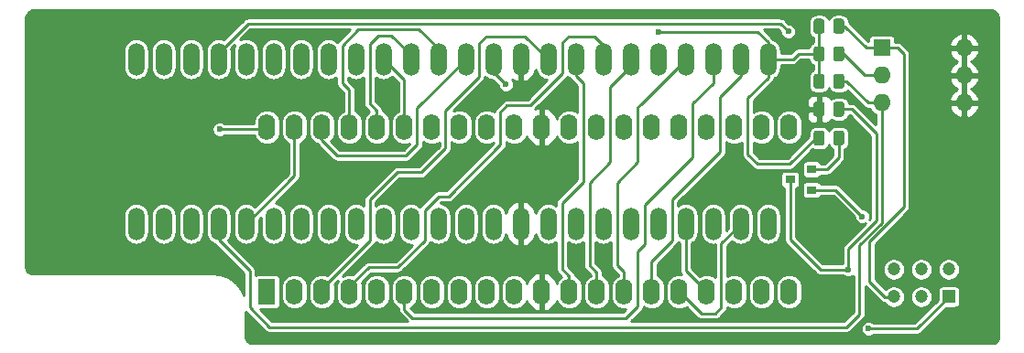
<source format=gbr>
%TF.GenerationSoftware,KiCad,Pcbnew,5.1.10*%
%TF.CreationDate,2022-01-31T09:35:24+01:00*%
%TF.ProjectId,27C160_Adapter,32374331-3630-45f4-9164-61707465722e,1.1SMD*%
%TF.SameCoordinates,Original*%
%TF.FileFunction,Copper,L2,Bot*%
%TF.FilePolarity,Positive*%
%FSLAX46Y46*%
G04 Gerber Fmt 4.6, Leading zero omitted, Abs format (unit mm)*
G04 Created by KiCad (PCBNEW 5.1.10) date 2022-01-31 09:35:24*
%MOMM*%
%LPD*%
G01*
G04 APERTURE LIST*
%TA.AperFunction,ComponentPad*%
%ADD10O,1.506220X3.014980*%
%TD*%
%TA.AperFunction,ComponentPad*%
%ADD11O,1.600000X2.400000*%
%TD*%
%TA.AperFunction,ComponentPad*%
%ADD12R,1.600000X2.400000*%
%TD*%
%TA.AperFunction,ComponentPad*%
%ADD13C,1.200000*%
%TD*%
%TA.AperFunction,ComponentPad*%
%ADD14R,1.200000X1.200000*%
%TD*%
%TA.AperFunction,ComponentPad*%
%ADD15O,1.600000X1.600000*%
%TD*%
%TA.AperFunction,ComponentPad*%
%ADD16R,1.600000X1.600000*%
%TD*%
%TA.AperFunction,SMDPad,CuDef*%
%ADD17R,0.900000X0.800000*%
%TD*%
%TA.AperFunction,ViaPad*%
%ADD18C,0.600000*%
%TD*%
%TA.AperFunction,Conductor*%
%ADD19C,0.250000*%
%TD*%
%TA.AperFunction,Conductor*%
%ADD20C,0.254000*%
%TD*%
%TA.AperFunction,Conductor*%
%ADD21C,0.100000*%
%TD*%
G04 APERTURE END LIST*
D10*
%TO.P,ZX1,48*%
%TO.N,N/C*%
X118021100Y-88493600D03*
%TO.P,ZX1,47*%
X120561100Y-88493600D03*
%TO.P,ZX1,46*%
X123101100Y-88493600D03*
%TO.P,ZX1,45*%
%TO.N,/A19*%
X125641100Y-88493600D03*
%TO.P,ZX1,44*%
%TO.N,/A8*%
X128181100Y-88493600D03*
%TO.P,ZX1,43*%
%TO.N,/A9*%
X130721100Y-88493600D03*
%TO.P,ZX1,42*%
%TO.N,/A10*%
X133261100Y-88493600D03*
%TO.P,ZX1,41*%
%TO.N,/A11*%
X135801100Y-88493600D03*
%TO.P,ZX1,40*%
%TO.N,/A12*%
X138341100Y-88493600D03*
%TO.P,ZX1,39*%
%TO.N,/A13*%
X140881100Y-88493600D03*
%TO.P,ZX1,38*%
%TO.N,/A14*%
X143421100Y-88493600D03*
%TO.P,ZX1,37*%
%TO.N,/A15*%
X145961100Y-88493600D03*
%TO.P,ZX1,36*%
%TO.N,/A16*%
X148501100Y-88493600D03*
%TO.P,ZX1,35*%
%TO.N,/N$2*%
X151041100Y-88493600D03*
%TO.P,ZX1,34*%
%TO.N,GND*%
X153581100Y-88493600D03*
%TO.P,ZX1,33*%
%TO.N,/D15*%
X156121100Y-88493600D03*
%TO.P,ZX1,32*%
%TO.N,/D7*%
X158661100Y-88493600D03*
%TO.P,ZX1,31*%
%TO.N,/D14*%
X161201100Y-88493600D03*
%TO.P,ZX1,30*%
%TO.N,/D6*%
X163741100Y-88493600D03*
%TO.P,ZX1,29*%
%TO.N,/D13*%
X166281100Y-88493600D03*
%TO.P,ZX1,28*%
%TO.N,/D5*%
X168821100Y-88493600D03*
%TO.P,ZX1,27*%
%TO.N,/D12*%
X171361100Y-88493600D03*
%TO.P,ZX1,26*%
%TO.N,/D4*%
X173901100Y-88493600D03*
%TO.P,ZX1,25*%
%TO.N,VCC*%
X176441100Y-88493600D03*
%TO.P,ZX1,24*%
%TO.N,/D11*%
X176441100Y-103733600D03*
%TO.P,ZX1,23*%
%TO.N,/D3*%
X173901100Y-103733600D03*
%TO.P,ZX1,22*%
%TO.N,/D10*%
X171361100Y-103733600D03*
%TO.P,ZX1,21*%
%TO.N,/D2*%
X168821100Y-103733600D03*
%TO.P,ZX1,20*%
%TO.N,/D9*%
X166281100Y-103733600D03*
%TO.P,ZX1,19*%
%TO.N,/D1*%
X163741100Y-103733600D03*
%TO.P,ZX1,18*%
%TO.N,/D8*%
X161201100Y-103733600D03*
%TO.P,ZX1,17*%
%TO.N,/D0*%
X158661100Y-103733600D03*
%TO.P,ZX1,16*%
%TO.N,/N$6*%
X156121100Y-103733600D03*
%TO.P,ZX1,15*%
%TO.N,GND*%
X153581100Y-103733600D03*
%TO.P,ZX1,14*%
%TO.N,/E*%
X151041100Y-103733600D03*
%TO.P,ZX1,13*%
%TO.N,/A0*%
X148501100Y-103733600D03*
%TO.P,ZX1,12*%
%TO.N,/A1*%
X145961100Y-103733600D03*
%TO.P,ZX1,11*%
%TO.N,/A2*%
X143421100Y-103733600D03*
%TO.P,ZX1,10*%
%TO.N,/A3*%
X140881100Y-103733600D03*
%TO.P,ZX1,9*%
%TO.N,/A4*%
X138341100Y-103733600D03*
%TO.P,ZX1,8*%
%TO.N,/A5*%
X135801100Y-103733600D03*
%TO.P,ZX1,7*%
%TO.N,/A6*%
X133261100Y-103733600D03*
%TO.P,ZX1,6*%
%TO.N,/A7*%
X130721100Y-103733600D03*
%TO.P,ZX1,5*%
%TO.N,/A17*%
X128181100Y-103733600D03*
%TO.P,ZX1,4*%
%TO.N,/A18*%
X125641100Y-103733600D03*
%TO.P,ZX1,3*%
%TO.N,N/C*%
X123101100Y-103733600D03*
%TO.P,ZX1,2*%
X120561100Y-103733600D03*
%TO.P,ZX1,1*%
X118021100Y-103733600D03*
%TD*%
D11*
%TO.P,U1,40*%
%TO.N,VCC*%
X130110000Y-94790000D03*
%TO.P,U1,20*%
%TO.N,/N$5*%
X178370000Y-110030000D03*
%TO.P,U1,39*%
%TO.N,/A17*%
X132650000Y-94790000D03*
%TO.P,U1,19*%
%TO.N,/D0*%
X175830000Y-110030000D03*
%TO.P,U1,38*%
%TO.N,/A16*%
X135190000Y-94790000D03*
%TO.P,U1,18*%
%TO.N,/D1*%
X173290000Y-110030000D03*
%TO.P,U1,37*%
%TO.N,/A15*%
X137730000Y-94790000D03*
%TO.P,U1,17*%
%TO.N,/D2*%
X170750000Y-110030000D03*
%TO.P,U1,36*%
%TO.N,/A14*%
X140270000Y-94790000D03*
%TO.P,U1,16*%
%TO.N,/D3*%
X168210000Y-110030000D03*
%TO.P,U1,35*%
%TO.N,/A13*%
X142810000Y-94790000D03*
%TO.P,U1,15*%
%TO.N,/D4*%
X165670000Y-110030000D03*
%TO.P,U1,34*%
%TO.N,/A12*%
X145350000Y-94790000D03*
%TO.P,U1,14*%
%TO.N,/D5*%
X163130000Y-110030000D03*
%TO.P,U1,33*%
%TO.N,/A11*%
X147890000Y-94790000D03*
%TO.P,U1,13*%
%TO.N,/D6*%
X160590000Y-110030000D03*
%TO.P,U1,32*%
%TO.N,/A10*%
X150430000Y-94790000D03*
%TO.P,U1,12*%
%TO.N,/D7*%
X158050000Y-110030000D03*
%TO.P,U1,31*%
%TO.N,/A9*%
X152970000Y-94790000D03*
%TO.P,U1,11*%
%TO.N,GND*%
X155510000Y-110030000D03*
%TO.P,U1,30*%
X155510000Y-94790000D03*
%TO.P,U1,10*%
%TO.N,/D8*%
X152970000Y-110030000D03*
%TO.P,U1,29*%
%TO.N,/A8*%
X158050000Y-94790000D03*
%TO.P,U1,9*%
%TO.N,/D9*%
X150430000Y-110030000D03*
%TO.P,U1,28*%
%TO.N,/A7*%
X160590000Y-94790000D03*
%TO.P,U1,8*%
%TO.N,/D10*%
X147890000Y-110030000D03*
%TO.P,U1,27*%
%TO.N,/A6*%
X163130000Y-94790000D03*
%TO.P,U1,7*%
%TO.N,/D11*%
X145350000Y-110030000D03*
%TO.P,U1,26*%
%TO.N,/A5*%
X165670000Y-94790000D03*
%TO.P,U1,6*%
%TO.N,/D12*%
X142810000Y-110030000D03*
%TO.P,U1,25*%
%TO.N,/A4*%
X168210000Y-94790000D03*
%TO.P,U1,5*%
%TO.N,/D13*%
X140270000Y-110030000D03*
%TO.P,U1,24*%
%TO.N,/A3*%
X170750000Y-94790000D03*
%TO.P,U1,4*%
%TO.N,/D14*%
X137730000Y-110030000D03*
%TO.P,U1,23*%
%TO.N,/A2*%
X173290000Y-94790000D03*
%TO.P,U1,3*%
%TO.N,/D15*%
X135190000Y-110030000D03*
%TO.P,U1,22*%
%TO.N,/A1*%
X175830000Y-94790000D03*
%TO.P,U1,2*%
%TO.N,/E*%
X132650000Y-110030000D03*
%TO.P,U1,21*%
%TO.N,/A0*%
X178370000Y-94790000D03*
D12*
%TO.P,U1,1*%
%TO.N,/VPP*%
X130110000Y-110030000D03*
%TD*%
D13*
%TO.P,SW1,6*%
%TO.N,/N$4*%
X188060000Y-107940000D03*
%TO.P,SW1,3*%
%TO.N,/A20*%
X188060000Y-110480000D03*
%TO.P,SW1,5*%
%TO.N,/N$6*%
X190600000Y-107940000D03*
%TO.P,SW1,2*%
%TO.N,/N$2*%
X190600000Y-110480000D03*
%TO.P,SW1,4*%
%TO.N,/N$5*%
X193140000Y-107940000D03*
D14*
%TO.P,SW1,1*%
%TO.N,/VPP*%
X193140000Y-110480000D03*
%TD*%
D15*
%TO.P,SW2,6*%
%TO.N,GND*%
X194560000Y-87440000D03*
%TO.P,SW2,3*%
%TO.N,/A18*%
X186940000Y-92520000D03*
%TO.P,SW2,5*%
%TO.N,GND*%
X194560000Y-89980000D03*
%TO.P,SW2,2*%
%TO.N,/A19*%
X186940000Y-89980000D03*
%TO.P,SW2,4*%
%TO.N,GND*%
X194560000Y-92520000D03*
D16*
%TO.P,SW2,1*%
%TO.N,/A20*%
X186940000Y-87440000D03*
%TD*%
%TO.P,R5,2*%
%TO.N,/N$1*%
%TA.AperFunction,SMDPad,CuDef*%
G36*
G01*
X182456400Y-96240001D02*
X182456400Y-95339999D01*
G75*
G02*
X182706399Y-95090000I249999J0D01*
G01*
X183231401Y-95090000D01*
G75*
G02*
X183481400Y-95339999I0J-249999D01*
G01*
X183481400Y-96240001D01*
G75*
G02*
X183231401Y-96490000I-249999J0D01*
G01*
X182706399Y-96490000D01*
G75*
G02*
X182456400Y-96240001I0J249999D01*
G01*
G37*
%TD.AperFunction*%
%TO.P,R5,1*%
%TO.N,VCC*%
%TA.AperFunction,SMDPad,CuDef*%
G36*
G01*
X180631400Y-96240001D02*
X180631400Y-95339999D01*
G75*
G02*
X180881399Y-95090000I249999J0D01*
G01*
X181406401Y-95090000D01*
G75*
G02*
X181656400Y-95339999I0J-249999D01*
G01*
X181656400Y-96240001D01*
G75*
G02*
X181406401Y-96490000I-249999J0D01*
G01*
X180881399Y-96490000D01*
G75*
G02*
X180631400Y-96240001I0J249999D01*
G01*
G37*
%TD.AperFunction*%
%TD*%
%TO.P,R4,2*%
%TO.N,/N$4*%
%TA.AperFunction,SMDPad,CuDef*%
G36*
G01*
X182456400Y-93570001D02*
X182456400Y-92669999D01*
G75*
G02*
X182706399Y-92420000I249999J0D01*
G01*
X183231401Y-92420000D01*
G75*
G02*
X183481400Y-92669999I0J-249999D01*
G01*
X183481400Y-93570001D01*
G75*
G02*
X183231401Y-93820000I-249999J0D01*
G01*
X182706399Y-93820000D01*
G75*
G02*
X182456400Y-93570001I0J249999D01*
G01*
G37*
%TD.AperFunction*%
%TO.P,R4,1*%
%TO.N,GND*%
%TA.AperFunction,SMDPad,CuDef*%
G36*
G01*
X180631400Y-93570001D02*
X180631400Y-92669999D01*
G75*
G02*
X180881399Y-92420000I249999J0D01*
G01*
X181406401Y-92420000D01*
G75*
G02*
X181656400Y-92669999I0J-249999D01*
G01*
X181656400Y-93570001D01*
G75*
G02*
X181406401Y-93820000I-249999J0D01*
G01*
X180881399Y-93820000D01*
G75*
G02*
X180631400Y-93570001I0J249999D01*
G01*
G37*
%TD.AperFunction*%
%TD*%
%TO.P,R3,2*%
%TO.N,VCC*%
%TA.AperFunction,SMDPad,CuDef*%
G36*
G01*
X181656400Y-90079999D02*
X181656400Y-90980001D01*
G75*
G02*
X181406401Y-91230000I-249999J0D01*
G01*
X180881399Y-91230000D01*
G75*
G02*
X180631400Y-90980001I0J249999D01*
G01*
X180631400Y-90079999D01*
G75*
G02*
X180881399Y-89830000I249999J0D01*
G01*
X181406401Y-89830000D01*
G75*
G02*
X181656400Y-90079999I0J-249999D01*
G01*
G37*
%TD.AperFunction*%
%TO.P,R3,1*%
%TO.N,/A18*%
%TA.AperFunction,SMDPad,CuDef*%
G36*
G01*
X183481400Y-90079999D02*
X183481400Y-90980001D01*
G75*
G02*
X183231401Y-91230000I-249999J0D01*
G01*
X182706399Y-91230000D01*
G75*
G02*
X182456400Y-90980001I0J249999D01*
G01*
X182456400Y-90079999D01*
G75*
G02*
X182706399Y-89830000I249999J0D01*
G01*
X183231401Y-89830000D01*
G75*
G02*
X183481400Y-90079999I0J-249999D01*
G01*
G37*
%TD.AperFunction*%
%TD*%
%TO.P,R2,2*%
%TO.N,VCC*%
%TA.AperFunction,SMDPad,CuDef*%
G36*
G01*
X181656400Y-87539999D02*
X181656400Y-88440001D01*
G75*
G02*
X181406401Y-88690000I-249999J0D01*
G01*
X180881399Y-88690000D01*
G75*
G02*
X180631400Y-88440001I0J249999D01*
G01*
X180631400Y-87539999D01*
G75*
G02*
X180881399Y-87290000I249999J0D01*
G01*
X181406401Y-87290000D01*
G75*
G02*
X181656400Y-87539999I0J-249999D01*
G01*
G37*
%TD.AperFunction*%
%TO.P,R2,1*%
%TO.N,/A19*%
%TA.AperFunction,SMDPad,CuDef*%
G36*
G01*
X183481400Y-87539999D02*
X183481400Y-88440001D01*
G75*
G02*
X183231401Y-88690000I-249999J0D01*
G01*
X182706399Y-88690000D01*
G75*
G02*
X182456400Y-88440001I0J249999D01*
G01*
X182456400Y-87539999D01*
G75*
G02*
X182706399Y-87290000I249999J0D01*
G01*
X183231401Y-87290000D01*
G75*
G02*
X183481400Y-87539999I0J-249999D01*
G01*
G37*
%TD.AperFunction*%
%TD*%
%TO.P,R1,2*%
%TO.N,VCC*%
%TA.AperFunction,SMDPad,CuDef*%
G36*
G01*
X181656400Y-84993899D02*
X181656400Y-85893901D01*
G75*
G02*
X181406401Y-86143900I-249999J0D01*
G01*
X180881399Y-86143900D01*
G75*
G02*
X180631400Y-85893901I0J249999D01*
G01*
X180631400Y-84993899D01*
G75*
G02*
X180881399Y-84743900I249999J0D01*
G01*
X181406401Y-84743900D01*
G75*
G02*
X181656400Y-84993899I0J-249999D01*
G01*
G37*
%TD.AperFunction*%
%TO.P,R1,1*%
%TO.N,/A20*%
%TA.AperFunction,SMDPad,CuDef*%
G36*
G01*
X183481400Y-84993899D02*
X183481400Y-85893901D01*
G75*
G02*
X183231401Y-86143900I-249999J0D01*
G01*
X182706399Y-86143900D01*
G75*
G02*
X182456400Y-85893901I0J249999D01*
G01*
X182456400Y-84993899D01*
G75*
G02*
X182706399Y-84743900I249999J0D01*
G01*
X183231401Y-84743900D01*
G75*
G02*
X183481400Y-84993899I0J-249999D01*
G01*
G37*
%TD.AperFunction*%
%TD*%
D17*
%TO.P,Q1,3*%
%TO.N,/N$4*%
X178470000Y-99640000D03*
%TO.P,Q1,2*%
%TO.N,/VPP*%
X180470000Y-100590000D03*
%TO.P,Q1,1*%
%TO.N,/N$1*%
X180470000Y-98690000D03*
%TD*%
D18*
%TO.N,GND*%
X110470000Y-88420000D03*
X110500000Y-103650000D03*
X178320000Y-91840000D03*
%TO.N,VCC*%
X166270000Y-85990000D03*
X125740000Y-94980000D03*
%TO.N,/N$4*%
X183870000Y-107980000D03*
%TO.N,/VPP*%
X185720000Y-113440000D03*
X185130000Y-103040000D03*
%TO.N,/A19*%
X178300000Y-85930000D03*
%TO.N,/N$2*%
X152200000Y-90830000D03*
%TD*%
D19*
%TO.N,VCC*%
X181143900Y-85443900D02*
X181143900Y-90530000D01*
X176441100Y-88493600D02*
X178726400Y-88493600D01*
X179230000Y-87990000D02*
X181143900Y-87990000D01*
X178726400Y-88493600D02*
X179230000Y-87990000D01*
X181143900Y-95790000D02*
X180840000Y-95790000D01*
X180840000Y-95790000D02*
X178450000Y-98180000D01*
X178450000Y-98180000D02*
X175420000Y-98180000D01*
X175420000Y-98180000D02*
X174550000Y-97310000D01*
X174550000Y-97310000D02*
X174550000Y-92110000D01*
X176441100Y-90218900D02*
X176441100Y-88493600D01*
X174550000Y-92110000D02*
X176441100Y-90218900D01*
X176441100Y-88493600D02*
X176441100Y-86941100D01*
X175490000Y-85990000D02*
X166270000Y-85990000D01*
X176441100Y-86941100D02*
X175490000Y-85990000D01*
X130074700Y-94980000D02*
X130086100Y-94968600D01*
X125740000Y-94980000D02*
X130074700Y-94980000D01*
%TO.N,/N$4*%
X182968900Y-93120000D02*
X184200000Y-93120000D01*
X184200000Y-93120000D02*
X186460000Y-95380000D01*
X186460000Y-95380000D02*
X186460000Y-103440000D01*
X183870000Y-106030000D02*
X183870000Y-107980000D01*
X186460000Y-103440000D02*
X183870000Y-106030000D01*
X178470000Y-99640000D02*
X178470000Y-105180000D01*
X181270000Y-107980000D02*
X183870000Y-107980000D01*
X178470000Y-105180000D02*
X181270000Y-107980000D01*
%TO.N,/VPP*%
X190200000Y-113440000D02*
X185720000Y-113440000D01*
X193150000Y-110490000D02*
X190200000Y-113440000D01*
X182680000Y-100590000D02*
X185130000Y-103040000D01*
X180470000Y-100590000D02*
X182680000Y-100590000D01*
%TO.N,/N$1*%
X180470000Y-98690000D02*
X181880000Y-98690000D01*
X182968900Y-97601100D02*
X182968900Y-95790000D01*
X181880000Y-98690000D02*
X182968900Y-97601100D01*
%TO.N,/A20*%
X182968900Y-85443900D02*
X183513900Y-85443900D01*
X185510000Y-87440000D02*
X186940000Y-87440000D01*
X183513900Y-85443900D02*
X185510000Y-87440000D01*
X188070000Y-110490000D02*
X187190000Y-110490000D01*
X187190000Y-110490000D02*
X185790000Y-109090000D01*
X185790000Y-105359092D02*
X188980000Y-102169092D01*
X185790000Y-109090000D02*
X185790000Y-105359092D01*
X188980000Y-102169092D02*
X188980000Y-88010000D01*
X188410000Y-87440000D02*
X186940000Y-87440000D01*
X188980000Y-88010000D02*
X188410000Y-87440000D01*
%TO.N,/A19*%
X182968900Y-87990000D02*
X183400000Y-87990000D01*
X185390000Y-89980000D02*
X186940000Y-89980000D01*
X183400000Y-87990000D02*
X185390000Y-89980000D01*
X177580000Y-85210000D02*
X178300000Y-85930000D01*
X128340000Y-85210000D02*
X177580000Y-85210000D01*
X125641100Y-87908900D02*
X128340000Y-85210000D01*
X125641100Y-88493600D02*
X125641100Y-87908900D01*
%TO.N,/A18*%
X182968900Y-90530000D02*
X183680000Y-90530000D01*
X185670000Y-92520000D02*
X186940000Y-92520000D01*
X183680000Y-90530000D02*
X185670000Y-92520000D01*
X186940000Y-92520000D02*
X186940000Y-103640000D01*
X186940000Y-103640000D02*
X184870000Y-105710000D01*
X184870000Y-109870000D02*
X184870000Y-110120000D01*
X184870000Y-105710000D02*
X184870000Y-109870000D01*
X184870000Y-112100000D02*
X184870000Y-109870000D01*
X183650000Y-113320000D02*
X184870000Y-112100000D01*
X130350000Y-113320000D02*
X183650000Y-113320000D01*
X128510000Y-111480000D02*
X130350000Y-113320000D01*
X128510000Y-108100000D02*
X128510000Y-111480000D01*
X125641100Y-105231100D02*
X128510000Y-108100000D01*
X125641100Y-103733600D02*
X125641100Y-105231100D01*
%TO.N,/N$2*%
X151041100Y-89671100D02*
X152200000Y-90830000D01*
X151041100Y-88493600D02*
X151041100Y-89671100D01*
%TO.N,/D15*%
X135166100Y-109733900D02*
X135166100Y-109958600D01*
X139611100Y-105288900D02*
X135166100Y-109733900D01*
X139611100Y-101511100D02*
X139611100Y-105288900D01*
X142151100Y-98971100D02*
X139611100Y-101511100D01*
X146596100Y-96748600D02*
X144373600Y-98971100D01*
X146596100Y-93256100D02*
X146596100Y-96748600D01*
X144373600Y-98971100D02*
X142151100Y-98971100D01*
X149700000Y-90152200D02*
X146596100Y-93256100D01*
X149700000Y-87030000D02*
X149700000Y-90152200D01*
X150370000Y-86360000D02*
X149700000Y-87030000D01*
X153987500Y-86360000D02*
X150370000Y-86360000D01*
X156121100Y-88493600D02*
X153987500Y-86360000D01*
%TO.N,/D14*%
X161201100Y-87223600D02*
X161201100Y-88493600D01*
X160357500Y-86380000D02*
X161201100Y-87223600D01*
X158000000Y-86380000D02*
X160357500Y-86380000D01*
X137706100Y-109958600D02*
X137706100Y-109553900D01*
X151676100Y-96431100D02*
X151676100Y-93393900D01*
X139520800Y-107739200D02*
X142220800Y-107739200D01*
X157435100Y-86944900D02*
X158000000Y-86380000D01*
X145961100Y-101193600D02*
X146913600Y-101193600D01*
X142220800Y-107739200D02*
X144691100Y-105268900D01*
X144691100Y-105268900D02*
X144691100Y-102463600D01*
X146913600Y-101193600D02*
X151676100Y-96431100D01*
X144691100Y-102463600D02*
X145961100Y-101193600D01*
X157435100Y-89767700D02*
X157435100Y-86944900D01*
X137706100Y-109553900D02*
X139520800Y-107739200D01*
X151676100Y-93393900D02*
X152290000Y-92780000D01*
X152290000Y-92780000D02*
X154422800Y-92780000D01*
X154422800Y-92780000D02*
X157435100Y-89767700D01*
%TO.N,/D12*%
X142786100Y-111687300D02*
X142786100Y-109958600D01*
X163269700Y-112460000D02*
X143558800Y-112460000D01*
X164376100Y-111353600D02*
X163269700Y-112460000D01*
X164376100Y-106273600D02*
X164376100Y-111353600D01*
X165011100Y-105638600D02*
X164376100Y-106273600D01*
X169456100Y-97563900D02*
X165011100Y-102008900D01*
X165011100Y-102008900D02*
X165011100Y-105638600D01*
X169456100Y-92621100D02*
X169456100Y-97563900D01*
X171361100Y-90716100D02*
X169456100Y-92621100D01*
X143558800Y-112460000D02*
X142786100Y-111687300D01*
X171361100Y-88493600D02*
X171361100Y-90716100D01*
%TO.N,/D7*%
X158026100Y-109958600D02*
X158026100Y-108547400D01*
X158661100Y-88493600D02*
X158661100Y-90072300D01*
X158661100Y-90072300D02*
X159340000Y-90751200D01*
X159340000Y-99832600D02*
X157391100Y-101781500D01*
X157391100Y-101781500D02*
X157391100Y-107912400D01*
X157391100Y-107912400D02*
X158026100Y-108547400D01*
X159340000Y-90751200D02*
X159340000Y-99832600D01*
%TO.N,/D6*%
X160566100Y-109958600D02*
X160566100Y-108229900D01*
X161836100Y-91033600D02*
X163741100Y-89128600D01*
X163741100Y-89128600D02*
X163741100Y-88493600D01*
X160566100Y-108229900D02*
X159931100Y-107594900D01*
X159931100Y-107594900D02*
X159931100Y-99923600D01*
X159931100Y-99923600D02*
X161836100Y-98018600D01*
X161836100Y-98018600D02*
X161836100Y-91033600D01*
%TO.N,/D5*%
X164667300Y-92647400D02*
X165011100Y-92303600D01*
X165011100Y-92303600D02*
X168821100Y-88493600D01*
X163106100Y-109958600D02*
X163106100Y-108178600D01*
X163106100Y-108178600D02*
X162471100Y-107543600D01*
X162471100Y-107543600D02*
X162471100Y-99923600D01*
X162471100Y-99923600D02*
X164376100Y-98018600D01*
X164376100Y-98018600D02*
X164376100Y-92938600D01*
X164376100Y-92938600D02*
X165011100Y-92303600D01*
%TO.N,/D4*%
X171996100Y-97066100D02*
X171996100Y-91986100D01*
X171996100Y-91986100D02*
X173901100Y-90081100D01*
X173901100Y-90081100D02*
X173901100Y-88493600D01*
X165646100Y-109958600D02*
X165646100Y-107226100D01*
X165646100Y-107226100D02*
X167551100Y-105321100D01*
X167551100Y-105321100D02*
X167551100Y-101511100D01*
X167551100Y-101511100D02*
X171996100Y-97066100D01*
%TO.N,/D3*%
X172110000Y-111490000D02*
X171550000Y-112050000D01*
X172110000Y-105524700D02*
X172110000Y-111490000D01*
X173901100Y-103733600D02*
X172110000Y-105524700D01*
X169758750Y-111531250D02*
X169928500Y-111701000D01*
X170277500Y-112050000D02*
X169758750Y-111531250D01*
X171550000Y-112050000D02*
X170277500Y-112050000D01*
X168186100Y-109958600D02*
X169758750Y-111531250D01*
%TO.N,/D2*%
X168821100Y-103733600D02*
X168821100Y-108053600D01*
X168821100Y-108053600D02*
X170726100Y-109958600D01*
%TO.N,/A13*%
X140881100Y-88493600D02*
X142786100Y-90398600D01*
X142786100Y-90398600D02*
X142786100Y-94968600D01*
%TO.N,/A14*%
X140246100Y-93239900D02*
X140246100Y-94968600D01*
X139611100Y-92604900D02*
X140246100Y-93239900D01*
X139611100Y-87068900D02*
X139611100Y-92604900D01*
X140370000Y-86310000D02*
X139611100Y-87068900D01*
X141600000Y-86310000D02*
X140370000Y-86310000D01*
X143421100Y-88131100D02*
X141600000Y-86310000D01*
X143421100Y-88493600D02*
X143421100Y-88131100D01*
%TO.N,/A15*%
X137071100Y-90716100D02*
X137706100Y-91351100D01*
X137071100Y-87223600D02*
X137071100Y-90716100D01*
X138544700Y-85750000D02*
X137071100Y-87223600D01*
X144170000Y-85750000D02*
X138544700Y-85750000D01*
X137706100Y-91351100D02*
X137706100Y-94968600D01*
X145961100Y-87541100D02*
X144170000Y-85750000D01*
X145961100Y-88493600D02*
X145961100Y-87541100D01*
%TO.N,/A16*%
X148501100Y-88493600D02*
X143985000Y-93009700D01*
X143985000Y-93009700D02*
X143985000Y-95949100D01*
X142980000Y-97430000D02*
X142504100Y-97430000D01*
X143985000Y-96425000D02*
X142980000Y-97430000D01*
X143985000Y-95949100D02*
X143985000Y-96425000D01*
X135166100Y-94968600D02*
X135166100Y-95986100D01*
X136610000Y-97430000D02*
X137610000Y-97430000D01*
X135166100Y-95986100D02*
X136610000Y-97430000D01*
X137610000Y-97430000D02*
X137030000Y-97430000D01*
X142504100Y-97430000D02*
X137610000Y-97430000D01*
%TO.N,/A17*%
X128181100Y-103733600D02*
X132626100Y-99288600D01*
X132626100Y-99288600D02*
X132626100Y-94968600D01*
%TD*%
D20*
%TO.N,GND*%
X197116704Y-83957988D02*
X197259744Y-84001175D01*
X197391672Y-84071321D01*
X197507463Y-84165758D01*
X197602704Y-84280884D01*
X197673773Y-84412323D01*
X197717956Y-84555056D01*
X197736000Y-84726737D01*
X197736001Y-114124440D01*
X197721431Y-114273036D01*
X197685408Y-114392350D01*
X197626898Y-114502391D01*
X197548127Y-114598974D01*
X197452094Y-114678419D01*
X197342467Y-114737694D01*
X197223405Y-114774550D01*
X197076407Y-114790000D01*
X128802549Y-114790000D01*
X128653964Y-114775431D01*
X128534650Y-114739408D01*
X128424609Y-114680898D01*
X128328026Y-114602127D01*
X128248581Y-114506094D01*
X128189306Y-114396467D01*
X128152450Y-114277405D01*
X128136967Y-114130089D01*
X128132998Y-111884692D01*
X128138852Y-111889496D01*
X129940504Y-113691149D01*
X129957789Y-113712211D01*
X130041842Y-113781191D01*
X130137737Y-113832448D01*
X130241789Y-113864012D01*
X130322891Y-113872000D01*
X130322894Y-113872000D01*
X130350000Y-113874670D01*
X130377106Y-113872000D01*
X183622894Y-113872000D01*
X183650000Y-113874670D01*
X183677106Y-113872000D01*
X183677109Y-113872000D01*
X183758211Y-113864012D01*
X183862263Y-113832448D01*
X183958158Y-113781191D01*
X184042211Y-113712211D01*
X184059500Y-113691144D01*
X184382247Y-113368397D01*
X184993000Y-113368397D01*
X184993000Y-113511603D01*
X185020938Y-113652058D01*
X185075741Y-113784364D01*
X185155302Y-113903436D01*
X185256564Y-114004698D01*
X185375636Y-114084259D01*
X185507942Y-114139062D01*
X185648397Y-114167000D01*
X185791603Y-114167000D01*
X185932058Y-114139062D01*
X186064364Y-114084259D01*
X186183436Y-114004698D01*
X186196134Y-113992000D01*
X190172894Y-113992000D01*
X190200000Y-113994670D01*
X190227106Y-113992000D01*
X190227109Y-113992000D01*
X190308211Y-113984012D01*
X190412263Y-113952448D01*
X190508158Y-113901191D01*
X190592211Y-113832211D01*
X190609501Y-113811143D01*
X192911579Y-111509066D01*
X193740000Y-111509066D01*
X193823707Y-111500822D01*
X193904196Y-111476405D01*
X193978376Y-111436755D01*
X194043395Y-111383395D01*
X194096755Y-111318376D01*
X194136405Y-111244196D01*
X194160822Y-111163707D01*
X194169066Y-111080000D01*
X194169066Y-109880000D01*
X194160822Y-109796293D01*
X194136405Y-109715804D01*
X194096755Y-109641624D01*
X194043395Y-109576605D01*
X193978376Y-109523245D01*
X193904196Y-109483595D01*
X193823707Y-109459178D01*
X193740000Y-109450934D01*
X192540000Y-109450934D01*
X192456293Y-109459178D01*
X192375804Y-109483595D01*
X192301624Y-109523245D01*
X192236605Y-109576605D01*
X192183245Y-109641624D01*
X192143595Y-109715804D01*
X192119178Y-109796293D01*
X192110934Y-109880000D01*
X192110934Y-110748421D01*
X189971356Y-112888000D01*
X186196134Y-112888000D01*
X186183436Y-112875302D01*
X186064364Y-112795741D01*
X185932058Y-112740938D01*
X185791603Y-112713000D01*
X185648397Y-112713000D01*
X185507942Y-112740938D01*
X185375636Y-112795741D01*
X185256564Y-112875302D01*
X185155302Y-112976564D01*
X185075741Y-113095636D01*
X185020938Y-113227942D01*
X184993000Y-113368397D01*
X184382247Y-113368397D01*
X185241154Y-112509492D01*
X185262211Y-112492211D01*
X185303246Y-112442210D01*
X185331191Y-112408158D01*
X185382448Y-112312263D01*
X185414012Y-112208211D01*
X185424670Y-112100000D01*
X185422000Y-112072892D01*
X185422000Y-109502644D01*
X186780504Y-110861149D01*
X186797789Y-110882211D01*
X186881842Y-110951191D01*
X186977737Y-111002448D01*
X187081789Y-111034012D01*
X187162891Y-111042000D01*
X187162894Y-111042000D01*
X187190000Y-111044670D01*
X187201389Y-111043548D01*
X187262277Y-111134674D01*
X187405326Y-111277723D01*
X187573533Y-111390115D01*
X187760435Y-111467533D01*
X187958849Y-111507000D01*
X188161151Y-111507000D01*
X188359565Y-111467533D01*
X188546467Y-111390115D01*
X188714674Y-111277723D01*
X188857723Y-111134674D01*
X188970115Y-110966467D01*
X189047533Y-110779565D01*
X189087000Y-110581151D01*
X189087000Y-110378849D01*
X189573000Y-110378849D01*
X189573000Y-110581151D01*
X189612467Y-110779565D01*
X189689885Y-110966467D01*
X189802277Y-111134674D01*
X189945326Y-111277723D01*
X190113533Y-111390115D01*
X190300435Y-111467533D01*
X190498849Y-111507000D01*
X190701151Y-111507000D01*
X190899565Y-111467533D01*
X191086467Y-111390115D01*
X191254674Y-111277723D01*
X191397723Y-111134674D01*
X191510115Y-110966467D01*
X191587533Y-110779565D01*
X191627000Y-110581151D01*
X191627000Y-110378849D01*
X191587533Y-110180435D01*
X191510115Y-109993533D01*
X191397723Y-109825326D01*
X191254674Y-109682277D01*
X191086467Y-109569885D01*
X190899565Y-109492467D01*
X190701151Y-109453000D01*
X190498849Y-109453000D01*
X190300435Y-109492467D01*
X190113533Y-109569885D01*
X189945326Y-109682277D01*
X189802277Y-109825326D01*
X189689885Y-109993533D01*
X189612467Y-110180435D01*
X189573000Y-110378849D01*
X189087000Y-110378849D01*
X189047533Y-110180435D01*
X188970115Y-109993533D01*
X188857723Y-109825326D01*
X188714674Y-109682277D01*
X188546467Y-109569885D01*
X188359565Y-109492467D01*
X188161151Y-109453000D01*
X187958849Y-109453000D01*
X187760435Y-109492467D01*
X187573533Y-109569885D01*
X187405326Y-109682277D01*
X187284124Y-109803479D01*
X186342000Y-108861356D01*
X186342000Y-107838849D01*
X187033000Y-107838849D01*
X187033000Y-108041151D01*
X187072467Y-108239565D01*
X187149885Y-108426467D01*
X187262277Y-108594674D01*
X187405326Y-108737723D01*
X187573533Y-108850115D01*
X187760435Y-108927533D01*
X187958849Y-108967000D01*
X188161151Y-108967000D01*
X188359565Y-108927533D01*
X188546467Y-108850115D01*
X188714674Y-108737723D01*
X188857723Y-108594674D01*
X188970115Y-108426467D01*
X189047533Y-108239565D01*
X189087000Y-108041151D01*
X189087000Y-107838849D01*
X189573000Y-107838849D01*
X189573000Y-108041151D01*
X189612467Y-108239565D01*
X189689885Y-108426467D01*
X189802277Y-108594674D01*
X189945326Y-108737723D01*
X190113533Y-108850115D01*
X190300435Y-108927533D01*
X190498849Y-108967000D01*
X190701151Y-108967000D01*
X190899565Y-108927533D01*
X191086467Y-108850115D01*
X191254674Y-108737723D01*
X191397723Y-108594674D01*
X191510115Y-108426467D01*
X191587533Y-108239565D01*
X191627000Y-108041151D01*
X191627000Y-107838849D01*
X192113000Y-107838849D01*
X192113000Y-108041151D01*
X192152467Y-108239565D01*
X192229885Y-108426467D01*
X192342277Y-108594674D01*
X192485326Y-108737723D01*
X192653533Y-108850115D01*
X192840435Y-108927533D01*
X193038849Y-108967000D01*
X193241151Y-108967000D01*
X193439565Y-108927533D01*
X193626467Y-108850115D01*
X193794674Y-108737723D01*
X193937723Y-108594674D01*
X194050115Y-108426467D01*
X194127533Y-108239565D01*
X194167000Y-108041151D01*
X194167000Y-107838849D01*
X194127533Y-107640435D01*
X194050115Y-107453533D01*
X193937723Y-107285326D01*
X193794674Y-107142277D01*
X193626467Y-107029885D01*
X193439565Y-106952467D01*
X193241151Y-106913000D01*
X193038849Y-106913000D01*
X192840435Y-106952467D01*
X192653533Y-107029885D01*
X192485326Y-107142277D01*
X192342277Y-107285326D01*
X192229885Y-107453533D01*
X192152467Y-107640435D01*
X192113000Y-107838849D01*
X191627000Y-107838849D01*
X191587533Y-107640435D01*
X191510115Y-107453533D01*
X191397723Y-107285326D01*
X191254674Y-107142277D01*
X191086467Y-107029885D01*
X190899565Y-106952467D01*
X190701151Y-106913000D01*
X190498849Y-106913000D01*
X190300435Y-106952467D01*
X190113533Y-107029885D01*
X189945326Y-107142277D01*
X189802277Y-107285326D01*
X189689885Y-107453533D01*
X189612467Y-107640435D01*
X189573000Y-107838849D01*
X189087000Y-107838849D01*
X189047533Y-107640435D01*
X188970115Y-107453533D01*
X188857723Y-107285326D01*
X188714674Y-107142277D01*
X188546467Y-107029885D01*
X188359565Y-106952467D01*
X188161151Y-106913000D01*
X187958849Y-106913000D01*
X187760435Y-106952467D01*
X187573533Y-107029885D01*
X187405326Y-107142277D01*
X187262277Y-107285326D01*
X187149885Y-107453533D01*
X187072467Y-107640435D01*
X187033000Y-107838849D01*
X186342000Y-107838849D01*
X186342000Y-105587736D01*
X189351154Y-102578584D01*
X189372211Y-102561303D01*
X189405001Y-102521348D01*
X189441191Y-102477251D01*
X189472652Y-102418391D01*
X189492448Y-102381355D01*
X189524012Y-102277303D01*
X189532000Y-102196201D01*
X189532000Y-102196191D01*
X189534669Y-102169093D01*
X189532000Y-102141995D01*
X189532000Y-92869039D01*
X193168096Y-92869039D01*
X193208754Y-93003087D01*
X193328963Y-93257420D01*
X193496481Y-93483414D01*
X193704869Y-93672385D01*
X193946119Y-93817070D01*
X194210960Y-93911909D01*
X194433000Y-93790624D01*
X194433000Y-92647000D01*
X194687000Y-92647000D01*
X194687000Y-93790624D01*
X194909040Y-93911909D01*
X195173881Y-93817070D01*
X195415131Y-93672385D01*
X195623519Y-93483414D01*
X195791037Y-93257420D01*
X195911246Y-93003087D01*
X195951904Y-92869039D01*
X195829915Y-92647000D01*
X194687000Y-92647000D01*
X194433000Y-92647000D01*
X193290085Y-92647000D01*
X193168096Y-92869039D01*
X189532000Y-92869039D01*
X189532000Y-90329039D01*
X193168096Y-90329039D01*
X193208754Y-90463087D01*
X193328963Y-90717420D01*
X193496481Y-90943414D01*
X193704869Y-91132385D01*
X193900982Y-91250000D01*
X193704869Y-91367615D01*
X193496481Y-91556586D01*
X193328963Y-91782580D01*
X193208754Y-92036913D01*
X193168096Y-92170961D01*
X193290085Y-92393000D01*
X194433000Y-92393000D01*
X194433000Y-90107000D01*
X194687000Y-90107000D01*
X194687000Y-92393000D01*
X195829915Y-92393000D01*
X195951904Y-92170961D01*
X195911246Y-92036913D01*
X195791037Y-91782580D01*
X195623519Y-91556586D01*
X195415131Y-91367615D01*
X195219018Y-91250000D01*
X195415131Y-91132385D01*
X195623519Y-90943414D01*
X195791037Y-90717420D01*
X195911246Y-90463087D01*
X195951904Y-90329039D01*
X195829915Y-90107000D01*
X194687000Y-90107000D01*
X194433000Y-90107000D01*
X193290085Y-90107000D01*
X193168096Y-90329039D01*
X189532000Y-90329039D01*
X189532000Y-88037108D01*
X189534670Y-88010000D01*
X189524012Y-87901789D01*
X189492448Y-87797737D01*
X189487799Y-87789039D01*
X193168096Y-87789039D01*
X193208754Y-87923087D01*
X193328963Y-88177420D01*
X193496481Y-88403414D01*
X193704869Y-88592385D01*
X193900982Y-88710000D01*
X193704869Y-88827615D01*
X193496481Y-89016586D01*
X193328963Y-89242580D01*
X193208754Y-89496913D01*
X193168096Y-89630961D01*
X193290085Y-89853000D01*
X194433000Y-89853000D01*
X194433000Y-87567000D01*
X194687000Y-87567000D01*
X194687000Y-89853000D01*
X195829915Y-89853000D01*
X195951904Y-89630961D01*
X195911246Y-89496913D01*
X195791037Y-89242580D01*
X195623519Y-89016586D01*
X195415131Y-88827615D01*
X195219018Y-88710000D01*
X195415131Y-88592385D01*
X195623519Y-88403414D01*
X195791037Y-88177420D01*
X195911246Y-87923087D01*
X195951904Y-87789039D01*
X195829915Y-87567000D01*
X194687000Y-87567000D01*
X194433000Y-87567000D01*
X193290085Y-87567000D01*
X193168096Y-87789039D01*
X189487799Y-87789039D01*
X189441191Y-87701842D01*
X189389492Y-87638846D01*
X189389491Y-87638845D01*
X189372211Y-87617789D01*
X189351154Y-87600508D01*
X188841606Y-87090961D01*
X193168096Y-87090961D01*
X193290085Y-87313000D01*
X194433000Y-87313000D01*
X194433000Y-86169376D01*
X194687000Y-86169376D01*
X194687000Y-87313000D01*
X195829915Y-87313000D01*
X195951904Y-87090961D01*
X195911246Y-86956913D01*
X195791037Y-86702580D01*
X195623519Y-86476586D01*
X195415131Y-86287615D01*
X195173881Y-86142930D01*
X194909040Y-86048091D01*
X194687000Y-86169376D01*
X194433000Y-86169376D01*
X194210960Y-86048091D01*
X193946119Y-86142930D01*
X193704869Y-86287615D01*
X193496481Y-86476586D01*
X193328963Y-86702580D01*
X193208754Y-86956913D01*
X193168096Y-87090961D01*
X188841606Y-87090961D01*
X188819500Y-87068856D01*
X188802211Y-87047789D01*
X188718158Y-86978809D01*
X188622263Y-86927552D01*
X188518211Y-86895988D01*
X188437109Y-86888000D01*
X188437106Y-86888000D01*
X188410000Y-86885330D01*
X188382894Y-86888000D01*
X188169066Y-86888000D01*
X188169066Y-86640000D01*
X188160822Y-86556293D01*
X188136405Y-86475804D01*
X188096755Y-86401624D01*
X188043395Y-86336605D01*
X187978376Y-86283245D01*
X187904196Y-86243595D01*
X187823707Y-86219178D01*
X187740000Y-86210934D01*
X186140000Y-86210934D01*
X186056293Y-86219178D01*
X185975804Y-86243595D01*
X185901624Y-86283245D01*
X185836605Y-86336605D01*
X185783245Y-86401624D01*
X185743595Y-86475804D01*
X185719178Y-86556293D01*
X185710934Y-86640000D01*
X185710934Y-86860288D01*
X183923400Y-85072756D01*
X183910466Y-85056996D01*
X183910466Y-84993899D01*
X183897418Y-84861420D01*
X183858775Y-84734032D01*
X183796023Y-84616631D01*
X183711572Y-84513728D01*
X183608669Y-84429277D01*
X183491268Y-84366525D01*
X183363880Y-84327882D01*
X183231401Y-84314834D01*
X182706399Y-84314834D01*
X182573920Y-84327882D01*
X182446532Y-84366525D01*
X182329131Y-84429277D01*
X182226228Y-84513728D01*
X182141777Y-84616631D01*
X182079025Y-84734032D01*
X182056400Y-84808616D01*
X182033775Y-84734032D01*
X181971023Y-84616631D01*
X181886572Y-84513728D01*
X181783669Y-84429277D01*
X181666268Y-84366525D01*
X181538880Y-84327882D01*
X181406401Y-84314834D01*
X180881399Y-84314834D01*
X180748920Y-84327882D01*
X180621532Y-84366525D01*
X180504131Y-84429277D01*
X180401228Y-84513728D01*
X180316777Y-84616631D01*
X180254025Y-84734032D01*
X180215382Y-84861420D01*
X180202334Y-84993899D01*
X180202334Y-85893901D01*
X180215382Y-86026380D01*
X180254025Y-86153768D01*
X180316777Y-86271169D01*
X180401228Y-86374072D01*
X180504131Y-86458523D01*
X180591900Y-86505437D01*
X180591900Y-86928463D01*
X180504131Y-86975377D01*
X180401228Y-87059828D01*
X180316777Y-87162731D01*
X180254025Y-87280132D01*
X180215382Y-87407520D01*
X180212380Y-87438000D01*
X179257106Y-87438000D01*
X179230000Y-87435330D01*
X179202894Y-87438000D01*
X179202891Y-87438000D01*
X179121789Y-87445988D01*
X179017737Y-87477552D01*
X178921842Y-87528809D01*
X178837789Y-87597789D01*
X178820504Y-87618851D01*
X178497756Y-87941600D01*
X177621210Y-87941600D01*
X177621210Y-87681245D01*
X177604135Y-87507878D01*
X177536655Y-87285426D01*
X177427073Y-87080414D01*
X177279601Y-86900719D01*
X177099906Y-86753247D01*
X176913274Y-86653489D01*
X176902291Y-86632942D01*
X176850592Y-86569946D01*
X176850591Y-86569945D01*
X176833311Y-86548889D01*
X176812254Y-86531608D01*
X176042644Y-85762000D01*
X177351356Y-85762000D01*
X177573000Y-85983645D01*
X177573000Y-86001603D01*
X177600938Y-86142058D01*
X177655741Y-86274364D01*
X177735302Y-86393436D01*
X177836564Y-86494698D01*
X177955636Y-86574259D01*
X178087942Y-86629062D01*
X178228397Y-86657000D01*
X178371603Y-86657000D01*
X178512058Y-86629062D01*
X178644364Y-86574259D01*
X178763436Y-86494698D01*
X178864698Y-86393436D01*
X178944259Y-86274364D01*
X178999062Y-86142058D01*
X179027000Y-86001603D01*
X179027000Y-85858397D01*
X178999062Y-85717942D01*
X178944259Y-85585636D01*
X178864698Y-85466564D01*
X178763436Y-85365302D01*
X178644364Y-85285741D01*
X178512058Y-85230938D01*
X178371603Y-85203000D01*
X178353645Y-85203000D01*
X177989500Y-84838856D01*
X177972211Y-84817789D01*
X177888158Y-84748809D01*
X177792263Y-84697552D01*
X177688211Y-84665988D01*
X177607109Y-84658000D01*
X177607106Y-84658000D01*
X177580000Y-84655330D01*
X177552894Y-84658000D01*
X128367106Y-84658000D01*
X128340000Y-84655330D01*
X128312894Y-84658000D01*
X128312891Y-84658000D01*
X128231789Y-84665988D01*
X128127737Y-84697552D01*
X128031842Y-84748809D01*
X127947789Y-84817789D01*
X127930504Y-84838851D01*
X126114963Y-86654392D01*
X126094894Y-86643665D01*
X125872442Y-86576185D01*
X125641100Y-86553400D01*
X125409759Y-86576185D01*
X125187307Y-86643665D01*
X124982295Y-86753247D01*
X124802600Y-86900719D01*
X124655128Y-87080414D01*
X124545546Y-87285426D01*
X124478065Y-87507878D01*
X124460990Y-87681245D01*
X124460990Y-89305954D01*
X124478065Y-89479321D01*
X124545545Y-89701773D01*
X124655127Y-89906785D01*
X124802599Y-90086481D01*
X124982294Y-90233953D01*
X125187306Y-90343535D01*
X125409758Y-90411015D01*
X125641100Y-90433800D01*
X125872441Y-90411015D01*
X126094893Y-90343535D01*
X126299905Y-90233953D01*
X126479601Y-90086481D01*
X126627073Y-89906786D01*
X126736655Y-89701774D01*
X126804135Y-89479322D01*
X126821210Y-89305955D01*
X126821210Y-87681245D01*
X126805805Y-87524839D01*
X127131854Y-87198790D01*
X127085546Y-87285426D01*
X127018065Y-87507878D01*
X127000990Y-87681245D01*
X127000990Y-89305954D01*
X127018065Y-89479321D01*
X127085545Y-89701773D01*
X127195127Y-89906785D01*
X127342599Y-90086481D01*
X127522294Y-90233953D01*
X127727306Y-90343535D01*
X127949758Y-90411015D01*
X128181100Y-90433800D01*
X128412441Y-90411015D01*
X128634893Y-90343535D01*
X128839905Y-90233953D01*
X129019601Y-90086481D01*
X129167073Y-89906786D01*
X129276655Y-89701774D01*
X129344135Y-89479322D01*
X129361210Y-89305955D01*
X129361210Y-87681245D01*
X129540990Y-87681245D01*
X129540990Y-89305954D01*
X129558065Y-89479321D01*
X129625545Y-89701773D01*
X129735127Y-89906785D01*
X129882599Y-90086481D01*
X130062294Y-90233953D01*
X130267306Y-90343535D01*
X130489758Y-90411015D01*
X130721100Y-90433800D01*
X130952441Y-90411015D01*
X131174893Y-90343535D01*
X131379905Y-90233953D01*
X131559601Y-90086481D01*
X131707073Y-89906786D01*
X131816655Y-89701774D01*
X131884135Y-89479322D01*
X131901210Y-89305955D01*
X131901210Y-87681245D01*
X132080990Y-87681245D01*
X132080990Y-89305954D01*
X132098065Y-89479321D01*
X132165545Y-89701773D01*
X132275127Y-89906785D01*
X132422599Y-90086481D01*
X132602294Y-90233953D01*
X132807306Y-90343535D01*
X133029758Y-90411015D01*
X133261100Y-90433800D01*
X133492441Y-90411015D01*
X133714893Y-90343535D01*
X133919905Y-90233953D01*
X134099601Y-90086481D01*
X134247073Y-89906786D01*
X134356655Y-89701774D01*
X134424135Y-89479322D01*
X134441210Y-89305955D01*
X134441210Y-87681245D01*
X134424135Y-87507878D01*
X134356655Y-87285426D01*
X134247073Y-87080414D01*
X134099601Y-86900719D01*
X133919906Y-86753247D01*
X133714894Y-86643665D01*
X133492442Y-86576185D01*
X133261100Y-86553400D01*
X133029759Y-86576185D01*
X132807307Y-86643665D01*
X132602295Y-86753247D01*
X132422600Y-86900719D01*
X132275128Y-87080414D01*
X132165546Y-87285426D01*
X132098065Y-87507878D01*
X132080990Y-87681245D01*
X131901210Y-87681245D01*
X131884135Y-87507878D01*
X131816655Y-87285426D01*
X131707073Y-87080414D01*
X131559601Y-86900719D01*
X131379906Y-86753247D01*
X131174894Y-86643665D01*
X130952442Y-86576185D01*
X130721100Y-86553400D01*
X130489759Y-86576185D01*
X130267307Y-86643665D01*
X130062295Y-86753247D01*
X129882600Y-86900719D01*
X129735128Y-87080414D01*
X129625546Y-87285426D01*
X129558065Y-87507878D01*
X129540990Y-87681245D01*
X129361210Y-87681245D01*
X129344135Y-87507878D01*
X129276655Y-87285426D01*
X129167073Y-87080414D01*
X129019601Y-86900719D01*
X128839906Y-86753247D01*
X128634894Y-86643665D01*
X128412442Y-86576185D01*
X128181100Y-86553400D01*
X127949759Y-86576185D01*
X127727307Y-86643665D01*
X127640672Y-86689973D01*
X128568645Y-85762000D01*
X137752055Y-85762000D01*
X136699956Y-86814100D01*
X136678889Y-86831389D01*
X136629079Y-86892084D01*
X136459906Y-86753247D01*
X136254894Y-86643665D01*
X136032442Y-86576185D01*
X135801100Y-86553400D01*
X135569759Y-86576185D01*
X135347307Y-86643665D01*
X135142295Y-86753247D01*
X134962600Y-86900719D01*
X134815128Y-87080414D01*
X134705546Y-87285426D01*
X134638065Y-87507878D01*
X134620990Y-87681245D01*
X134620990Y-89305954D01*
X134638065Y-89479321D01*
X134705545Y-89701773D01*
X134815127Y-89906785D01*
X134962599Y-90086481D01*
X135142294Y-90233953D01*
X135347306Y-90343535D01*
X135569758Y-90411015D01*
X135801100Y-90433800D01*
X136032441Y-90411015D01*
X136254893Y-90343535D01*
X136459905Y-90233953D01*
X136519101Y-90185372D01*
X136519101Y-90688984D01*
X136516430Y-90716100D01*
X136526084Y-90814109D01*
X136527089Y-90824311D01*
X136531439Y-90838652D01*
X136558652Y-90928362D01*
X136586254Y-90980001D01*
X136609910Y-91024258D01*
X136678890Y-91108311D01*
X136699951Y-91125596D01*
X137154100Y-91579746D01*
X137154101Y-93306545D01*
X137045017Y-93364851D01*
X136858183Y-93518183D01*
X136704851Y-93705018D01*
X136590916Y-93918177D01*
X136520755Y-94149467D01*
X136503000Y-94329733D01*
X136503000Y-95250268D01*
X136520755Y-95430534D01*
X136590916Y-95661824D01*
X136704852Y-95874983D01*
X136858184Y-96061817D01*
X137045018Y-96215149D01*
X137258177Y-96329084D01*
X137489467Y-96399245D01*
X137730000Y-96422936D01*
X137970534Y-96399245D01*
X138201824Y-96329084D01*
X138414983Y-96215149D01*
X138601817Y-96061817D01*
X138755149Y-95874983D01*
X138869084Y-95661824D01*
X138939245Y-95430533D01*
X138957000Y-95250267D01*
X138957000Y-94329732D01*
X138939245Y-94149466D01*
X138869084Y-93918176D01*
X138755149Y-93705017D01*
X138601817Y-93518183D01*
X138414982Y-93364851D01*
X138258100Y-93280996D01*
X138258100Y-91378208D01*
X138260770Y-91351100D01*
X138250112Y-91242889D01*
X138218548Y-91138837D01*
X138167291Y-91042942D01*
X138115592Y-90979946D01*
X138115591Y-90979945D01*
X138098311Y-90958889D01*
X138077254Y-90941608D01*
X137623100Y-90487455D01*
X137623100Y-90185374D01*
X137682294Y-90233953D01*
X137887306Y-90343535D01*
X138109758Y-90411015D01*
X138341100Y-90433800D01*
X138572441Y-90411015D01*
X138794893Y-90343535D01*
X138999905Y-90233953D01*
X139059101Y-90185373D01*
X139059101Y-92577784D01*
X139056430Y-92604900D01*
X139065950Y-92701542D01*
X139067089Y-92713111D01*
X139072899Y-92732263D01*
X139098652Y-92817162D01*
X139149457Y-92912211D01*
X139149910Y-92913058D01*
X139218890Y-92997111D01*
X139239951Y-93014396D01*
X139588529Y-93362974D01*
X139585017Y-93364851D01*
X139398183Y-93518183D01*
X139244851Y-93705018D01*
X139130916Y-93918177D01*
X139060755Y-94149467D01*
X139043000Y-94329733D01*
X139043000Y-95250268D01*
X139060755Y-95430534D01*
X139130916Y-95661824D01*
X139244852Y-95874983D01*
X139398184Y-96061817D01*
X139585018Y-96215149D01*
X139798177Y-96329084D01*
X140029467Y-96399245D01*
X140270000Y-96422936D01*
X140510534Y-96399245D01*
X140741824Y-96329084D01*
X140954983Y-96215149D01*
X141141817Y-96061817D01*
X141295149Y-95874983D01*
X141409084Y-95661824D01*
X141479245Y-95430533D01*
X141497000Y-95250267D01*
X141497000Y-94329732D01*
X141479245Y-94149466D01*
X141409084Y-93918176D01*
X141295149Y-93705017D01*
X141141817Y-93518183D01*
X140954982Y-93364851D01*
X140798100Y-93280996D01*
X140798100Y-93267008D01*
X140800770Y-93239900D01*
X140790112Y-93131689D01*
X140758548Y-93027637D01*
X140707291Y-92931742D01*
X140655592Y-92868746D01*
X140655591Y-92868745D01*
X140638311Y-92847689D01*
X140617254Y-92830408D01*
X140163100Y-92376255D01*
X140163100Y-90185374D01*
X140222294Y-90233953D01*
X140427306Y-90343535D01*
X140649758Y-90411015D01*
X140881100Y-90433800D01*
X141112441Y-90411015D01*
X141334893Y-90343535D01*
X141539905Y-90233953D01*
X141705175Y-90098320D01*
X142234100Y-90627246D01*
X142234101Y-93306545D01*
X142125017Y-93364851D01*
X141938183Y-93518183D01*
X141784851Y-93705018D01*
X141670916Y-93918177D01*
X141600755Y-94149467D01*
X141583000Y-94329733D01*
X141583000Y-95250268D01*
X141600755Y-95430534D01*
X141670916Y-95661824D01*
X141784852Y-95874983D01*
X141938184Y-96061817D01*
X142125018Y-96215149D01*
X142338177Y-96329084D01*
X142569467Y-96399245D01*
X142810000Y-96422936D01*
X143050534Y-96399245D01*
X143281824Y-96329084D01*
X143321452Y-96307903D01*
X142751356Y-96878000D01*
X136838645Y-96878000D01*
X136040201Y-96079557D01*
X136061817Y-96061817D01*
X136215149Y-95874983D01*
X136329084Y-95661824D01*
X136399245Y-95430533D01*
X136417000Y-95250267D01*
X136417000Y-94329732D01*
X136399245Y-94149466D01*
X136329084Y-93918176D01*
X136215149Y-93705017D01*
X136061817Y-93518183D01*
X135874982Y-93364851D01*
X135661823Y-93250916D01*
X135430533Y-93180755D01*
X135190000Y-93157064D01*
X134949466Y-93180755D01*
X134718176Y-93250916D01*
X134505017Y-93364851D01*
X134318183Y-93518183D01*
X134164851Y-93705018D01*
X134050916Y-93918177D01*
X133980755Y-94149467D01*
X133963000Y-94329733D01*
X133963000Y-95250268D01*
X133980755Y-95430534D01*
X134050916Y-95661824D01*
X134164852Y-95874983D01*
X134318184Y-96061817D01*
X134505018Y-96215149D01*
X134718177Y-96329084D01*
X134738567Y-96335269D01*
X134773890Y-96378311D01*
X134794952Y-96395596D01*
X136200504Y-97801149D01*
X136217789Y-97822211D01*
X136301842Y-97891191D01*
X136397737Y-97942448D01*
X136501789Y-97974012D01*
X136582891Y-97982000D01*
X136582894Y-97982000D01*
X136610000Y-97984670D01*
X136637106Y-97982000D01*
X142952894Y-97982000D01*
X142980000Y-97984670D01*
X143007106Y-97982000D01*
X143007109Y-97982000D01*
X143088211Y-97974012D01*
X143192263Y-97942448D01*
X143288158Y-97891191D01*
X143372211Y-97822211D01*
X143389500Y-97801144D01*
X144356154Y-96834492D01*
X144377211Y-96817211D01*
X144419248Y-96765989D01*
X144446191Y-96733158D01*
X144497448Y-96637263D01*
X144529012Y-96533211D01*
X144539670Y-96425000D01*
X144537000Y-96397892D01*
X144537000Y-96110086D01*
X144665018Y-96215149D01*
X144878177Y-96329084D01*
X145109467Y-96399245D01*
X145350000Y-96422936D01*
X145590534Y-96399245D01*
X145821824Y-96329084D01*
X146034983Y-96215149D01*
X146044101Y-96207666D01*
X146044101Y-96519953D01*
X144144956Y-98419100D01*
X142178197Y-98419100D01*
X142151099Y-98416431D01*
X142124001Y-98419100D01*
X142123991Y-98419100D01*
X142042889Y-98427088D01*
X141938837Y-98458652D01*
X141842942Y-98509909D01*
X141758889Y-98578889D01*
X141741608Y-98599946D01*
X139239956Y-101101600D01*
X139218889Y-101118889D01*
X139149909Y-101202942D01*
X139098652Y-101298838D01*
X139067088Y-101402890D01*
X139060982Y-101464888D01*
X139056430Y-101511100D01*
X139059100Y-101538206D01*
X139059100Y-102041826D01*
X138999906Y-101993247D01*
X138794894Y-101883665D01*
X138572442Y-101816185D01*
X138341100Y-101793400D01*
X138109759Y-101816185D01*
X137887307Y-101883665D01*
X137682295Y-101993247D01*
X137502600Y-102140719D01*
X137355128Y-102320414D01*
X137245546Y-102525426D01*
X137178065Y-102747878D01*
X137160990Y-102921245D01*
X137160990Y-104545954D01*
X137178065Y-104719321D01*
X137245545Y-104941773D01*
X137355127Y-105146785D01*
X137502599Y-105326481D01*
X137682294Y-105473953D01*
X137887306Y-105583535D01*
X138109758Y-105651015D01*
X138341100Y-105673800D01*
X138456966Y-105662388D01*
X135636209Y-108483146D01*
X135430533Y-108420755D01*
X135190000Y-108397064D01*
X134949466Y-108420755D01*
X134718176Y-108490916D01*
X134505017Y-108604851D01*
X134318183Y-108758183D01*
X134164851Y-108945018D01*
X134050916Y-109158177D01*
X133980755Y-109389467D01*
X133963000Y-109569733D01*
X133963000Y-110490268D01*
X133980755Y-110670534D01*
X134050916Y-110901824D01*
X134164852Y-111114983D01*
X134318184Y-111301817D01*
X134505018Y-111455149D01*
X134718177Y-111569084D01*
X134949467Y-111639245D01*
X135190000Y-111662936D01*
X135430534Y-111639245D01*
X135661824Y-111569084D01*
X135874983Y-111455149D01*
X136061817Y-111301817D01*
X136215149Y-111114983D01*
X136329084Y-110901824D01*
X136399245Y-110670533D01*
X136417000Y-110490267D01*
X136417000Y-109569732D01*
X136399245Y-109389466D01*
X136374093Y-109306551D01*
X136669513Y-109011132D01*
X136590916Y-109158177D01*
X136520755Y-109389467D01*
X136503000Y-109569733D01*
X136503000Y-110490268D01*
X136520755Y-110670534D01*
X136590916Y-110901824D01*
X136704852Y-111114983D01*
X136858184Y-111301817D01*
X137045018Y-111455149D01*
X137258177Y-111569084D01*
X137489467Y-111639245D01*
X137730000Y-111662936D01*
X137970534Y-111639245D01*
X138201824Y-111569084D01*
X138414983Y-111455149D01*
X138601817Y-111301817D01*
X138755149Y-111114983D01*
X138869084Y-110901824D01*
X138939245Y-110670533D01*
X138957000Y-110490267D01*
X138957000Y-109569733D01*
X139043000Y-109569733D01*
X139043000Y-110490268D01*
X139060755Y-110670534D01*
X139130916Y-110901824D01*
X139244852Y-111114983D01*
X139398184Y-111301817D01*
X139585018Y-111455149D01*
X139798177Y-111569084D01*
X140029467Y-111639245D01*
X140270000Y-111662936D01*
X140510534Y-111639245D01*
X140741824Y-111569084D01*
X140954983Y-111455149D01*
X141141817Y-111301817D01*
X141295149Y-111114983D01*
X141409084Y-110901824D01*
X141479245Y-110670533D01*
X141497000Y-110490267D01*
X141497000Y-109569732D01*
X141479245Y-109389466D01*
X141409084Y-109158176D01*
X141295149Y-108945017D01*
X141141817Y-108758183D01*
X140954982Y-108604851D01*
X140741823Y-108490916D01*
X140510533Y-108420755D01*
X140270000Y-108397064D01*
X140029466Y-108420755D01*
X139798176Y-108490916D01*
X139585017Y-108604851D01*
X139398183Y-108758183D01*
X139244851Y-108945018D01*
X139130916Y-109158177D01*
X139060755Y-109389467D01*
X139043000Y-109569733D01*
X138957000Y-109569733D01*
X138957000Y-109569732D01*
X138939245Y-109389466D01*
X138872199Y-109168446D01*
X139749446Y-108291200D01*
X142193694Y-108291200D01*
X142220800Y-108293870D01*
X142247906Y-108291200D01*
X142247909Y-108291200D01*
X142329011Y-108283212D01*
X142433063Y-108251648D01*
X142528958Y-108200391D01*
X142613011Y-108131411D01*
X142630300Y-108110344D01*
X145062254Y-105678392D01*
X145083311Y-105661111D01*
X145152291Y-105577058D01*
X145203548Y-105481163D01*
X145224982Y-105410505D01*
X145302294Y-105473953D01*
X145507306Y-105583535D01*
X145729758Y-105651015D01*
X145961100Y-105673800D01*
X146192441Y-105651015D01*
X146414893Y-105583535D01*
X146619905Y-105473953D01*
X146799601Y-105326481D01*
X146947073Y-105146786D01*
X147056655Y-104941774D01*
X147124135Y-104719322D01*
X147141210Y-104545955D01*
X147141210Y-102921245D01*
X147320990Y-102921245D01*
X147320990Y-104545954D01*
X147338065Y-104719321D01*
X147405545Y-104941773D01*
X147515127Y-105146785D01*
X147662599Y-105326481D01*
X147842294Y-105473953D01*
X148047306Y-105583535D01*
X148269758Y-105651015D01*
X148501100Y-105673800D01*
X148732441Y-105651015D01*
X148954893Y-105583535D01*
X149159905Y-105473953D01*
X149339601Y-105326481D01*
X149487073Y-105146786D01*
X149596655Y-104941774D01*
X149664135Y-104719322D01*
X149681210Y-104545955D01*
X149681210Y-102921245D01*
X149860990Y-102921245D01*
X149860990Y-104545954D01*
X149878065Y-104719321D01*
X149945545Y-104941773D01*
X150055127Y-105146785D01*
X150202599Y-105326481D01*
X150382294Y-105473953D01*
X150587306Y-105583535D01*
X150809758Y-105651015D01*
X151041100Y-105673800D01*
X151272441Y-105651015D01*
X151494893Y-105583535D01*
X151699905Y-105473953D01*
X151879601Y-105326481D01*
X152027073Y-105146786D01*
X152136655Y-104941774D01*
X152204135Y-104719322D01*
X152207141Y-104688797D01*
X152244439Y-104883347D01*
X152347255Y-105136520D01*
X152497487Y-105364770D01*
X152689362Y-105559325D01*
X152915506Y-105712709D01*
X153167228Y-105819027D01*
X153239426Y-105833383D01*
X153454100Y-105710762D01*
X153454100Y-103860600D01*
X153434100Y-103860600D01*
X153434100Y-103606600D01*
X153454100Y-103606600D01*
X153454100Y-101756438D01*
X153239426Y-101633817D01*
X153167228Y-101648173D01*
X152915506Y-101754491D01*
X152689362Y-101907875D01*
X152497487Y-102102430D01*
X152347255Y-102330680D01*
X152244439Y-102583853D01*
X152207141Y-102778403D01*
X152204135Y-102747878D01*
X152136655Y-102525426D01*
X152027073Y-102320414D01*
X151879601Y-102140719D01*
X151699906Y-101993247D01*
X151494894Y-101883665D01*
X151272442Y-101816185D01*
X151041100Y-101793400D01*
X150809759Y-101816185D01*
X150587307Y-101883665D01*
X150382295Y-101993247D01*
X150202600Y-102140719D01*
X150055128Y-102320414D01*
X149945546Y-102525426D01*
X149878065Y-102747878D01*
X149860990Y-102921245D01*
X149681210Y-102921245D01*
X149664135Y-102747878D01*
X149596655Y-102525426D01*
X149487073Y-102320414D01*
X149339601Y-102140719D01*
X149159906Y-101993247D01*
X148954894Y-101883665D01*
X148732442Y-101816185D01*
X148501100Y-101793400D01*
X148269759Y-101816185D01*
X148047307Y-101883665D01*
X147842295Y-101993247D01*
X147662600Y-102140719D01*
X147515128Y-102320414D01*
X147405546Y-102525426D01*
X147338065Y-102747878D01*
X147320990Y-102921245D01*
X147141210Y-102921245D01*
X147124135Y-102747878D01*
X147056655Y-102525426D01*
X146947073Y-102320414D01*
X146799601Y-102140719D01*
X146619906Y-101993247D01*
X146414894Y-101883665D01*
X146192442Y-101816185D01*
X146125731Y-101809615D01*
X146189746Y-101745600D01*
X146886494Y-101745600D01*
X146913600Y-101748270D01*
X146940706Y-101745600D01*
X146940709Y-101745600D01*
X147021811Y-101737612D01*
X147125863Y-101706048D01*
X147221758Y-101654791D01*
X147305811Y-101585811D01*
X147323101Y-101564743D01*
X152047254Y-96840592D01*
X152068311Y-96823311D01*
X152137291Y-96739258D01*
X152188548Y-96643363D01*
X152220112Y-96539311D01*
X152228100Y-96458209D01*
X152228100Y-96458207D01*
X152230770Y-96431101D01*
X152228100Y-96403995D01*
X152228100Y-96168437D01*
X152285018Y-96215149D01*
X152498177Y-96329084D01*
X152729467Y-96399245D01*
X152970000Y-96422936D01*
X153210534Y-96399245D01*
X153441824Y-96329084D01*
X153654983Y-96215149D01*
X153841817Y-96061817D01*
X153995149Y-95874983D01*
X154109084Y-95661824D01*
X154128577Y-95597562D01*
X154232834Y-95856483D01*
X154387399Y-96092839D01*
X154585105Y-96294500D01*
X154818354Y-96453715D01*
X155078182Y-96564367D01*
X155160961Y-96581904D01*
X155383000Y-96459915D01*
X155383000Y-94917000D01*
X155363000Y-94917000D01*
X155363000Y-94663000D01*
X155383000Y-94663000D01*
X155383000Y-93120085D01*
X155160961Y-92998096D01*
X155078182Y-93015633D01*
X154885943Y-93097501D01*
X157806254Y-90177192D01*
X157827311Y-90159911D01*
X157861424Y-90118344D01*
X158002294Y-90233953D01*
X158169321Y-90323232D01*
X158199909Y-90380457D01*
X158199910Y-90380458D01*
X158268890Y-90464511D01*
X158289951Y-90481796D01*
X158788000Y-90979846D01*
X158788000Y-93408362D01*
X158734982Y-93364851D01*
X158521823Y-93250916D01*
X158290533Y-93180755D01*
X158050000Y-93157064D01*
X157809466Y-93180755D01*
X157578176Y-93250916D01*
X157365017Y-93364851D01*
X157178183Y-93518183D01*
X157024851Y-93705018D01*
X156910916Y-93918177D01*
X156891423Y-93982438D01*
X156787166Y-93723517D01*
X156632601Y-93487161D01*
X156434895Y-93285500D01*
X156201646Y-93126285D01*
X155941818Y-93015633D01*
X155859039Y-92998096D01*
X155637000Y-93120085D01*
X155637000Y-94663000D01*
X155657000Y-94663000D01*
X155657000Y-94917000D01*
X155637000Y-94917000D01*
X155637000Y-96459915D01*
X155859039Y-96581904D01*
X155941818Y-96564367D01*
X156201646Y-96453715D01*
X156434895Y-96294500D01*
X156632601Y-96092839D01*
X156787166Y-95856483D01*
X156891422Y-95597562D01*
X156910916Y-95661824D01*
X157024852Y-95874983D01*
X157178184Y-96061817D01*
X157365018Y-96215149D01*
X157578177Y-96329084D01*
X157809467Y-96399245D01*
X158050000Y-96422936D01*
X158290534Y-96399245D01*
X158521824Y-96329084D01*
X158734983Y-96215149D01*
X158788001Y-96171638D01*
X158788001Y-99603953D01*
X157019956Y-101372000D01*
X156998889Y-101389289D01*
X156929909Y-101473342D01*
X156878652Y-101569238D01*
X156847088Y-101673290D01*
X156840753Y-101737611D01*
X156836430Y-101781500D01*
X156839100Y-101808606D01*
X156839100Y-102041826D01*
X156779906Y-101993247D01*
X156574894Y-101883665D01*
X156352442Y-101816185D01*
X156121100Y-101793400D01*
X155889759Y-101816185D01*
X155667307Y-101883665D01*
X155462295Y-101993247D01*
X155282600Y-102140719D01*
X155135128Y-102320414D01*
X155025546Y-102525426D01*
X154958065Y-102747878D01*
X154955059Y-102778403D01*
X154917761Y-102583853D01*
X154814945Y-102330680D01*
X154664713Y-102102430D01*
X154472838Y-101907875D01*
X154246694Y-101754491D01*
X153994972Y-101648173D01*
X153922774Y-101633817D01*
X153708100Y-101756438D01*
X153708100Y-103606600D01*
X153728100Y-103606600D01*
X153728100Y-103860600D01*
X153708100Y-103860600D01*
X153708100Y-105710762D01*
X153922774Y-105833383D01*
X153994972Y-105819027D01*
X154246694Y-105712709D01*
X154472838Y-105559325D01*
X154664713Y-105364770D01*
X154814945Y-105136520D01*
X154917761Y-104883347D01*
X154955059Y-104688797D01*
X154958065Y-104719321D01*
X155025545Y-104941773D01*
X155135127Y-105146785D01*
X155282599Y-105326481D01*
X155462294Y-105473953D01*
X155667306Y-105583535D01*
X155889758Y-105651015D01*
X156121100Y-105673800D01*
X156352441Y-105651015D01*
X156574893Y-105583535D01*
X156779905Y-105473953D01*
X156839101Y-105425373D01*
X156839101Y-107885284D01*
X156836430Y-107912400D01*
X156845393Y-108003388D01*
X156847089Y-108020611D01*
X156848865Y-108026465D01*
X156878652Y-108124662D01*
X156929909Y-108220557D01*
X156929910Y-108220558D01*
X156998890Y-108304611D01*
X157019951Y-108321896D01*
X157330903Y-108632848D01*
X157178183Y-108758183D01*
X157024851Y-108945018D01*
X156910916Y-109158177D01*
X156891423Y-109222438D01*
X156787166Y-108963517D01*
X156632601Y-108727161D01*
X156434895Y-108525500D01*
X156201646Y-108366285D01*
X155941818Y-108255633D01*
X155859039Y-108238096D01*
X155637000Y-108360085D01*
X155637000Y-109903000D01*
X155657000Y-109903000D01*
X155657000Y-110157000D01*
X155637000Y-110157000D01*
X155637000Y-111699915D01*
X155859039Y-111821904D01*
X155941818Y-111804367D01*
X156201646Y-111693715D01*
X156434895Y-111534500D01*
X156632601Y-111332839D01*
X156787166Y-111096483D01*
X156891422Y-110837562D01*
X156910916Y-110901824D01*
X157024852Y-111114983D01*
X157178184Y-111301817D01*
X157365018Y-111455149D01*
X157578177Y-111569084D01*
X157809467Y-111639245D01*
X158050000Y-111662936D01*
X158290534Y-111639245D01*
X158521824Y-111569084D01*
X158734983Y-111455149D01*
X158921817Y-111301817D01*
X159075149Y-111114983D01*
X159189084Y-110901824D01*
X159259245Y-110670533D01*
X159277000Y-110490267D01*
X159277000Y-109569732D01*
X159259245Y-109389466D01*
X159189084Y-109158176D01*
X159075149Y-108945017D01*
X158921817Y-108758183D01*
X158734982Y-108604851D01*
X158578173Y-108521036D01*
X158576061Y-108499584D01*
X158570112Y-108439189D01*
X158538548Y-108335137D01*
X158487291Y-108239242D01*
X158452423Y-108196755D01*
X158435592Y-108176246D01*
X158435591Y-108176245D01*
X158418311Y-108155189D01*
X158397254Y-108137908D01*
X157943100Y-107683755D01*
X157943100Y-105425374D01*
X158002294Y-105473953D01*
X158207306Y-105583535D01*
X158429758Y-105651015D01*
X158661100Y-105673800D01*
X158892441Y-105651015D01*
X159114893Y-105583535D01*
X159319905Y-105473953D01*
X159379100Y-105425373D01*
X159379100Y-107567794D01*
X159376430Y-107594900D01*
X159379100Y-107622006D01*
X159379100Y-107622008D01*
X159387088Y-107703110D01*
X159418652Y-107807162D01*
X159469909Y-107903058D01*
X159538889Y-107987111D01*
X159559956Y-108004400D01*
X160014101Y-108458546D01*
X160014101Y-108546545D01*
X159905017Y-108604851D01*
X159718183Y-108758183D01*
X159564851Y-108945018D01*
X159450916Y-109158177D01*
X159380755Y-109389467D01*
X159363000Y-109569733D01*
X159363000Y-110490268D01*
X159380755Y-110670534D01*
X159450916Y-110901824D01*
X159564852Y-111114983D01*
X159718184Y-111301817D01*
X159905018Y-111455149D01*
X160118177Y-111569084D01*
X160349467Y-111639245D01*
X160590000Y-111662936D01*
X160830534Y-111639245D01*
X161061824Y-111569084D01*
X161274983Y-111455149D01*
X161461817Y-111301817D01*
X161615149Y-111114983D01*
X161729084Y-110901824D01*
X161799245Y-110670533D01*
X161817000Y-110490267D01*
X161817000Y-109569732D01*
X161799245Y-109389466D01*
X161729084Y-109158176D01*
X161615149Y-108945017D01*
X161461817Y-108758183D01*
X161274982Y-108604851D01*
X161118100Y-108520996D01*
X161118100Y-108257008D01*
X161120770Y-108229900D01*
X161110112Y-108121689D01*
X161078548Y-108017637D01*
X161027291Y-107921742D01*
X160975592Y-107858746D01*
X160975591Y-107858745D01*
X160958311Y-107837689D01*
X160937254Y-107820408D01*
X160483100Y-107366255D01*
X160483100Y-105425374D01*
X160542294Y-105473953D01*
X160747306Y-105583535D01*
X160969758Y-105651015D01*
X161201100Y-105673800D01*
X161432441Y-105651015D01*
X161654893Y-105583535D01*
X161859905Y-105473953D01*
X161919100Y-105425373D01*
X161919100Y-107516494D01*
X161916430Y-107543600D01*
X161919100Y-107570706D01*
X161919100Y-107570708D01*
X161927088Y-107651810D01*
X161958652Y-107755862D01*
X162009909Y-107851758D01*
X162078889Y-107935811D01*
X162099956Y-107953100D01*
X162554101Y-108407246D01*
X162554101Y-108546545D01*
X162445017Y-108604851D01*
X162258183Y-108758183D01*
X162104851Y-108945018D01*
X161990916Y-109158177D01*
X161920755Y-109389467D01*
X161903000Y-109569733D01*
X161903000Y-110490268D01*
X161920755Y-110670534D01*
X161990916Y-110901824D01*
X162104852Y-111114983D01*
X162258184Y-111301817D01*
X162445018Y-111455149D01*
X162658177Y-111569084D01*
X162889467Y-111639245D01*
X163130000Y-111662936D01*
X163303176Y-111645879D01*
X163041056Y-111908000D01*
X143787446Y-111908000D01*
X143390461Y-111511017D01*
X143494983Y-111455149D01*
X143681817Y-111301817D01*
X143835149Y-111114983D01*
X143949084Y-110901824D01*
X144019245Y-110670533D01*
X144037000Y-110490267D01*
X144037000Y-109569733D01*
X144123000Y-109569733D01*
X144123000Y-110490268D01*
X144140755Y-110670534D01*
X144210916Y-110901824D01*
X144324852Y-111114983D01*
X144478184Y-111301817D01*
X144665018Y-111455149D01*
X144878177Y-111569084D01*
X145109467Y-111639245D01*
X145350000Y-111662936D01*
X145590534Y-111639245D01*
X145821824Y-111569084D01*
X146034983Y-111455149D01*
X146221817Y-111301817D01*
X146375149Y-111114983D01*
X146489084Y-110901824D01*
X146559245Y-110670533D01*
X146577000Y-110490267D01*
X146577000Y-109569733D01*
X146663000Y-109569733D01*
X146663000Y-110490268D01*
X146680755Y-110670534D01*
X146750916Y-110901824D01*
X146864852Y-111114983D01*
X147018184Y-111301817D01*
X147205018Y-111455149D01*
X147418177Y-111569084D01*
X147649467Y-111639245D01*
X147890000Y-111662936D01*
X148130534Y-111639245D01*
X148361824Y-111569084D01*
X148574983Y-111455149D01*
X148761817Y-111301817D01*
X148915149Y-111114983D01*
X149029084Y-110901824D01*
X149099245Y-110670533D01*
X149117000Y-110490267D01*
X149117000Y-109569733D01*
X149203000Y-109569733D01*
X149203000Y-110490268D01*
X149220755Y-110670534D01*
X149290916Y-110901824D01*
X149404852Y-111114983D01*
X149558184Y-111301817D01*
X149745018Y-111455149D01*
X149958177Y-111569084D01*
X150189467Y-111639245D01*
X150430000Y-111662936D01*
X150670534Y-111639245D01*
X150901824Y-111569084D01*
X151114983Y-111455149D01*
X151301817Y-111301817D01*
X151455149Y-111114983D01*
X151569084Y-110901824D01*
X151639245Y-110670533D01*
X151657000Y-110490267D01*
X151657000Y-109569733D01*
X151743000Y-109569733D01*
X151743000Y-110490268D01*
X151760755Y-110670534D01*
X151830916Y-110901824D01*
X151944852Y-111114983D01*
X152098184Y-111301817D01*
X152285018Y-111455149D01*
X152498177Y-111569084D01*
X152729467Y-111639245D01*
X152970000Y-111662936D01*
X153210534Y-111639245D01*
X153441824Y-111569084D01*
X153654983Y-111455149D01*
X153841817Y-111301817D01*
X153995149Y-111114983D01*
X154109084Y-110901824D01*
X154128577Y-110837562D01*
X154232834Y-111096483D01*
X154387399Y-111332839D01*
X154585105Y-111534500D01*
X154818354Y-111693715D01*
X155078182Y-111804367D01*
X155160961Y-111821904D01*
X155383000Y-111699915D01*
X155383000Y-110157000D01*
X155363000Y-110157000D01*
X155363000Y-109903000D01*
X155383000Y-109903000D01*
X155383000Y-108360085D01*
X155160961Y-108238096D01*
X155078182Y-108255633D01*
X154818354Y-108366285D01*
X154585105Y-108525500D01*
X154387399Y-108727161D01*
X154232834Y-108963517D01*
X154128578Y-109222438D01*
X154109084Y-109158176D01*
X153995149Y-108945017D01*
X153841817Y-108758183D01*
X153654982Y-108604851D01*
X153441823Y-108490916D01*
X153210533Y-108420755D01*
X152970000Y-108397064D01*
X152729466Y-108420755D01*
X152498176Y-108490916D01*
X152285017Y-108604851D01*
X152098183Y-108758183D01*
X151944851Y-108945018D01*
X151830916Y-109158177D01*
X151760755Y-109389467D01*
X151743000Y-109569733D01*
X151657000Y-109569733D01*
X151657000Y-109569732D01*
X151639245Y-109389466D01*
X151569084Y-109158176D01*
X151455149Y-108945017D01*
X151301817Y-108758183D01*
X151114982Y-108604851D01*
X150901823Y-108490916D01*
X150670533Y-108420755D01*
X150430000Y-108397064D01*
X150189466Y-108420755D01*
X149958176Y-108490916D01*
X149745017Y-108604851D01*
X149558183Y-108758183D01*
X149404851Y-108945018D01*
X149290916Y-109158177D01*
X149220755Y-109389467D01*
X149203000Y-109569733D01*
X149117000Y-109569733D01*
X149117000Y-109569732D01*
X149099245Y-109389466D01*
X149029084Y-109158176D01*
X148915149Y-108945017D01*
X148761817Y-108758183D01*
X148574982Y-108604851D01*
X148361823Y-108490916D01*
X148130533Y-108420755D01*
X147890000Y-108397064D01*
X147649466Y-108420755D01*
X147418176Y-108490916D01*
X147205017Y-108604851D01*
X147018183Y-108758183D01*
X146864851Y-108945018D01*
X146750916Y-109158177D01*
X146680755Y-109389467D01*
X146663000Y-109569733D01*
X146577000Y-109569733D01*
X146577000Y-109569732D01*
X146559245Y-109389466D01*
X146489084Y-109158176D01*
X146375149Y-108945017D01*
X146221817Y-108758183D01*
X146034982Y-108604851D01*
X145821823Y-108490916D01*
X145590533Y-108420755D01*
X145350000Y-108397064D01*
X145109466Y-108420755D01*
X144878176Y-108490916D01*
X144665017Y-108604851D01*
X144478183Y-108758183D01*
X144324851Y-108945018D01*
X144210916Y-109158177D01*
X144140755Y-109389467D01*
X144123000Y-109569733D01*
X144037000Y-109569733D01*
X144037000Y-109569732D01*
X144019245Y-109389466D01*
X143949084Y-109158176D01*
X143835149Y-108945017D01*
X143681817Y-108758183D01*
X143494982Y-108604851D01*
X143281823Y-108490916D01*
X143050533Y-108420755D01*
X142810000Y-108397064D01*
X142569466Y-108420755D01*
X142338176Y-108490916D01*
X142125017Y-108604851D01*
X141938183Y-108758183D01*
X141784851Y-108945018D01*
X141670916Y-109158177D01*
X141600755Y-109389467D01*
X141583000Y-109569733D01*
X141583000Y-110490268D01*
X141600755Y-110670534D01*
X141670916Y-110901824D01*
X141784852Y-111114983D01*
X141938184Y-111301817D01*
X142125018Y-111455149D01*
X142234100Y-111513454D01*
X142234100Y-111660194D01*
X142231430Y-111687300D01*
X142234100Y-111714406D01*
X142234100Y-111714408D01*
X142242088Y-111795510D01*
X142273652Y-111899562D01*
X142324909Y-111995458D01*
X142393889Y-112079511D01*
X142414956Y-112096800D01*
X143086154Y-112768000D01*
X130578645Y-112768000D01*
X129469710Y-111659066D01*
X130910000Y-111659066D01*
X130993707Y-111650822D01*
X131074196Y-111626405D01*
X131148376Y-111586755D01*
X131213395Y-111533395D01*
X131266755Y-111468376D01*
X131306405Y-111394196D01*
X131330822Y-111313707D01*
X131339066Y-111230000D01*
X131339066Y-109569733D01*
X131423000Y-109569733D01*
X131423000Y-110490268D01*
X131440755Y-110670534D01*
X131510916Y-110901824D01*
X131624852Y-111114983D01*
X131778184Y-111301817D01*
X131965018Y-111455149D01*
X132178177Y-111569084D01*
X132409467Y-111639245D01*
X132650000Y-111662936D01*
X132890534Y-111639245D01*
X133121824Y-111569084D01*
X133334983Y-111455149D01*
X133521817Y-111301817D01*
X133675149Y-111114983D01*
X133789084Y-110901824D01*
X133859245Y-110670533D01*
X133877000Y-110490267D01*
X133877000Y-109569732D01*
X133859245Y-109389466D01*
X133789084Y-109158176D01*
X133675149Y-108945017D01*
X133521817Y-108758183D01*
X133334982Y-108604851D01*
X133121823Y-108490916D01*
X132890533Y-108420755D01*
X132650000Y-108397064D01*
X132409466Y-108420755D01*
X132178176Y-108490916D01*
X131965017Y-108604851D01*
X131778183Y-108758183D01*
X131624851Y-108945018D01*
X131510916Y-109158177D01*
X131440755Y-109389467D01*
X131423000Y-109569733D01*
X131339066Y-109569733D01*
X131339066Y-108830000D01*
X131330822Y-108746293D01*
X131306405Y-108665804D01*
X131266755Y-108591624D01*
X131213395Y-108526605D01*
X131148376Y-108473245D01*
X131074196Y-108433595D01*
X130993707Y-108409178D01*
X130910000Y-108400934D01*
X129310000Y-108400934D01*
X129226293Y-108409178D01*
X129145804Y-108433595D01*
X129071624Y-108473245D01*
X129062000Y-108481143D01*
X129062000Y-108127097D01*
X129064669Y-108099999D01*
X129062000Y-108072901D01*
X129062000Y-108072891D01*
X129054012Y-107991789D01*
X129022448Y-107887737D01*
X128994555Y-107835553D01*
X128971191Y-107791841D01*
X128919491Y-107728845D01*
X128902211Y-107707789D01*
X128881154Y-107690508D01*
X126496515Y-105305871D01*
X126627073Y-105146786D01*
X126736655Y-104941774D01*
X126804135Y-104719322D01*
X126821210Y-104545955D01*
X126821210Y-102921245D01*
X127000990Y-102921245D01*
X127000990Y-104545954D01*
X127018065Y-104719321D01*
X127085545Y-104941773D01*
X127195127Y-105146785D01*
X127342599Y-105326481D01*
X127522294Y-105473953D01*
X127727306Y-105583535D01*
X127949758Y-105651015D01*
X128181100Y-105673800D01*
X128412441Y-105651015D01*
X128634893Y-105583535D01*
X128839905Y-105473953D01*
X129019601Y-105326481D01*
X129167073Y-105146786D01*
X129276655Y-104941774D01*
X129344135Y-104719322D01*
X129361210Y-104545955D01*
X129361210Y-103334134D01*
X129540990Y-103154354D01*
X129540990Y-104545954D01*
X129558065Y-104719321D01*
X129625545Y-104941773D01*
X129735127Y-105146785D01*
X129882599Y-105326481D01*
X130062294Y-105473953D01*
X130267306Y-105583535D01*
X130489758Y-105651015D01*
X130721100Y-105673800D01*
X130952441Y-105651015D01*
X131174893Y-105583535D01*
X131379905Y-105473953D01*
X131559601Y-105326481D01*
X131707073Y-105146786D01*
X131816655Y-104941774D01*
X131884135Y-104719322D01*
X131901210Y-104545955D01*
X131901210Y-102921245D01*
X132080990Y-102921245D01*
X132080990Y-104545954D01*
X132098065Y-104719321D01*
X132165545Y-104941773D01*
X132275127Y-105146785D01*
X132422599Y-105326481D01*
X132602294Y-105473953D01*
X132807306Y-105583535D01*
X133029758Y-105651015D01*
X133261100Y-105673800D01*
X133492441Y-105651015D01*
X133714893Y-105583535D01*
X133919905Y-105473953D01*
X134099601Y-105326481D01*
X134247073Y-105146786D01*
X134356655Y-104941774D01*
X134424135Y-104719322D01*
X134441210Y-104545955D01*
X134441210Y-102921245D01*
X134620990Y-102921245D01*
X134620990Y-104545954D01*
X134638065Y-104719321D01*
X134705545Y-104941773D01*
X134815127Y-105146785D01*
X134962599Y-105326481D01*
X135142294Y-105473953D01*
X135347306Y-105583535D01*
X135569758Y-105651015D01*
X135801100Y-105673800D01*
X136032441Y-105651015D01*
X136254893Y-105583535D01*
X136459905Y-105473953D01*
X136639601Y-105326481D01*
X136787073Y-105146786D01*
X136896655Y-104941774D01*
X136964135Y-104719322D01*
X136981210Y-104545955D01*
X136981210Y-102921245D01*
X136964135Y-102747878D01*
X136896655Y-102525426D01*
X136787073Y-102320414D01*
X136639601Y-102140719D01*
X136459906Y-101993247D01*
X136254894Y-101883665D01*
X136032442Y-101816185D01*
X135801100Y-101793400D01*
X135569759Y-101816185D01*
X135347307Y-101883665D01*
X135142295Y-101993247D01*
X134962600Y-102140719D01*
X134815128Y-102320414D01*
X134705546Y-102525426D01*
X134638065Y-102747878D01*
X134620990Y-102921245D01*
X134441210Y-102921245D01*
X134424135Y-102747878D01*
X134356655Y-102525426D01*
X134247073Y-102320414D01*
X134099601Y-102140719D01*
X133919906Y-101993247D01*
X133714894Y-101883665D01*
X133492442Y-101816185D01*
X133261100Y-101793400D01*
X133029759Y-101816185D01*
X132807307Y-101883665D01*
X132602295Y-101993247D01*
X132422600Y-102140719D01*
X132275128Y-102320414D01*
X132165546Y-102525426D01*
X132098065Y-102747878D01*
X132080990Y-102921245D01*
X131901210Y-102921245D01*
X131884135Y-102747878D01*
X131816655Y-102525426D01*
X131707073Y-102320414D01*
X131559601Y-102140719D01*
X131379906Y-101993247D01*
X131174894Y-101883665D01*
X130952442Y-101816185D01*
X130885730Y-101809615D01*
X132997254Y-99698092D01*
X133018311Y-99680811D01*
X133071958Y-99615442D01*
X133087291Y-99596759D01*
X133128818Y-99519066D01*
X133138548Y-99500863D01*
X133170112Y-99396811D01*
X133178100Y-99315709D01*
X133178100Y-99315699D01*
X133180769Y-99288601D01*
X133178100Y-99261503D01*
X133178100Y-96299004D01*
X133334983Y-96215149D01*
X133521817Y-96061817D01*
X133675149Y-95874983D01*
X133789084Y-95661824D01*
X133859245Y-95430533D01*
X133877000Y-95250267D01*
X133877000Y-94329732D01*
X133859245Y-94149466D01*
X133789084Y-93918176D01*
X133675149Y-93705017D01*
X133521817Y-93518183D01*
X133334982Y-93364851D01*
X133121823Y-93250916D01*
X132890533Y-93180755D01*
X132650000Y-93157064D01*
X132409466Y-93180755D01*
X132178176Y-93250916D01*
X131965017Y-93364851D01*
X131778183Y-93518183D01*
X131624851Y-93705018D01*
X131510916Y-93918177D01*
X131440755Y-94149467D01*
X131423000Y-94329733D01*
X131423000Y-95250268D01*
X131440755Y-95430534D01*
X131510916Y-95661824D01*
X131624852Y-95874983D01*
X131778184Y-96061817D01*
X131965018Y-96215149D01*
X132074101Y-96273454D01*
X132074100Y-99059954D01*
X129005175Y-102128880D01*
X128839906Y-101993247D01*
X128634894Y-101883665D01*
X128412442Y-101816185D01*
X128181100Y-101793400D01*
X127949759Y-101816185D01*
X127727307Y-101883665D01*
X127522295Y-101993247D01*
X127342600Y-102140719D01*
X127195128Y-102320414D01*
X127085546Y-102525426D01*
X127018065Y-102747878D01*
X127000990Y-102921245D01*
X126821210Y-102921245D01*
X126804135Y-102747878D01*
X126736655Y-102525426D01*
X126627073Y-102320414D01*
X126479601Y-102140719D01*
X126299906Y-101993247D01*
X126094894Y-101883665D01*
X125872442Y-101816185D01*
X125641100Y-101793400D01*
X125409759Y-101816185D01*
X125187307Y-101883665D01*
X124982295Y-101993247D01*
X124802600Y-102140719D01*
X124655128Y-102320414D01*
X124545546Y-102525426D01*
X124478065Y-102747878D01*
X124460990Y-102921245D01*
X124460990Y-104545954D01*
X124478065Y-104719321D01*
X124545545Y-104941773D01*
X124655127Y-105146785D01*
X124802599Y-105326481D01*
X124982294Y-105473953D01*
X125187306Y-105583535D01*
X125225840Y-105595224D01*
X125248890Y-105623311D01*
X125269952Y-105640596D01*
X127958000Y-108328646D01*
X127958001Y-110346938D01*
X127915771Y-110210516D01*
X127898154Y-110168607D01*
X127881095Y-110126386D01*
X127877804Y-110120197D01*
X127647596Y-109694438D01*
X127622165Y-109656736D01*
X127597241Y-109618647D01*
X127592811Y-109613215D01*
X127284291Y-109240278D01*
X127252004Y-109208216D01*
X127220173Y-109175711D01*
X127214772Y-109171243D01*
X126839690Y-108865333D01*
X126801819Y-108840172D01*
X126764252Y-108814449D01*
X126758086Y-108811115D01*
X126330730Y-108583886D01*
X126288695Y-108566561D01*
X126246845Y-108548624D01*
X126240149Y-108546552D01*
X125776795Y-108406657D01*
X125732175Y-108397822D01*
X125687658Y-108388360D01*
X125680687Y-108387627D01*
X125198986Y-108340396D01*
X125198977Y-108340396D01*
X125174683Y-108338002D01*
X108482569Y-108337002D01*
X108333964Y-108322431D01*
X108214650Y-108286408D01*
X108104609Y-108227898D01*
X108008026Y-108149127D01*
X107928581Y-108053094D01*
X107869306Y-107943467D01*
X107832450Y-107824405D01*
X107817000Y-107677407D01*
X107817000Y-102921245D01*
X116840990Y-102921245D01*
X116840990Y-104545954D01*
X116858065Y-104719321D01*
X116925545Y-104941773D01*
X117035127Y-105146785D01*
X117182599Y-105326481D01*
X117362294Y-105473953D01*
X117567306Y-105583535D01*
X117789758Y-105651015D01*
X118021100Y-105673800D01*
X118252441Y-105651015D01*
X118474893Y-105583535D01*
X118679905Y-105473953D01*
X118859601Y-105326481D01*
X119007073Y-105146786D01*
X119116655Y-104941774D01*
X119184135Y-104719322D01*
X119201210Y-104545955D01*
X119201210Y-102921245D01*
X119380990Y-102921245D01*
X119380990Y-104545954D01*
X119398065Y-104719321D01*
X119465545Y-104941773D01*
X119575127Y-105146785D01*
X119722599Y-105326481D01*
X119902294Y-105473953D01*
X120107306Y-105583535D01*
X120329758Y-105651015D01*
X120561100Y-105673800D01*
X120792441Y-105651015D01*
X121014893Y-105583535D01*
X121219905Y-105473953D01*
X121399601Y-105326481D01*
X121547073Y-105146786D01*
X121656655Y-104941774D01*
X121724135Y-104719322D01*
X121741210Y-104545955D01*
X121741210Y-102921245D01*
X121920990Y-102921245D01*
X121920990Y-104545954D01*
X121938065Y-104719321D01*
X122005545Y-104941773D01*
X122115127Y-105146785D01*
X122262599Y-105326481D01*
X122442294Y-105473953D01*
X122647306Y-105583535D01*
X122869758Y-105651015D01*
X123101100Y-105673800D01*
X123332441Y-105651015D01*
X123554893Y-105583535D01*
X123759905Y-105473953D01*
X123939601Y-105326481D01*
X124087073Y-105146786D01*
X124196655Y-104941774D01*
X124264135Y-104719322D01*
X124281210Y-104545955D01*
X124281210Y-102921245D01*
X124264135Y-102747878D01*
X124196655Y-102525426D01*
X124087073Y-102320414D01*
X123939601Y-102140719D01*
X123759906Y-101993247D01*
X123554894Y-101883665D01*
X123332442Y-101816185D01*
X123101100Y-101793400D01*
X122869759Y-101816185D01*
X122647307Y-101883665D01*
X122442295Y-101993247D01*
X122262600Y-102140719D01*
X122115128Y-102320414D01*
X122005546Y-102525426D01*
X121938065Y-102747878D01*
X121920990Y-102921245D01*
X121741210Y-102921245D01*
X121724135Y-102747878D01*
X121656655Y-102525426D01*
X121547073Y-102320414D01*
X121399601Y-102140719D01*
X121219906Y-101993247D01*
X121014894Y-101883665D01*
X120792442Y-101816185D01*
X120561100Y-101793400D01*
X120329759Y-101816185D01*
X120107307Y-101883665D01*
X119902295Y-101993247D01*
X119722600Y-102140719D01*
X119575128Y-102320414D01*
X119465546Y-102525426D01*
X119398065Y-102747878D01*
X119380990Y-102921245D01*
X119201210Y-102921245D01*
X119184135Y-102747878D01*
X119116655Y-102525426D01*
X119007073Y-102320414D01*
X118859601Y-102140719D01*
X118679906Y-101993247D01*
X118474894Y-101883665D01*
X118252442Y-101816185D01*
X118021100Y-101793400D01*
X117789759Y-101816185D01*
X117567307Y-101883665D01*
X117362295Y-101993247D01*
X117182600Y-102140719D01*
X117035128Y-102320414D01*
X116925546Y-102525426D01*
X116858065Y-102747878D01*
X116840990Y-102921245D01*
X107817000Y-102921245D01*
X107817000Y-94908397D01*
X125013000Y-94908397D01*
X125013000Y-95051603D01*
X125040938Y-95192058D01*
X125095741Y-95324364D01*
X125175302Y-95443436D01*
X125276564Y-95544698D01*
X125395636Y-95624259D01*
X125527942Y-95679062D01*
X125668397Y-95707000D01*
X125811603Y-95707000D01*
X125952058Y-95679062D01*
X126084364Y-95624259D01*
X126203436Y-95544698D01*
X126216134Y-95532000D01*
X128931534Y-95532000D01*
X128970916Y-95661824D01*
X129084852Y-95874983D01*
X129238184Y-96061817D01*
X129425018Y-96215149D01*
X129638177Y-96329084D01*
X129869467Y-96399245D01*
X130110000Y-96422936D01*
X130350534Y-96399245D01*
X130581824Y-96329084D01*
X130794983Y-96215149D01*
X130981817Y-96061817D01*
X131135149Y-95874983D01*
X131249084Y-95661824D01*
X131319245Y-95430533D01*
X131337000Y-95250267D01*
X131337000Y-94329732D01*
X131319245Y-94149466D01*
X131249084Y-93918176D01*
X131135149Y-93705017D01*
X130981817Y-93518183D01*
X130794982Y-93364851D01*
X130581823Y-93250916D01*
X130350533Y-93180755D01*
X130110000Y-93157064D01*
X129869466Y-93180755D01*
X129638176Y-93250916D01*
X129425017Y-93364851D01*
X129238183Y-93518183D01*
X129084851Y-93705018D01*
X128970916Y-93918177D01*
X128900755Y-94149467D01*
X128883000Y-94329733D01*
X128883000Y-94428000D01*
X126216134Y-94428000D01*
X126203436Y-94415302D01*
X126084364Y-94335741D01*
X125952058Y-94280938D01*
X125811603Y-94253000D01*
X125668397Y-94253000D01*
X125527942Y-94280938D01*
X125395636Y-94335741D01*
X125276564Y-94415302D01*
X125175302Y-94516564D01*
X125095741Y-94635636D01*
X125040938Y-94767942D01*
X125013000Y-94908397D01*
X107817000Y-94908397D01*
X107817000Y-87681245D01*
X116840990Y-87681245D01*
X116840990Y-89305954D01*
X116858065Y-89479321D01*
X116925545Y-89701773D01*
X117035127Y-89906785D01*
X117182599Y-90086481D01*
X117362294Y-90233953D01*
X117567306Y-90343535D01*
X117789758Y-90411015D01*
X118021100Y-90433800D01*
X118252441Y-90411015D01*
X118474893Y-90343535D01*
X118679905Y-90233953D01*
X118859601Y-90086481D01*
X119007073Y-89906786D01*
X119116655Y-89701774D01*
X119184135Y-89479322D01*
X119201210Y-89305955D01*
X119201210Y-87681245D01*
X119380990Y-87681245D01*
X119380990Y-89305954D01*
X119398065Y-89479321D01*
X119465545Y-89701773D01*
X119575127Y-89906785D01*
X119722599Y-90086481D01*
X119902294Y-90233953D01*
X120107306Y-90343535D01*
X120329758Y-90411015D01*
X120561100Y-90433800D01*
X120792441Y-90411015D01*
X121014893Y-90343535D01*
X121219905Y-90233953D01*
X121399601Y-90086481D01*
X121547073Y-89906786D01*
X121656655Y-89701774D01*
X121724135Y-89479322D01*
X121741210Y-89305955D01*
X121741210Y-87681245D01*
X121920990Y-87681245D01*
X121920990Y-89305954D01*
X121938065Y-89479321D01*
X122005545Y-89701773D01*
X122115127Y-89906785D01*
X122262599Y-90086481D01*
X122442294Y-90233953D01*
X122647306Y-90343535D01*
X122869758Y-90411015D01*
X123101100Y-90433800D01*
X123332441Y-90411015D01*
X123554893Y-90343535D01*
X123759905Y-90233953D01*
X123939601Y-90086481D01*
X124087073Y-89906786D01*
X124196655Y-89701774D01*
X124264135Y-89479322D01*
X124281210Y-89305955D01*
X124281210Y-87681245D01*
X124264135Y-87507878D01*
X124196655Y-87285426D01*
X124087073Y-87080414D01*
X123939601Y-86900719D01*
X123759906Y-86753247D01*
X123554894Y-86643665D01*
X123332442Y-86576185D01*
X123101100Y-86553400D01*
X122869759Y-86576185D01*
X122647307Y-86643665D01*
X122442295Y-86753247D01*
X122262600Y-86900719D01*
X122115128Y-87080414D01*
X122005546Y-87285426D01*
X121938065Y-87507878D01*
X121920990Y-87681245D01*
X121741210Y-87681245D01*
X121724135Y-87507878D01*
X121656655Y-87285426D01*
X121547073Y-87080414D01*
X121399601Y-86900719D01*
X121219906Y-86753247D01*
X121014894Y-86643665D01*
X120792442Y-86576185D01*
X120561100Y-86553400D01*
X120329759Y-86576185D01*
X120107307Y-86643665D01*
X119902295Y-86753247D01*
X119722600Y-86900719D01*
X119575128Y-87080414D01*
X119465546Y-87285426D01*
X119398065Y-87507878D01*
X119380990Y-87681245D01*
X119201210Y-87681245D01*
X119184135Y-87507878D01*
X119116655Y-87285426D01*
X119007073Y-87080414D01*
X118859601Y-86900719D01*
X118679906Y-86753247D01*
X118474894Y-86643665D01*
X118252442Y-86576185D01*
X118021100Y-86553400D01*
X117789759Y-86576185D01*
X117567307Y-86643665D01*
X117362295Y-86753247D01*
X117182600Y-86900719D01*
X117035128Y-87080414D01*
X116925546Y-87285426D01*
X116858065Y-87507878D01*
X116840990Y-87681245D01*
X107817000Y-87681245D01*
X107817000Y-84733551D01*
X107833988Y-84560296D01*
X107877175Y-84417256D01*
X107947321Y-84285328D01*
X108041758Y-84169537D01*
X108156884Y-84074296D01*
X108288323Y-84003227D01*
X108431056Y-83959044D01*
X108602737Y-83941000D01*
X196943449Y-83941000D01*
X197116704Y-83957988D01*
%TA.AperFunction,Conductor*%
D21*
G36*
X197116704Y-83957988D02*
G01*
X197259744Y-84001175D01*
X197391672Y-84071321D01*
X197507463Y-84165758D01*
X197602704Y-84280884D01*
X197673773Y-84412323D01*
X197717956Y-84555056D01*
X197736000Y-84726737D01*
X197736001Y-114124440D01*
X197721431Y-114273036D01*
X197685408Y-114392350D01*
X197626898Y-114502391D01*
X197548127Y-114598974D01*
X197452094Y-114678419D01*
X197342467Y-114737694D01*
X197223405Y-114774550D01*
X197076407Y-114790000D01*
X128802549Y-114790000D01*
X128653964Y-114775431D01*
X128534650Y-114739408D01*
X128424609Y-114680898D01*
X128328026Y-114602127D01*
X128248581Y-114506094D01*
X128189306Y-114396467D01*
X128152450Y-114277405D01*
X128136967Y-114130089D01*
X128132998Y-111884692D01*
X128138852Y-111889496D01*
X129940504Y-113691149D01*
X129957789Y-113712211D01*
X130041842Y-113781191D01*
X130137737Y-113832448D01*
X130241789Y-113864012D01*
X130322891Y-113872000D01*
X130322894Y-113872000D01*
X130350000Y-113874670D01*
X130377106Y-113872000D01*
X183622894Y-113872000D01*
X183650000Y-113874670D01*
X183677106Y-113872000D01*
X183677109Y-113872000D01*
X183758211Y-113864012D01*
X183862263Y-113832448D01*
X183958158Y-113781191D01*
X184042211Y-113712211D01*
X184059500Y-113691144D01*
X184382247Y-113368397D01*
X184993000Y-113368397D01*
X184993000Y-113511603D01*
X185020938Y-113652058D01*
X185075741Y-113784364D01*
X185155302Y-113903436D01*
X185256564Y-114004698D01*
X185375636Y-114084259D01*
X185507942Y-114139062D01*
X185648397Y-114167000D01*
X185791603Y-114167000D01*
X185932058Y-114139062D01*
X186064364Y-114084259D01*
X186183436Y-114004698D01*
X186196134Y-113992000D01*
X190172894Y-113992000D01*
X190200000Y-113994670D01*
X190227106Y-113992000D01*
X190227109Y-113992000D01*
X190308211Y-113984012D01*
X190412263Y-113952448D01*
X190508158Y-113901191D01*
X190592211Y-113832211D01*
X190609501Y-113811143D01*
X192911579Y-111509066D01*
X193740000Y-111509066D01*
X193823707Y-111500822D01*
X193904196Y-111476405D01*
X193978376Y-111436755D01*
X194043395Y-111383395D01*
X194096755Y-111318376D01*
X194136405Y-111244196D01*
X194160822Y-111163707D01*
X194169066Y-111080000D01*
X194169066Y-109880000D01*
X194160822Y-109796293D01*
X194136405Y-109715804D01*
X194096755Y-109641624D01*
X194043395Y-109576605D01*
X193978376Y-109523245D01*
X193904196Y-109483595D01*
X193823707Y-109459178D01*
X193740000Y-109450934D01*
X192540000Y-109450934D01*
X192456293Y-109459178D01*
X192375804Y-109483595D01*
X192301624Y-109523245D01*
X192236605Y-109576605D01*
X192183245Y-109641624D01*
X192143595Y-109715804D01*
X192119178Y-109796293D01*
X192110934Y-109880000D01*
X192110934Y-110748421D01*
X189971356Y-112888000D01*
X186196134Y-112888000D01*
X186183436Y-112875302D01*
X186064364Y-112795741D01*
X185932058Y-112740938D01*
X185791603Y-112713000D01*
X185648397Y-112713000D01*
X185507942Y-112740938D01*
X185375636Y-112795741D01*
X185256564Y-112875302D01*
X185155302Y-112976564D01*
X185075741Y-113095636D01*
X185020938Y-113227942D01*
X184993000Y-113368397D01*
X184382247Y-113368397D01*
X185241154Y-112509492D01*
X185262211Y-112492211D01*
X185303246Y-112442210D01*
X185331191Y-112408158D01*
X185382448Y-112312263D01*
X185414012Y-112208211D01*
X185424670Y-112100000D01*
X185422000Y-112072892D01*
X185422000Y-109502644D01*
X186780504Y-110861149D01*
X186797789Y-110882211D01*
X186881842Y-110951191D01*
X186977737Y-111002448D01*
X187081789Y-111034012D01*
X187162891Y-111042000D01*
X187162894Y-111042000D01*
X187190000Y-111044670D01*
X187201389Y-111043548D01*
X187262277Y-111134674D01*
X187405326Y-111277723D01*
X187573533Y-111390115D01*
X187760435Y-111467533D01*
X187958849Y-111507000D01*
X188161151Y-111507000D01*
X188359565Y-111467533D01*
X188546467Y-111390115D01*
X188714674Y-111277723D01*
X188857723Y-111134674D01*
X188970115Y-110966467D01*
X189047533Y-110779565D01*
X189087000Y-110581151D01*
X189087000Y-110378849D01*
X189573000Y-110378849D01*
X189573000Y-110581151D01*
X189612467Y-110779565D01*
X189689885Y-110966467D01*
X189802277Y-111134674D01*
X189945326Y-111277723D01*
X190113533Y-111390115D01*
X190300435Y-111467533D01*
X190498849Y-111507000D01*
X190701151Y-111507000D01*
X190899565Y-111467533D01*
X191086467Y-111390115D01*
X191254674Y-111277723D01*
X191397723Y-111134674D01*
X191510115Y-110966467D01*
X191587533Y-110779565D01*
X191627000Y-110581151D01*
X191627000Y-110378849D01*
X191587533Y-110180435D01*
X191510115Y-109993533D01*
X191397723Y-109825326D01*
X191254674Y-109682277D01*
X191086467Y-109569885D01*
X190899565Y-109492467D01*
X190701151Y-109453000D01*
X190498849Y-109453000D01*
X190300435Y-109492467D01*
X190113533Y-109569885D01*
X189945326Y-109682277D01*
X189802277Y-109825326D01*
X189689885Y-109993533D01*
X189612467Y-110180435D01*
X189573000Y-110378849D01*
X189087000Y-110378849D01*
X189047533Y-110180435D01*
X188970115Y-109993533D01*
X188857723Y-109825326D01*
X188714674Y-109682277D01*
X188546467Y-109569885D01*
X188359565Y-109492467D01*
X188161151Y-109453000D01*
X187958849Y-109453000D01*
X187760435Y-109492467D01*
X187573533Y-109569885D01*
X187405326Y-109682277D01*
X187284124Y-109803479D01*
X186342000Y-108861356D01*
X186342000Y-107838849D01*
X187033000Y-107838849D01*
X187033000Y-108041151D01*
X187072467Y-108239565D01*
X187149885Y-108426467D01*
X187262277Y-108594674D01*
X187405326Y-108737723D01*
X187573533Y-108850115D01*
X187760435Y-108927533D01*
X187958849Y-108967000D01*
X188161151Y-108967000D01*
X188359565Y-108927533D01*
X188546467Y-108850115D01*
X188714674Y-108737723D01*
X188857723Y-108594674D01*
X188970115Y-108426467D01*
X189047533Y-108239565D01*
X189087000Y-108041151D01*
X189087000Y-107838849D01*
X189573000Y-107838849D01*
X189573000Y-108041151D01*
X189612467Y-108239565D01*
X189689885Y-108426467D01*
X189802277Y-108594674D01*
X189945326Y-108737723D01*
X190113533Y-108850115D01*
X190300435Y-108927533D01*
X190498849Y-108967000D01*
X190701151Y-108967000D01*
X190899565Y-108927533D01*
X191086467Y-108850115D01*
X191254674Y-108737723D01*
X191397723Y-108594674D01*
X191510115Y-108426467D01*
X191587533Y-108239565D01*
X191627000Y-108041151D01*
X191627000Y-107838849D01*
X192113000Y-107838849D01*
X192113000Y-108041151D01*
X192152467Y-108239565D01*
X192229885Y-108426467D01*
X192342277Y-108594674D01*
X192485326Y-108737723D01*
X192653533Y-108850115D01*
X192840435Y-108927533D01*
X193038849Y-108967000D01*
X193241151Y-108967000D01*
X193439565Y-108927533D01*
X193626467Y-108850115D01*
X193794674Y-108737723D01*
X193937723Y-108594674D01*
X194050115Y-108426467D01*
X194127533Y-108239565D01*
X194167000Y-108041151D01*
X194167000Y-107838849D01*
X194127533Y-107640435D01*
X194050115Y-107453533D01*
X193937723Y-107285326D01*
X193794674Y-107142277D01*
X193626467Y-107029885D01*
X193439565Y-106952467D01*
X193241151Y-106913000D01*
X193038849Y-106913000D01*
X192840435Y-106952467D01*
X192653533Y-107029885D01*
X192485326Y-107142277D01*
X192342277Y-107285326D01*
X192229885Y-107453533D01*
X192152467Y-107640435D01*
X192113000Y-107838849D01*
X191627000Y-107838849D01*
X191587533Y-107640435D01*
X191510115Y-107453533D01*
X191397723Y-107285326D01*
X191254674Y-107142277D01*
X191086467Y-107029885D01*
X190899565Y-106952467D01*
X190701151Y-106913000D01*
X190498849Y-106913000D01*
X190300435Y-106952467D01*
X190113533Y-107029885D01*
X189945326Y-107142277D01*
X189802277Y-107285326D01*
X189689885Y-107453533D01*
X189612467Y-107640435D01*
X189573000Y-107838849D01*
X189087000Y-107838849D01*
X189047533Y-107640435D01*
X188970115Y-107453533D01*
X188857723Y-107285326D01*
X188714674Y-107142277D01*
X188546467Y-107029885D01*
X188359565Y-106952467D01*
X188161151Y-106913000D01*
X187958849Y-106913000D01*
X187760435Y-106952467D01*
X187573533Y-107029885D01*
X187405326Y-107142277D01*
X187262277Y-107285326D01*
X187149885Y-107453533D01*
X187072467Y-107640435D01*
X187033000Y-107838849D01*
X186342000Y-107838849D01*
X186342000Y-105587736D01*
X189351154Y-102578584D01*
X189372211Y-102561303D01*
X189405001Y-102521348D01*
X189441191Y-102477251D01*
X189472652Y-102418391D01*
X189492448Y-102381355D01*
X189524012Y-102277303D01*
X189532000Y-102196201D01*
X189532000Y-102196191D01*
X189534669Y-102169093D01*
X189532000Y-102141995D01*
X189532000Y-92869039D01*
X193168096Y-92869039D01*
X193208754Y-93003087D01*
X193328963Y-93257420D01*
X193496481Y-93483414D01*
X193704869Y-93672385D01*
X193946119Y-93817070D01*
X194210960Y-93911909D01*
X194433000Y-93790624D01*
X194433000Y-92647000D01*
X194687000Y-92647000D01*
X194687000Y-93790624D01*
X194909040Y-93911909D01*
X195173881Y-93817070D01*
X195415131Y-93672385D01*
X195623519Y-93483414D01*
X195791037Y-93257420D01*
X195911246Y-93003087D01*
X195951904Y-92869039D01*
X195829915Y-92647000D01*
X194687000Y-92647000D01*
X194433000Y-92647000D01*
X193290085Y-92647000D01*
X193168096Y-92869039D01*
X189532000Y-92869039D01*
X189532000Y-90329039D01*
X193168096Y-90329039D01*
X193208754Y-90463087D01*
X193328963Y-90717420D01*
X193496481Y-90943414D01*
X193704869Y-91132385D01*
X193900982Y-91250000D01*
X193704869Y-91367615D01*
X193496481Y-91556586D01*
X193328963Y-91782580D01*
X193208754Y-92036913D01*
X193168096Y-92170961D01*
X193290085Y-92393000D01*
X194433000Y-92393000D01*
X194433000Y-90107000D01*
X194687000Y-90107000D01*
X194687000Y-92393000D01*
X195829915Y-92393000D01*
X195951904Y-92170961D01*
X195911246Y-92036913D01*
X195791037Y-91782580D01*
X195623519Y-91556586D01*
X195415131Y-91367615D01*
X195219018Y-91250000D01*
X195415131Y-91132385D01*
X195623519Y-90943414D01*
X195791037Y-90717420D01*
X195911246Y-90463087D01*
X195951904Y-90329039D01*
X195829915Y-90107000D01*
X194687000Y-90107000D01*
X194433000Y-90107000D01*
X193290085Y-90107000D01*
X193168096Y-90329039D01*
X189532000Y-90329039D01*
X189532000Y-88037108D01*
X189534670Y-88010000D01*
X189524012Y-87901789D01*
X189492448Y-87797737D01*
X189487799Y-87789039D01*
X193168096Y-87789039D01*
X193208754Y-87923087D01*
X193328963Y-88177420D01*
X193496481Y-88403414D01*
X193704869Y-88592385D01*
X193900982Y-88710000D01*
X193704869Y-88827615D01*
X193496481Y-89016586D01*
X193328963Y-89242580D01*
X193208754Y-89496913D01*
X193168096Y-89630961D01*
X193290085Y-89853000D01*
X194433000Y-89853000D01*
X194433000Y-87567000D01*
X194687000Y-87567000D01*
X194687000Y-89853000D01*
X195829915Y-89853000D01*
X195951904Y-89630961D01*
X195911246Y-89496913D01*
X195791037Y-89242580D01*
X195623519Y-89016586D01*
X195415131Y-88827615D01*
X195219018Y-88710000D01*
X195415131Y-88592385D01*
X195623519Y-88403414D01*
X195791037Y-88177420D01*
X195911246Y-87923087D01*
X195951904Y-87789039D01*
X195829915Y-87567000D01*
X194687000Y-87567000D01*
X194433000Y-87567000D01*
X193290085Y-87567000D01*
X193168096Y-87789039D01*
X189487799Y-87789039D01*
X189441191Y-87701842D01*
X189389492Y-87638846D01*
X189389491Y-87638845D01*
X189372211Y-87617789D01*
X189351154Y-87600508D01*
X188841606Y-87090961D01*
X193168096Y-87090961D01*
X193290085Y-87313000D01*
X194433000Y-87313000D01*
X194433000Y-86169376D01*
X194687000Y-86169376D01*
X194687000Y-87313000D01*
X195829915Y-87313000D01*
X195951904Y-87090961D01*
X195911246Y-86956913D01*
X195791037Y-86702580D01*
X195623519Y-86476586D01*
X195415131Y-86287615D01*
X195173881Y-86142930D01*
X194909040Y-86048091D01*
X194687000Y-86169376D01*
X194433000Y-86169376D01*
X194210960Y-86048091D01*
X193946119Y-86142930D01*
X193704869Y-86287615D01*
X193496481Y-86476586D01*
X193328963Y-86702580D01*
X193208754Y-86956913D01*
X193168096Y-87090961D01*
X188841606Y-87090961D01*
X188819500Y-87068856D01*
X188802211Y-87047789D01*
X188718158Y-86978809D01*
X188622263Y-86927552D01*
X188518211Y-86895988D01*
X188437109Y-86888000D01*
X188437106Y-86888000D01*
X188410000Y-86885330D01*
X188382894Y-86888000D01*
X188169066Y-86888000D01*
X188169066Y-86640000D01*
X188160822Y-86556293D01*
X188136405Y-86475804D01*
X188096755Y-86401624D01*
X188043395Y-86336605D01*
X187978376Y-86283245D01*
X187904196Y-86243595D01*
X187823707Y-86219178D01*
X187740000Y-86210934D01*
X186140000Y-86210934D01*
X186056293Y-86219178D01*
X185975804Y-86243595D01*
X185901624Y-86283245D01*
X185836605Y-86336605D01*
X185783245Y-86401624D01*
X185743595Y-86475804D01*
X185719178Y-86556293D01*
X185710934Y-86640000D01*
X185710934Y-86860288D01*
X183923400Y-85072756D01*
X183910466Y-85056996D01*
X183910466Y-84993899D01*
X183897418Y-84861420D01*
X183858775Y-84734032D01*
X183796023Y-84616631D01*
X183711572Y-84513728D01*
X183608669Y-84429277D01*
X183491268Y-84366525D01*
X183363880Y-84327882D01*
X183231401Y-84314834D01*
X182706399Y-84314834D01*
X182573920Y-84327882D01*
X182446532Y-84366525D01*
X182329131Y-84429277D01*
X182226228Y-84513728D01*
X182141777Y-84616631D01*
X182079025Y-84734032D01*
X182056400Y-84808616D01*
X182033775Y-84734032D01*
X181971023Y-84616631D01*
X181886572Y-84513728D01*
X181783669Y-84429277D01*
X181666268Y-84366525D01*
X181538880Y-84327882D01*
X181406401Y-84314834D01*
X180881399Y-84314834D01*
X180748920Y-84327882D01*
X180621532Y-84366525D01*
X180504131Y-84429277D01*
X180401228Y-84513728D01*
X180316777Y-84616631D01*
X180254025Y-84734032D01*
X180215382Y-84861420D01*
X180202334Y-84993899D01*
X180202334Y-85893901D01*
X180215382Y-86026380D01*
X180254025Y-86153768D01*
X180316777Y-86271169D01*
X180401228Y-86374072D01*
X180504131Y-86458523D01*
X180591900Y-86505437D01*
X180591900Y-86928463D01*
X180504131Y-86975377D01*
X180401228Y-87059828D01*
X180316777Y-87162731D01*
X180254025Y-87280132D01*
X180215382Y-87407520D01*
X180212380Y-87438000D01*
X179257106Y-87438000D01*
X179230000Y-87435330D01*
X179202894Y-87438000D01*
X179202891Y-87438000D01*
X179121789Y-87445988D01*
X179017737Y-87477552D01*
X178921842Y-87528809D01*
X178837789Y-87597789D01*
X178820504Y-87618851D01*
X178497756Y-87941600D01*
X177621210Y-87941600D01*
X177621210Y-87681245D01*
X177604135Y-87507878D01*
X177536655Y-87285426D01*
X177427073Y-87080414D01*
X177279601Y-86900719D01*
X177099906Y-86753247D01*
X176913274Y-86653489D01*
X176902291Y-86632942D01*
X176850592Y-86569946D01*
X176850591Y-86569945D01*
X176833311Y-86548889D01*
X176812254Y-86531608D01*
X176042644Y-85762000D01*
X177351356Y-85762000D01*
X177573000Y-85983645D01*
X177573000Y-86001603D01*
X177600938Y-86142058D01*
X177655741Y-86274364D01*
X177735302Y-86393436D01*
X177836564Y-86494698D01*
X177955636Y-86574259D01*
X178087942Y-86629062D01*
X178228397Y-86657000D01*
X178371603Y-86657000D01*
X178512058Y-86629062D01*
X178644364Y-86574259D01*
X178763436Y-86494698D01*
X178864698Y-86393436D01*
X178944259Y-86274364D01*
X178999062Y-86142058D01*
X179027000Y-86001603D01*
X179027000Y-85858397D01*
X178999062Y-85717942D01*
X178944259Y-85585636D01*
X178864698Y-85466564D01*
X178763436Y-85365302D01*
X178644364Y-85285741D01*
X178512058Y-85230938D01*
X178371603Y-85203000D01*
X178353645Y-85203000D01*
X177989500Y-84838856D01*
X177972211Y-84817789D01*
X177888158Y-84748809D01*
X177792263Y-84697552D01*
X177688211Y-84665988D01*
X177607109Y-84658000D01*
X177607106Y-84658000D01*
X177580000Y-84655330D01*
X177552894Y-84658000D01*
X128367106Y-84658000D01*
X128340000Y-84655330D01*
X128312894Y-84658000D01*
X128312891Y-84658000D01*
X128231789Y-84665988D01*
X128127737Y-84697552D01*
X128031842Y-84748809D01*
X127947789Y-84817789D01*
X127930504Y-84838851D01*
X126114963Y-86654392D01*
X126094894Y-86643665D01*
X125872442Y-86576185D01*
X125641100Y-86553400D01*
X125409759Y-86576185D01*
X125187307Y-86643665D01*
X124982295Y-86753247D01*
X124802600Y-86900719D01*
X124655128Y-87080414D01*
X124545546Y-87285426D01*
X124478065Y-87507878D01*
X124460990Y-87681245D01*
X124460990Y-89305954D01*
X124478065Y-89479321D01*
X124545545Y-89701773D01*
X124655127Y-89906785D01*
X124802599Y-90086481D01*
X124982294Y-90233953D01*
X125187306Y-90343535D01*
X125409758Y-90411015D01*
X125641100Y-90433800D01*
X125872441Y-90411015D01*
X126094893Y-90343535D01*
X126299905Y-90233953D01*
X126479601Y-90086481D01*
X126627073Y-89906786D01*
X126736655Y-89701774D01*
X126804135Y-89479322D01*
X126821210Y-89305955D01*
X126821210Y-87681245D01*
X126805805Y-87524839D01*
X127131854Y-87198790D01*
X127085546Y-87285426D01*
X127018065Y-87507878D01*
X127000990Y-87681245D01*
X127000990Y-89305954D01*
X127018065Y-89479321D01*
X127085545Y-89701773D01*
X127195127Y-89906785D01*
X127342599Y-90086481D01*
X127522294Y-90233953D01*
X127727306Y-90343535D01*
X127949758Y-90411015D01*
X128181100Y-90433800D01*
X128412441Y-90411015D01*
X128634893Y-90343535D01*
X128839905Y-90233953D01*
X129019601Y-90086481D01*
X129167073Y-89906786D01*
X129276655Y-89701774D01*
X129344135Y-89479322D01*
X129361210Y-89305955D01*
X129361210Y-87681245D01*
X129540990Y-87681245D01*
X129540990Y-89305954D01*
X129558065Y-89479321D01*
X129625545Y-89701773D01*
X129735127Y-89906785D01*
X129882599Y-90086481D01*
X130062294Y-90233953D01*
X130267306Y-90343535D01*
X130489758Y-90411015D01*
X130721100Y-90433800D01*
X130952441Y-90411015D01*
X131174893Y-90343535D01*
X131379905Y-90233953D01*
X131559601Y-90086481D01*
X131707073Y-89906786D01*
X131816655Y-89701774D01*
X131884135Y-89479322D01*
X131901210Y-89305955D01*
X131901210Y-87681245D01*
X132080990Y-87681245D01*
X132080990Y-89305954D01*
X132098065Y-89479321D01*
X132165545Y-89701773D01*
X132275127Y-89906785D01*
X132422599Y-90086481D01*
X132602294Y-90233953D01*
X132807306Y-90343535D01*
X133029758Y-90411015D01*
X133261100Y-90433800D01*
X133492441Y-90411015D01*
X133714893Y-90343535D01*
X133919905Y-90233953D01*
X134099601Y-90086481D01*
X134247073Y-89906786D01*
X134356655Y-89701774D01*
X134424135Y-89479322D01*
X134441210Y-89305955D01*
X134441210Y-87681245D01*
X134424135Y-87507878D01*
X134356655Y-87285426D01*
X134247073Y-87080414D01*
X134099601Y-86900719D01*
X133919906Y-86753247D01*
X133714894Y-86643665D01*
X133492442Y-86576185D01*
X133261100Y-86553400D01*
X133029759Y-86576185D01*
X132807307Y-86643665D01*
X132602295Y-86753247D01*
X132422600Y-86900719D01*
X132275128Y-87080414D01*
X132165546Y-87285426D01*
X132098065Y-87507878D01*
X132080990Y-87681245D01*
X131901210Y-87681245D01*
X131884135Y-87507878D01*
X131816655Y-87285426D01*
X131707073Y-87080414D01*
X131559601Y-86900719D01*
X131379906Y-86753247D01*
X131174894Y-86643665D01*
X130952442Y-86576185D01*
X130721100Y-86553400D01*
X130489759Y-86576185D01*
X130267307Y-86643665D01*
X130062295Y-86753247D01*
X129882600Y-86900719D01*
X129735128Y-87080414D01*
X129625546Y-87285426D01*
X129558065Y-87507878D01*
X129540990Y-87681245D01*
X129361210Y-87681245D01*
X129344135Y-87507878D01*
X129276655Y-87285426D01*
X129167073Y-87080414D01*
X129019601Y-86900719D01*
X128839906Y-86753247D01*
X128634894Y-86643665D01*
X128412442Y-86576185D01*
X128181100Y-86553400D01*
X127949759Y-86576185D01*
X127727307Y-86643665D01*
X127640672Y-86689973D01*
X128568645Y-85762000D01*
X137752055Y-85762000D01*
X136699956Y-86814100D01*
X136678889Y-86831389D01*
X136629079Y-86892084D01*
X136459906Y-86753247D01*
X136254894Y-86643665D01*
X136032442Y-86576185D01*
X135801100Y-86553400D01*
X135569759Y-86576185D01*
X135347307Y-86643665D01*
X135142295Y-86753247D01*
X134962600Y-86900719D01*
X134815128Y-87080414D01*
X134705546Y-87285426D01*
X134638065Y-87507878D01*
X134620990Y-87681245D01*
X134620990Y-89305954D01*
X134638065Y-89479321D01*
X134705545Y-89701773D01*
X134815127Y-89906785D01*
X134962599Y-90086481D01*
X135142294Y-90233953D01*
X135347306Y-90343535D01*
X135569758Y-90411015D01*
X135801100Y-90433800D01*
X136032441Y-90411015D01*
X136254893Y-90343535D01*
X136459905Y-90233953D01*
X136519101Y-90185372D01*
X136519101Y-90688984D01*
X136516430Y-90716100D01*
X136526084Y-90814109D01*
X136527089Y-90824311D01*
X136531439Y-90838652D01*
X136558652Y-90928362D01*
X136586254Y-90980001D01*
X136609910Y-91024258D01*
X136678890Y-91108311D01*
X136699951Y-91125596D01*
X137154100Y-91579746D01*
X137154101Y-93306545D01*
X137045017Y-93364851D01*
X136858183Y-93518183D01*
X136704851Y-93705018D01*
X136590916Y-93918177D01*
X136520755Y-94149467D01*
X136503000Y-94329733D01*
X136503000Y-95250268D01*
X136520755Y-95430534D01*
X136590916Y-95661824D01*
X136704852Y-95874983D01*
X136858184Y-96061817D01*
X137045018Y-96215149D01*
X137258177Y-96329084D01*
X137489467Y-96399245D01*
X137730000Y-96422936D01*
X137970534Y-96399245D01*
X138201824Y-96329084D01*
X138414983Y-96215149D01*
X138601817Y-96061817D01*
X138755149Y-95874983D01*
X138869084Y-95661824D01*
X138939245Y-95430533D01*
X138957000Y-95250267D01*
X138957000Y-94329732D01*
X138939245Y-94149466D01*
X138869084Y-93918176D01*
X138755149Y-93705017D01*
X138601817Y-93518183D01*
X138414982Y-93364851D01*
X138258100Y-93280996D01*
X138258100Y-91378208D01*
X138260770Y-91351100D01*
X138250112Y-91242889D01*
X138218548Y-91138837D01*
X138167291Y-91042942D01*
X138115592Y-90979946D01*
X138115591Y-90979945D01*
X138098311Y-90958889D01*
X138077254Y-90941608D01*
X137623100Y-90487455D01*
X137623100Y-90185374D01*
X137682294Y-90233953D01*
X137887306Y-90343535D01*
X138109758Y-90411015D01*
X138341100Y-90433800D01*
X138572441Y-90411015D01*
X138794893Y-90343535D01*
X138999905Y-90233953D01*
X139059101Y-90185373D01*
X139059101Y-92577784D01*
X139056430Y-92604900D01*
X139065950Y-92701542D01*
X139067089Y-92713111D01*
X139072899Y-92732263D01*
X139098652Y-92817162D01*
X139149457Y-92912211D01*
X139149910Y-92913058D01*
X139218890Y-92997111D01*
X139239951Y-93014396D01*
X139588529Y-93362974D01*
X139585017Y-93364851D01*
X139398183Y-93518183D01*
X139244851Y-93705018D01*
X139130916Y-93918177D01*
X139060755Y-94149467D01*
X139043000Y-94329733D01*
X139043000Y-95250268D01*
X139060755Y-95430534D01*
X139130916Y-95661824D01*
X139244852Y-95874983D01*
X139398184Y-96061817D01*
X139585018Y-96215149D01*
X139798177Y-96329084D01*
X140029467Y-96399245D01*
X140270000Y-96422936D01*
X140510534Y-96399245D01*
X140741824Y-96329084D01*
X140954983Y-96215149D01*
X141141817Y-96061817D01*
X141295149Y-95874983D01*
X141409084Y-95661824D01*
X141479245Y-95430533D01*
X141497000Y-95250267D01*
X141497000Y-94329732D01*
X141479245Y-94149466D01*
X141409084Y-93918176D01*
X141295149Y-93705017D01*
X141141817Y-93518183D01*
X140954982Y-93364851D01*
X140798100Y-93280996D01*
X140798100Y-93267008D01*
X140800770Y-93239900D01*
X140790112Y-93131689D01*
X140758548Y-93027637D01*
X140707291Y-92931742D01*
X140655592Y-92868746D01*
X140655591Y-92868745D01*
X140638311Y-92847689D01*
X140617254Y-92830408D01*
X140163100Y-92376255D01*
X140163100Y-90185374D01*
X140222294Y-90233953D01*
X140427306Y-90343535D01*
X140649758Y-90411015D01*
X140881100Y-90433800D01*
X141112441Y-90411015D01*
X141334893Y-90343535D01*
X141539905Y-90233953D01*
X141705175Y-90098320D01*
X142234100Y-90627246D01*
X142234101Y-93306545D01*
X142125017Y-93364851D01*
X141938183Y-93518183D01*
X141784851Y-93705018D01*
X141670916Y-93918177D01*
X141600755Y-94149467D01*
X141583000Y-94329733D01*
X141583000Y-95250268D01*
X141600755Y-95430534D01*
X141670916Y-95661824D01*
X141784852Y-95874983D01*
X141938184Y-96061817D01*
X142125018Y-96215149D01*
X142338177Y-96329084D01*
X142569467Y-96399245D01*
X142810000Y-96422936D01*
X143050534Y-96399245D01*
X143281824Y-96329084D01*
X143321452Y-96307903D01*
X142751356Y-96878000D01*
X136838645Y-96878000D01*
X136040201Y-96079557D01*
X136061817Y-96061817D01*
X136215149Y-95874983D01*
X136329084Y-95661824D01*
X136399245Y-95430533D01*
X136417000Y-95250267D01*
X136417000Y-94329732D01*
X136399245Y-94149466D01*
X136329084Y-93918176D01*
X136215149Y-93705017D01*
X136061817Y-93518183D01*
X135874982Y-93364851D01*
X135661823Y-93250916D01*
X135430533Y-93180755D01*
X135190000Y-93157064D01*
X134949466Y-93180755D01*
X134718176Y-93250916D01*
X134505017Y-93364851D01*
X134318183Y-93518183D01*
X134164851Y-93705018D01*
X134050916Y-93918177D01*
X133980755Y-94149467D01*
X133963000Y-94329733D01*
X133963000Y-95250268D01*
X133980755Y-95430534D01*
X134050916Y-95661824D01*
X134164852Y-95874983D01*
X134318184Y-96061817D01*
X134505018Y-96215149D01*
X134718177Y-96329084D01*
X134738567Y-96335269D01*
X134773890Y-96378311D01*
X134794952Y-96395596D01*
X136200504Y-97801149D01*
X136217789Y-97822211D01*
X136301842Y-97891191D01*
X136397737Y-97942448D01*
X136501789Y-97974012D01*
X136582891Y-97982000D01*
X136582894Y-97982000D01*
X136610000Y-97984670D01*
X136637106Y-97982000D01*
X142952894Y-97982000D01*
X142980000Y-97984670D01*
X143007106Y-97982000D01*
X143007109Y-97982000D01*
X143088211Y-97974012D01*
X143192263Y-97942448D01*
X143288158Y-97891191D01*
X143372211Y-97822211D01*
X143389500Y-97801144D01*
X144356154Y-96834492D01*
X144377211Y-96817211D01*
X144419248Y-96765989D01*
X144446191Y-96733158D01*
X144497448Y-96637263D01*
X144529012Y-96533211D01*
X144539670Y-96425000D01*
X144537000Y-96397892D01*
X144537000Y-96110086D01*
X144665018Y-96215149D01*
X144878177Y-96329084D01*
X145109467Y-96399245D01*
X145350000Y-96422936D01*
X145590534Y-96399245D01*
X145821824Y-96329084D01*
X146034983Y-96215149D01*
X146044101Y-96207666D01*
X146044101Y-96519953D01*
X144144956Y-98419100D01*
X142178197Y-98419100D01*
X142151099Y-98416431D01*
X142124001Y-98419100D01*
X142123991Y-98419100D01*
X142042889Y-98427088D01*
X141938837Y-98458652D01*
X141842942Y-98509909D01*
X141758889Y-98578889D01*
X141741608Y-98599946D01*
X139239956Y-101101600D01*
X139218889Y-101118889D01*
X139149909Y-101202942D01*
X139098652Y-101298838D01*
X139067088Y-101402890D01*
X139060982Y-101464888D01*
X139056430Y-101511100D01*
X139059100Y-101538206D01*
X139059100Y-102041826D01*
X138999906Y-101993247D01*
X138794894Y-101883665D01*
X138572442Y-101816185D01*
X138341100Y-101793400D01*
X138109759Y-101816185D01*
X137887307Y-101883665D01*
X137682295Y-101993247D01*
X137502600Y-102140719D01*
X137355128Y-102320414D01*
X137245546Y-102525426D01*
X137178065Y-102747878D01*
X137160990Y-102921245D01*
X137160990Y-104545954D01*
X137178065Y-104719321D01*
X137245545Y-104941773D01*
X137355127Y-105146785D01*
X137502599Y-105326481D01*
X137682294Y-105473953D01*
X137887306Y-105583535D01*
X138109758Y-105651015D01*
X138341100Y-105673800D01*
X138456966Y-105662388D01*
X135636209Y-108483146D01*
X135430533Y-108420755D01*
X135190000Y-108397064D01*
X134949466Y-108420755D01*
X134718176Y-108490916D01*
X134505017Y-108604851D01*
X134318183Y-108758183D01*
X134164851Y-108945018D01*
X134050916Y-109158177D01*
X133980755Y-109389467D01*
X133963000Y-109569733D01*
X133963000Y-110490268D01*
X133980755Y-110670534D01*
X134050916Y-110901824D01*
X134164852Y-111114983D01*
X134318184Y-111301817D01*
X134505018Y-111455149D01*
X134718177Y-111569084D01*
X134949467Y-111639245D01*
X135190000Y-111662936D01*
X135430534Y-111639245D01*
X135661824Y-111569084D01*
X135874983Y-111455149D01*
X136061817Y-111301817D01*
X136215149Y-111114983D01*
X136329084Y-110901824D01*
X136399245Y-110670533D01*
X136417000Y-110490267D01*
X136417000Y-109569732D01*
X136399245Y-109389466D01*
X136374093Y-109306551D01*
X136669513Y-109011132D01*
X136590916Y-109158177D01*
X136520755Y-109389467D01*
X136503000Y-109569733D01*
X136503000Y-110490268D01*
X136520755Y-110670534D01*
X136590916Y-110901824D01*
X136704852Y-111114983D01*
X136858184Y-111301817D01*
X137045018Y-111455149D01*
X137258177Y-111569084D01*
X137489467Y-111639245D01*
X137730000Y-111662936D01*
X137970534Y-111639245D01*
X138201824Y-111569084D01*
X138414983Y-111455149D01*
X138601817Y-111301817D01*
X138755149Y-111114983D01*
X138869084Y-110901824D01*
X138939245Y-110670533D01*
X138957000Y-110490267D01*
X138957000Y-109569733D01*
X139043000Y-109569733D01*
X139043000Y-110490268D01*
X139060755Y-110670534D01*
X139130916Y-110901824D01*
X139244852Y-111114983D01*
X139398184Y-111301817D01*
X139585018Y-111455149D01*
X139798177Y-111569084D01*
X140029467Y-111639245D01*
X140270000Y-111662936D01*
X140510534Y-111639245D01*
X140741824Y-111569084D01*
X140954983Y-111455149D01*
X141141817Y-111301817D01*
X141295149Y-111114983D01*
X141409084Y-110901824D01*
X141479245Y-110670533D01*
X141497000Y-110490267D01*
X141497000Y-109569732D01*
X141479245Y-109389466D01*
X141409084Y-109158176D01*
X141295149Y-108945017D01*
X141141817Y-108758183D01*
X140954982Y-108604851D01*
X140741823Y-108490916D01*
X140510533Y-108420755D01*
X140270000Y-108397064D01*
X140029466Y-108420755D01*
X139798176Y-108490916D01*
X139585017Y-108604851D01*
X139398183Y-108758183D01*
X139244851Y-108945018D01*
X139130916Y-109158177D01*
X139060755Y-109389467D01*
X139043000Y-109569733D01*
X138957000Y-109569733D01*
X138957000Y-109569732D01*
X138939245Y-109389466D01*
X138872199Y-109168446D01*
X139749446Y-108291200D01*
X142193694Y-108291200D01*
X142220800Y-108293870D01*
X142247906Y-108291200D01*
X142247909Y-108291200D01*
X142329011Y-108283212D01*
X142433063Y-108251648D01*
X142528958Y-108200391D01*
X142613011Y-108131411D01*
X142630300Y-108110344D01*
X145062254Y-105678392D01*
X145083311Y-105661111D01*
X145152291Y-105577058D01*
X145203548Y-105481163D01*
X145224982Y-105410505D01*
X145302294Y-105473953D01*
X145507306Y-105583535D01*
X145729758Y-105651015D01*
X145961100Y-105673800D01*
X146192441Y-105651015D01*
X146414893Y-105583535D01*
X146619905Y-105473953D01*
X146799601Y-105326481D01*
X146947073Y-105146786D01*
X147056655Y-104941774D01*
X147124135Y-104719322D01*
X147141210Y-104545955D01*
X147141210Y-102921245D01*
X147320990Y-102921245D01*
X147320990Y-104545954D01*
X147338065Y-104719321D01*
X147405545Y-104941773D01*
X147515127Y-105146785D01*
X147662599Y-105326481D01*
X147842294Y-105473953D01*
X148047306Y-105583535D01*
X148269758Y-105651015D01*
X148501100Y-105673800D01*
X148732441Y-105651015D01*
X148954893Y-105583535D01*
X149159905Y-105473953D01*
X149339601Y-105326481D01*
X149487073Y-105146786D01*
X149596655Y-104941774D01*
X149664135Y-104719322D01*
X149681210Y-104545955D01*
X149681210Y-102921245D01*
X149860990Y-102921245D01*
X149860990Y-104545954D01*
X149878065Y-104719321D01*
X149945545Y-104941773D01*
X150055127Y-105146785D01*
X150202599Y-105326481D01*
X150382294Y-105473953D01*
X150587306Y-105583535D01*
X150809758Y-105651015D01*
X151041100Y-105673800D01*
X151272441Y-105651015D01*
X151494893Y-105583535D01*
X151699905Y-105473953D01*
X151879601Y-105326481D01*
X152027073Y-105146786D01*
X152136655Y-104941774D01*
X152204135Y-104719322D01*
X152207141Y-104688797D01*
X152244439Y-104883347D01*
X152347255Y-105136520D01*
X152497487Y-105364770D01*
X152689362Y-105559325D01*
X152915506Y-105712709D01*
X153167228Y-105819027D01*
X153239426Y-105833383D01*
X153454100Y-105710762D01*
X153454100Y-103860600D01*
X153434100Y-103860600D01*
X153434100Y-103606600D01*
X153454100Y-103606600D01*
X153454100Y-101756438D01*
X153239426Y-101633817D01*
X153167228Y-101648173D01*
X152915506Y-101754491D01*
X152689362Y-101907875D01*
X152497487Y-102102430D01*
X152347255Y-102330680D01*
X152244439Y-102583853D01*
X152207141Y-102778403D01*
X152204135Y-102747878D01*
X152136655Y-102525426D01*
X152027073Y-102320414D01*
X151879601Y-102140719D01*
X151699906Y-101993247D01*
X151494894Y-101883665D01*
X151272442Y-101816185D01*
X151041100Y-101793400D01*
X150809759Y-101816185D01*
X150587307Y-101883665D01*
X150382295Y-101993247D01*
X150202600Y-102140719D01*
X150055128Y-102320414D01*
X149945546Y-102525426D01*
X149878065Y-102747878D01*
X149860990Y-102921245D01*
X149681210Y-102921245D01*
X149664135Y-102747878D01*
X149596655Y-102525426D01*
X149487073Y-102320414D01*
X149339601Y-102140719D01*
X149159906Y-101993247D01*
X148954894Y-101883665D01*
X148732442Y-101816185D01*
X148501100Y-101793400D01*
X148269759Y-101816185D01*
X148047307Y-101883665D01*
X147842295Y-101993247D01*
X147662600Y-102140719D01*
X147515128Y-102320414D01*
X147405546Y-102525426D01*
X147338065Y-102747878D01*
X147320990Y-102921245D01*
X147141210Y-102921245D01*
X147124135Y-102747878D01*
X147056655Y-102525426D01*
X146947073Y-102320414D01*
X146799601Y-102140719D01*
X146619906Y-101993247D01*
X146414894Y-101883665D01*
X146192442Y-101816185D01*
X146125731Y-101809615D01*
X146189746Y-101745600D01*
X146886494Y-101745600D01*
X146913600Y-101748270D01*
X146940706Y-101745600D01*
X146940709Y-101745600D01*
X147021811Y-101737612D01*
X147125863Y-101706048D01*
X147221758Y-101654791D01*
X147305811Y-101585811D01*
X147323101Y-101564743D01*
X152047254Y-96840592D01*
X152068311Y-96823311D01*
X152137291Y-96739258D01*
X152188548Y-96643363D01*
X152220112Y-96539311D01*
X152228100Y-96458209D01*
X152228100Y-96458207D01*
X152230770Y-96431101D01*
X152228100Y-96403995D01*
X152228100Y-96168437D01*
X152285018Y-96215149D01*
X152498177Y-96329084D01*
X152729467Y-96399245D01*
X152970000Y-96422936D01*
X153210534Y-96399245D01*
X153441824Y-96329084D01*
X153654983Y-96215149D01*
X153841817Y-96061817D01*
X153995149Y-95874983D01*
X154109084Y-95661824D01*
X154128577Y-95597562D01*
X154232834Y-95856483D01*
X154387399Y-96092839D01*
X154585105Y-96294500D01*
X154818354Y-96453715D01*
X155078182Y-96564367D01*
X155160961Y-96581904D01*
X155383000Y-96459915D01*
X155383000Y-94917000D01*
X155363000Y-94917000D01*
X155363000Y-94663000D01*
X155383000Y-94663000D01*
X155383000Y-93120085D01*
X155160961Y-92998096D01*
X155078182Y-93015633D01*
X154885943Y-93097501D01*
X157806254Y-90177192D01*
X157827311Y-90159911D01*
X157861424Y-90118344D01*
X158002294Y-90233953D01*
X158169321Y-90323232D01*
X158199909Y-90380457D01*
X158199910Y-90380458D01*
X158268890Y-90464511D01*
X158289951Y-90481796D01*
X158788000Y-90979846D01*
X158788000Y-93408362D01*
X158734982Y-93364851D01*
X158521823Y-93250916D01*
X158290533Y-93180755D01*
X158050000Y-93157064D01*
X157809466Y-93180755D01*
X157578176Y-93250916D01*
X157365017Y-93364851D01*
X157178183Y-93518183D01*
X157024851Y-93705018D01*
X156910916Y-93918177D01*
X156891423Y-93982438D01*
X156787166Y-93723517D01*
X156632601Y-93487161D01*
X156434895Y-93285500D01*
X156201646Y-93126285D01*
X155941818Y-93015633D01*
X155859039Y-92998096D01*
X155637000Y-93120085D01*
X155637000Y-94663000D01*
X155657000Y-94663000D01*
X155657000Y-94917000D01*
X155637000Y-94917000D01*
X155637000Y-96459915D01*
X155859039Y-96581904D01*
X155941818Y-96564367D01*
X156201646Y-96453715D01*
X156434895Y-96294500D01*
X156632601Y-96092839D01*
X156787166Y-95856483D01*
X156891422Y-95597562D01*
X156910916Y-95661824D01*
X157024852Y-95874983D01*
X157178184Y-96061817D01*
X157365018Y-96215149D01*
X157578177Y-96329084D01*
X157809467Y-96399245D01*
X158050000Y-96422936D01*
X158290534Y-96399245D01*
X158521824Y-96329084D01*
X158734983Y-96215149D01*
X158788001Y-96171638D01*
X158788001Y-99603953D01*
X157019956Y-101372000D01*
X156998889Y-101389289D01*
X156929909Y-101473342D01*
X156878652Y-101569238D01*
X156847088Y-101673290D01*
X156840753Y-101737611D01*
X156836430Y-101781500D01*
X156839100Y-101808606D01*
X156839100Y-102041826D01*
X156779906Y-101993247D01*
X156574894Y-101883665D01*
X156352442Y-101816185D01*
X156121100Y-101793400D01*
X155889759Y-101816185D01*
X155667307Y-101883665D01*
X155462295Y-101993247D01*
X155282600Y-102140719D01*
X155135128Y-102320414D01*
X155025546Y-102525426D01*
X154958065Y-102747878D01*
X154955059Y-102778403D01*
X154917761Y-102583853D01*
X154814945Y-102330680D01*
X154664713Y-102102430D01*
X154472838Y-101907875D01*
X154246694Y-101754491D01*
X153994972Y-101648173D01*
X153922774Y-101633817D01*
X153708100Y-101756438D01*
X153708100Y-103606600D01*
X153728100Y-103606600D01*
X153728100Y-103860600D01*
X153708100Y-103860600D01*
X153708100Y-105710762D01*
X153922774Y-105833383D01*
X153994972Y-105819027D01*
X154246694Y-105712709D01*
X154472838Y-105559325D01*
X154664713Y-105364770D01*
X154814945Y-105136520D01*
X154917761Y-104883347D01*
X154955059Y-104688797D01*
X154958065Y-104719321D01*
X155025545Y-104941773D01*
X155135127Y-105146785D01*
X155282599Y-105326481D01*
X155462294Y-105473953D01*
X155667306Y-105583535D01*
X155889758Y-105651015D01*
X156121100Y-105673800D01*
X156352441Y-105651015D01*
X156574893Y-105583535D01*
X156779905Y-105473953D01*
X156839101Y-105425373D01*
X156839101Y-107885284D01*
X156836430Y-107912400D01*
X156845393Y-108003388D01*
X156847089Y-108020611D01*
X156848865Y-108026465D01*
X156878652Y-108124662D01*
X156929909Y-108220557D01*
X156929910Y-108220558D01*
X156998890Y-108304611D01*
X157019951Y-108321896D01*
X157330903Y-108632848D01*
X157178183Y-108758183D01*
X157024851Y-108945018D01*
X156910916Y-109158177D01*
X156891423Y-109222438D01*
X156787166Y-108963517D01*
X156632601Y-108727161D01*
X156434895Y-108525500D01*
X156201646Y-108366285D01*
X155941818Y-108255633D01*
X155859039Y-108238096D01*
X155637000Y-108360085D01*
X155637000Y-109903000D01*
X155657000Y-109903000D01*
X155657000Y-110157000D01*
X155637000Y-110157000D01*
X155637000Y-111699915D01*
X155859039Y-111821904D01*
X155941818Y-111804367D01*
X156201646Y-111693715D01*
X156434895Y-111534500D01*
X156632601Y-111332839D01*
X156787166Y-111096483D01*
X156891422Y-110837562D01*
X156910916Y-110901824D01*
X157024852Y-111114983D01*
X157178184Y-111301817D01*
X157365018Y-111455149D01*
X157578177Y-111569084D01*
X157809467Y-111639245D01*
X158050000Y-111662936D01*
X158290534Y-111639245D01*
X158521824Y-111569084D01*
X158734983Y-111455149D01*
X158921817Y-111301817D01*
X159075149Y-111114983D01*
X159189084Y-110901824D01*
X159259245Y-110670533D01*
X159277000Y-110490267D01*
X159277000Y-109569732D01*
X159259245Y-109389466D01*
X159189084Y-109158176D01*
X159075149Y-108945017D01*
X158921817Y-108758183D01*
X158734982Y-108604851D01*
X158578173Y-108521036D01*
X158576061Y-108499584D01*
X158570112Y-108439189D01*
X158538548Y-108335137D01*
X158487291Y-108239242D01*
X158452423Y-108196755D01*
X158435592Y-108176246D01*
X158435591Y-108176245D01*
X158418311Y-108155189D01*
X158397254Y-108137908D01*
X157943100Y-107683755D01*
X157943100Y-105425374D01*
X158002294Y-105473953D01*
X158207306Y-105583535D01*
X158429758Y-105651015D01*
X158661100Y-105673800D01*
X158892441Y-105651015D01*
X159114893Y-105583535D01*
X159319905Y-105473953D01*
X159379100Y-105425373D01*
X159379100Y-107567794D01*
X159376430Y-107594900D01*
X159379100Y-107622006D01*
X159379100Y-107622008D01*
X159387088Y-107703110D01*
X159418652Y-107807162D01*
X159469909Y-107903058D01*
X159538889Y-107987111D01*
X159559956Y-108004400D01*
X160014101Y-108458546D01*
X160014101Y-108546545D01*
X159905017Y-108604851D01*
X159718183Y-108758183D01*
X159564851Y-108945018D01*
X159450916Y-109158177D01*
X159380755Y-109389467D01*
X159363000Y-109569733D01*
X159363000Y-110490268D01*
X159380755Y-110670534D01*
X159450916Y-110901824D01*
X159564852Y-111114983D01*
X159718184Y-111301817D01*
X159905018Y-111455149D01*
X160118177Y-111569084D01*
X160349467Y-111639245D01*
X160590000Y-111662936D01*
X160830534Y-111639245D01*
X161061824Y-111569084D01*
X161274983Y-111455149D01*
X161461817Y-111301817D01*
X161615149Y-111114983D01*
X161729084Y-110901824D01*
X161799245Y-110670533D01*
X161817000Y-110490267D01*
X161817000Y-109569732D01*
X161799245Y-109389466D01*
X161729084Y-109158176D01*
X161615149Y-108945017D01*
X161461817Y-108758183D01*
X161274982Y-108604851D01*
X161118100Y-108520996D01*
X161118100Y-108257008D01*
X161120770Y-108229900D01*
X161110112Y-108121689D01*
X161078548Y-108017637D01*
X161027291Y-107921742D01*
X160975592Y-107858746D01*
X160975591Y-107858745D01*
X160958311Y-107837689D01*
X160937254Y-107820408D01*
X160483100Y-107366255D01*
X160483100Y-105425374D01*
X160542294Y-105473953D01*
X160747306Y-105583535D01*
X160969758Y-105651015D01*
X161201100Y-105673800D01*
X161432441Y-105651015D01*
X161654893Y-105583535D01*
X161859905Y-105473953D01*
X161919100Y-105425373D01*
X161919100Y-107516494D01*
X161916430Y-107543600D01*
X161919100Y-107570706D01*
X161919100Y-107570708D01*
X161927088Y-107651810D01*
X161958652Y-107755862D01*
X162009909Y-107851758D01*
X162078889Y-107935811D01*
X162099956Y-107953100D01*
X162554101Y-108407246D01*
X162554101Y-108546545D01*
X162445017Y-108604851D01*
X162258183Y-108758183D01*
X162104851Y-108945018D01*
X161990916Y-109158177D01*
X161920755Y-109389467D01*
X161903000Y-109569733D01*
X161903000Y-110490268D01*
X161920755Y-110670534D01*
X161990916Y-110901824D01*
X162104852Y-111114983D01*
X162258184Y-111301817D01*
X162445018Y-111455149D01*
X162658177Y-111569084D01*
X162889467Y-111639245D01*
X163130000Y-111662936D01*
X163303176Y-111645879D01*
X163041056Y-111908000D01*
X143787446Y-111908000D01*
X143390461Y-111511017D01*
X143494983Y-111455149D01*
X143681817Y-111301817D01*
X143835149Y-111114983D01*
X143949084Y-110901824D01*
X144019245Y-110670533D01*
X144037000Y-110490267D01*
X144037000Y-109569733D01*
X144123000Y-109569733D01*
X144123000Y-110490268D01*
X144140755Y-110670534D01*
X144210916Y-110901824D01*
X144324852Y-111114983D01*
X144478184Y-111301817D01*
X144665018Y-111455149D01*
X144878177Y-111569084D01*
X145109467Y-111639245D01*
X145350000Y-111662936D01*
X145590534Y-111639245D01*
X145821824Y-111569084D01*
X146034983Y-111455149D01*
X146221817Y-111301817D01*
X146375149Y-111114983D01*
X146489084Y-110901824D01*
X146559245Y-110670533D01*
X146577000Y-110490267D01*
X146577000Y-109569733D01*
X146663000Y-109569733D01*
X146663000Y-110490268D01*
X146680755Y-110670534D01*
X146750916Y-110901824D01*
X146864852Y-111114983D01*
X147018184Y-111301817D01*
X147205018Y-111455149D01*
X147418177Y-111569084D01*
X147649467Y-111639245D01*
X147890000Y-111662936D01*
X148130534Y-111639245D01*
X148361824Y-111569084D01*
X148574983Y-111455149D01*
X148761817Y-111301817D01*
X148915149Y-111114983D01*
X149029084Y-110901824D01*
X149099245Y-110670533D01*
X149117000Y-110490267D01*
X149117000Y-109569733D01*
X149203000Y-109569733D01*
X149203000Y-110490268D01*
X149220755Y-110670534D01*
X149290916Y-110901824D01*
X149404852Y-111114983D01*
X149558184Y-111301817D01*
X149745018Y-111455149D01*
X149958177Y-111569084D01*
X150189467Y-111639245D01*
X150430000Y-111662936D01*
X150670534Y-111639245D01*
X150901824Y-111569084D01*
X151114983Y-111455149D01*
X151301817Y-111301817D01*
X151455149Y-111114983D01*
X151569084Y-110901824D01*
X151639245Y-110670533D01*
X151657000Y-110490267D01*
X151657000Y-109569733D01*
X151743000Y-109569733D01*
X151743000Y-110490268D01*
X151760755Y-110670534D01*
X151830916Y-110901824D01*
X151944852Y-111114983D01*
X152098184Y-111301817D01*
X152285018Y-111455149D01*
X152498177Y-111569084D01*
X152729467Y-111639245D01*
X152970000Y-111662936D01*
X153210534Y-111639245D01*
X153441824Y-111569084D01*
X153654983Y-111455149D01*
X153841817Y-111301817D01*
X153995149Y-111114983D01*
X154109084Y-110901824D01*
X154128577Y-110837562D01*
X154232834Y-111096483D01*
X154387399Y-111332839D01*
X154585105Y-111534500D01*
X154818354Y-111693715D01*
X155078182Y-111804367D01*
X155160961Y-111821904D01*
X155383000Y-111699915D01*
X155383000Y-110157000D01*
X155363000Y-110157000D01*
X155363000Y-109903000D01*
X155383000Y-109903000D01*
X155383000Y-108360085D01*
X155160961Y-108238096D01*
X155078182Y-108255633D01*
X154818354Y-108366285D01*
X154585105Y-108525500D01*
X154387399Y-108727161D01*
X154232834Y-108963517D01*
X154128578Y-109222438D01*
X154109084Y-109158176D01*
X153995149Y-108945017D01*
X153841817Y-108758183D01*
X153654982Y-108604851D01*
X153441823Y-108490916D01*
X153210533Y-108420755D01*
X152970000Y-108397064D01*
X152729466Y-108420755D01*
X152498176Y-108490916D01*
X152285017Y-108604851D01*
X152098183Y-108758183D01*
X151944851Y-108945018D01*
X151830916Y-109158177D01*
X151760755Y-109389467D01*
X151743000Y-109569733D01*
X151657000Y-109569733D01*
X151657000Y-109569732D01*
X151639245Y-109389466D01*
X151569084Y-109158176D01*
X151455149Y-108945017D01*
X151301817Y-108758183D01*
X151114982Y-108604851D01*
X150901823Y-108490916D01*
X150670533Y-108420755D01*
X150430000Y-108397064D01*
X150189466Y-108420755D01*
X149958176Y-108490916D01*
X149745017Y-108604851D01*
X149558183Y-108758183D01*
X149404851Y-108945018D01*
X149290916Y-109158177D01*
X149220755Y-109389467D01*
X149203000Y-109569733D01*
X149117000Y-109569733D01*
X149117000Y-109569732D01*
X149099245Y-109389466D01*
X149029084Y-109158176D01*
X148915149Y-108945017D01*
X148761817Y-108758183D01*
X148574982Y-108604851D01*
X148361823Y-108490916D01*
X148130533Y-108420755D01*
X147890000Y-108397064D01*
X147649466Y-108420755D01*
X147418176Y-108490916D01*
X147205017Y-108604851D01*
X147018183Y-108758183D01*
X146864851Y-108945018D01*
X146750916Y-109158177D01*
X146680755Y-109389467D01*
X146663000Y-109569733D01*
X146577000Y-109569733D01*
X146577000Y-109569732D01*
X146559245Y-109389466D01*
X146489084Y-109158176D01*
X146375149Y-108945017D01*
X146221817Y-108758183D01*
X146034982Y-108604851D01*
X145821823Y-108490916D01*
X145590533Y-108420755D01*
X145350000Y-108397064D01*
X145109466Y-108420755D01*
X144878176Y-108490916D01*
X144665017Y-108604851D01*
X144478183Y-108758183D01*
X144324851Y-108945018D01*
X144210916Y-109158177D01*
X144140755Y-109389467D01*
X144123000Y-109569733D01*
X144037000Y-109569733D01*
X144037000Y-109569732D01*
X144019245Y-109389466D01*
X143949084Y-109158176D01*
X143835149Y-108945017D01*
X143681817Y-108758183D01*
X143494982Y-108604851D01*
X143281823Y-108490916D01*
X143050533Y-108420755D01*
X142810000Y-108397064D01*
X142569466Y-108420755D01*
X142338176Y-108490916D01*
X142125017Y-108604851D01*
X141938183Y-108758183D01*
X141784851Y-108945018D01*
X141670916Y-109158177D01*
X141600755Y-109389467D01*
X141583000Y-109569733D01*
X141583000Y-110490268D01*
X141600755Y-110670534D01*
X141670916Y-110901824D01*
X141784852Y-111114983D01*
X141938184Y-111301817D01*
X142125018Y-111455149D01*
X142234100Y-111513454D01*
X142234100Y-111660194D01*
X142231430Y-111687300D01*
X142234100Y-111714406D01*
X142234100Y-111714408D01*
X142242088Y-111795510D01*
X142273652Y-111899562D01*
X142324909Y-111995458D01*
X142393889Y-112079511D01*
X142414956Y-112096800D01*
X143086154Y-112768000D01*
X130578645Y-112768000D01*
X129469710Y-111659066D01*
X130910000Y-111659066D01*
X130993707Y-111650822D01*
X131074196Y-111626405D01*
X131148376Y-111586755D01*
X131213395Y-111533395D01*
X131266755Y-111468376D01*
X131306405Y-111394196D01*
X131330822Y-111313707D01*
X131339066Y-111230000D01*
X131339066Y-109569733D01*
X131423000Y-109569733D01*
X131423000Y-110490268D01*
X131440755Y-110670534D01*
X131510916Y-110901824D01*
X131624852Y-111114983D01*
X131778184Y-111301817D01*
X131965018Y-111455149D01*
X132178177Y-111569084D01*
X132409467Y-111639245D01*
X132650000Y-111662936D01*
X132890534Y-111639245D01*
X133121824Y-111569084D01*
X133334983Y-111455149D01*
X133521817Y-111301817D01*
X133675149Y-111114983D01*
X133789084Y-110901824D01*
X133859245Y-110670533D01*
X133877000Y-110490267D01*
X133877000Y-109569732D01*
X133859245Y-109389466D01*
X133789084Y-109158176D01*
X133675149Y-108945017D01*
X133521817Y-108758183D01*
X133334982Y-108604851D01*
X133121823Y-108490916D01*
X132890533Y-108420755D01*
X132650000Y-108397064D01*
X132409466Y-108420755D01*
X132178176Y-108490916D01*
X131965017Y-108604851D01*
X131778183Y-108758183D01*
X131624851Y-108945018D01*
X131510916Y-109158177D01*
X131440755Y-109389467D01*
X131423000Y-109569733D01*
X131339066Y-109569733D01*
X131339066Y-108830000D01*
X131330822Y-108746293D01*
X131306405Y-108665804D01*
X131266755Y-108591624D01*
X131213395Y-108526605D01*
X131148376Y-108473245D01*
X131074196Y-108433595D01*
X130993707Y-108409178D01*
X130910000Y-108400934D01*
X129310000Y-108400934D01*
X129226293Y-108409178D01*
X129145804Y-108433595D01*
X129071624Y-108473245D01*
X129062000Y-108481143D01*
X129062000Y-108127097D01*
X129064669Y-108099999D01*
X129062000Y-108072901D01*
X129062000Y-108072891D01*
X129054012Y-107991789D01*
X129022448Y-107887737D01*
X128994555Y-107835553D01*
X128971191Y-107791841D01*
X128919491Y-107728845D01*
X128902211Y-107707789D01*
X128881154Y-107690508D01*
X126496515Y-105305871D01*
X126627073Y-105146786D01*
X126736655Y-104941774D01*
X126804135Y-104719322D01*
X126821210Y-104545955D01*
X126821210Y-102921245D01*
X127000990Y-102921245D01*
X127000990Y-104545954D01*
X127018065Y-104719321D01*
X127085545Y-104941773D01*
X127195127Y-105146785D01*
X127342599Y-105326481D01*
X127522294Y-105473953D01*
X127727306Y-105583535D01*
X127949758Y-105651015D01*
X128181100Y-105673800D01*
X128412441Y-105651015D01*
X128634893Y-105583535D01*
X128839905Y-105473953D01*
X129019601Y-105326481D01*
X129167073Y-105146786D01*
X129276655Y-104941774D01*
X129344135Y-104719322D01*
X129361210Y-104545955D01*
X129361210Y-103334134D01*
X129540990Y-103154354D01*
X129540990Y-104545954D01*
X129558065Y-104719321D01*
X129625545Y-104941773D01*
X129735127Y-105146785D01*
X129882599Y-105326481D01*
X130062294Y-105473953D01*
X130267306Y-105583535D01*
X130489758Y-105651015D01*
X130721100Y-105673800D01*
X130952441Y-105651015D01*
X131174893Y-105583535D01*
X131379905Y-105473953D01*
X131559601Y-105326481D01*
X131707073Y-105146786D01*
X131816655Y-104941774D01*
X131884135Y-104719322D01*
X131901210Y-104545955D01*
X131901210Y-102921245D01*
X132080990Y-102921245D01*
X132080990Y-104545954D01*
X132098065Y-104719321D01*
X132165545Y-104941773D01*
X132275127Y-105146785D01*
X132422599Y-105326481D01*
X132602294Y-105473953D01*
X132807306Y-105583535D01*
X133029758Y-105651015D01*
X133261100Y-105673800D01*
X133492441Y-105651015D01*
X133714893Y-105583535D01*
X133919905Y-105473953D01*
X134099601Y-105326481D01*
X134247073Y-105146786D01*
X134356655Y-104941774D01*
X134424135Y-104719322D01*
X134441210Y-104545955D01*
X134441210Y-102921245D01*
X134620990Y-102921245D01*
X134620990Y-104545954D01*
X134638065Y-104719321D01*
X134705545Y-104941773D01*
X134815127Y-105146785D01*
X134962599Y-105326481D01*
X135142294Y-105473953D01*
X135347306Y-105583535D01*
X135569758Y-105651015D01*
X135801100Y-105673800D01*
X136032441Y-105651015D01*
X136254893Y-105583535D01*
X136459905Y-105473953D01*
X136639601Y-105326481D01*
X136787073Y-105146786D01*
X136896655Y-104941774D01*
X136964135Y-104719322D01*
X136981210Y-104545955D01*
X136981210Y-102921245D01*
X136964135Y-102747878D01*
X136896655Y-102525426D01*
X136787073Y-102320414D01*
X136639601Y-102140719D01*
X136459906Y-101993247D01*
X136254894Y-101883665D01*
X136032442Y-101816185D01*
X135801100Y-101793400D01*
X135569759Y-101816185D01*
X135347307Y-101883665D01*
X135142295Y-101993247D01*
X134962600Y-102140719D01*
X134815128Y-102320414D01*
X134705546Y-102525426D01*
X134638065Y-102747878D01*
X134620990Y-102921245D01*
X134441210Y-102921245D01*
X134424135Y-102747878D01*
X134356655Y-102525426D01*
X134247073Y-102320414D01*
X134099601Y-102140719D01*
X133919906Y-101993247D01*
X133714894Y-101883665D01*
X133492442Y-101816185D01*
X133261100Y-101793400D01*
X133029759Y-101816185D01*
X132807307Y-101883665D01*
X132602295Y-101993247D01*
X132422600Y-102140719D01*
X132275128Y-102320414D01*
X132165546Y-102525426D01*
X132098065Y-102747878D01*
X132080990Y-102921245D01*
X131901210Y-102921245D01*
X131884135Y-102747878D01*
X131816655Y-102525426D01*
X131707073Y-102320414D01*
X131559601Y-102140719D01*
X131379906Y-101993247D01*
X131174894Y-101883665D01*
X130952442Y-101816185D01*
X130885730Y-101809615D01*
X132997254Y-99698092D01*
X133018311Y-99680811D01*
X133071958Y-99615442D01*
X133087291Y-99596759D01*
X133128818Y-99519066D01*
X133138548Y-99500863D01*
X133170112Y-99396811D01*
X133178100Y-99315709D01*
X133178100Y-99315699D01*
X133180769Y-99288601D01*
X133178100Y-99261503D01*
X133178100Y-96299004D01*
X133334983Y-96215149D01*
X133521817Y-96061817D01*
X133675149Y-95874983D01*
X133789084Y-95661824D01*
X133859245Y-95430533D01*
X133877000Y-95250267D01*
X133877000Y-94329732D01*
X133859245Y-94149466D01*
X133789084Y-93918176D01*
X133675149Y-93705017D01*
X133521817Y-93518183D01*
X133334982Y-93364851D01*
X133121823Y-93250916D01*
X132890533Y-93180755D01*
X132650000Y-93157064D01*
X132409466Y-93180755D01*
X132178176Y-93250916D01*
X131965017Y-93364851D01*
X131778183Y-93518183D01*
X131624851Y-93705018D01*
X131510916Y-93918177D01*
X131440755Y-94149467D01*
X131423000Y-94329733D01*
X131423000Y-95250268D01*
X131440755Y-95430534D01*
X131510916Y-95661824D01*
X131624852Y-95874983D01*
X131778184Y-96061817D01*
X131965018Y-96215149D01*
X132074101Y-96273454D01*
X132074100Y-99059954D01*
X129005175Y-102128880D01*
X128839906Y-101993247D01*
X128634894Y-101883665D01*
X128412442Y-101816185D01*
X128181100Y-101793400D01*
X127949759Y-101816185D01*
X127727307Y-101883665D01*
X127522295Y-101993247D01*
X127342600Y-102140719D01*
X127195128Y-102320414D01*
X127085546Y-102525426D01*
X127018065Y-102747878D01*
X127000990Y-102921245D01*
X126821210Y-102921245D01*
X126804135Y-102747878D01*
X126736655Y-102525426D01*
X126627073Y-102320414D01*
X126479601Y-102140719D01*
X126299906Y-101993247D01*
X126094894Y-101883665D01*
X125872442Y-101816185D01*
X125641100Y-101793400D01*
X125409759Y-101816185D01*
X125187307Y-101883665D01*
X124982295Y-101993247D01*
X124802600Y-102140719D01*
X124655128Y-102320414D01*
X124545546Y-102525426D01*
X124478065Y-102747878D01*
X124460990Y-102921245D01*
X124460990Y-104545954D01*
X124478065Y-104719321D01*
X124545545Y-104941773D01*
X124655127Y-105146785D01*
X124802599Y-105326481D01*
X124982294Y-105473953D01*
X125187306Y-105583535D01*
X125225840Y-105595224D01*
X125248890Y-105623311D01*
X125269952Y-105640596D01*
X127958000Y-108328646D01*
X127958001Y-110346938D01*
X127915771Y-110210516D01*
X127898154Y-110168607D01*
X127881095Y-110126386D01*
X127877804Y-110120197D01*
X127647596Y-109694438D01*
X127622165Y-109656736D01*
X127597241Y-109618647D01*
X127592811Y-109613215D01*
X127284291Y-109240278D01*
X127252004Y-109208216D01*
X127220173Y-109175711D01*
X127214772Y-109171243D01*
X126839690Y-108865333D01*
X126801819Y-108840172D01*
X126764252Y-108814449D01*
X126758086Y-108811115D01*
X126330730Y-108583886D01*
X126288695Y-108566561D01*
X126246845Y-108548624D01*
X126240149Y-108546552D01*
X125776795Y-108406657D01*
X125732175Y-108397822D01*
X125687658Y-108388360D01*
X125680687Y-108387627D01*
X125198986Y-108340396D01*
X125198977Y-108340396D01*
X125174683Y-108338002D01*
X108482569Y-108337002D01*
X108333964Y-108322431D01*
X108214650Y-108286408D01*
X108104609Y-108227898D01*
X108008026Y-108149127D01*
X107928581Y-108053094D01*
X107869306Y-107943467D01*
X107832450Y-107824405D01*
X107817000Y-107677407D01*
X107817000Y-102921245D01*
X116840990Y-102921245D01*
X116840990Y-104545954D01*
X116858065Y-104719321D01*
X116925545Y-104941773D01*
X117035127Y-105146785D01*
X117182599Y-105326481D01*
X117362294Y-105473953D01*
X117567306Y-105583535D01*
X117789758Y-105651015D01*
X118021100Y-105673800D01*
X118252441Y-105651015D01*
X118474893Y-105583535D01*
X118679905Y-105473953D01*
X118859601Y-105326481D01*
X119007073Y-105146786D01*
X119116655Y-104941774D01*
X119184135Y-104719322D01*
X119201210Y-104545955D01*
X119201210Y-102921245D01*
X119380990Y-102921245D01*
X119380990Y-104545954D01*
X119398065Y-104719321D01*
X119465545Y-104941773D01*
X119575127Y-105146785D01*
X119722599Y-105326481D01*
X119902294Y-105473953D01*
X120107306Y-105583535D01*
X120329758Y-105651015D01*
X120561100Y-105673800D01*
X120792441Y-105651015D01*
X121014893Y-105583535D01*
X121219905Y-105473953D01*
X121399601Y-105326481D01*
X121547073Y-105146786D01*
X121656655Y-104941774D01*
X121724135Y-104719322D01*
X121741210Y-104545955D01*
X121741210Y-102921245D01*
X121920990Y-102921245D01*
X121920990Y-104545954D01*
X121938065Y-104719321D01*
X122005545Y-104941773D01*
X122115127Y-105146785D01*
X122262599Y-105326481D01*
X122442294Y-105473953D01*
X122647306Y-105583535D01*
X122869758Y-105651015D01*
X123101100Y-105673800D01*
X123332441Y-105651015D01*
X123554893Y-105583535D01*
X123759905Y-105473953D01*
X123939601Y-105326481D01*
X124087073Y-105146786D01*
X124196655Y-104941774D01*
X124264135Y-104719322D01*
X124281210Y-104545955D01*
X124281210Y-102921245D01*
X124264135Y-102747878D01*
X124196655Y-102525426D01*
X124087073Y-102320414D01*
X123939601Y-102140719D01*
X123759906Y-101993247D01*
X123554894Y-101883665D01*
X123332442Y-101816185D01*
X123101100Y-101793400D01*
X122869759Y-101816185D01*
X122647307Y-101883665D01*
X122442295Y-101993247D01*
X122262600Y-102140719D01*
X122115128Y-102320414D01*
X122005546Y-102525426D01*
X121938065Y-102747878D01*
X121920990Y-102921245D01*
X121741210Y-102921245D01*
X121724135Y-102747878D01*
X121656655Y-102525426D01*
X121547073Y-102320414D01*
X121399601Y-102140719D01*
X121219906Y-101993247D01*
X121014894Y-101883665D01*
X120792442Y-101816185D01*
X120561100Y-101793400D01*
X120329759Y-101816185D01*
X120107307Y-101883665D01*
X119902295Y-101993247D01*
X119722600Y-102140719D01*
X119575128Y-102320414D01*
X119465546Y-102525426D01*
X119398065Y-102747878D01*
X119380990Y-102921245D01*
X119201210Y-102921245D01*
X119184135Y-102747878D01*
X119116655Y-102525426D01*
X119007073Y-102320414D01*
X118859601Y-102140719D01*
X118679906Y-101993247D01*
X118474894Y-101883665D01*
X118252442Y-101816185D01*
X118021100Y-101793400D01*
X117789759Y-101816185D01*
X117567307Y-101883665D01*
X117362295Y-101993247D01*
X117182600Y-102140719D01*
X117035128Y-102320414D01*
X116925546Y-102525426D01*
X116858065Y-102747878D01*
X116840990Y-102921245D01*
X107817000Y-102921245D01*
X107817000Y-94908397D01*
X125013000Y-94908397D01*
X125013000Y-95051603D01*
X125040938Y-95192058D01*
X125095741Y-95324364D01*
X125175302Y-95443436D01*
X125276564Y-95544698D01*
X125395636Y-95624259D01*
X125527942Y-95679062D01*
X125668397Y-95707000D01*
X125811603Y-95707000D01*
X125952058Y-95679062D01*
X126084364Y-95624259D01*
X126203436Y-95544698D01*
X126216134Y-95532000D01*
X128931534Y-95532000D01*
X128970916Y-95661824D01*
X129084852Y-95874983D01*
X129238184Y-96061817D01*
X129425018Y-96215149D01*
X129638177Y-96329084D01*
X129869467Y-96399245D01*
X130110000Y-96422936D01*
X130350534Y-96399245D01*
X130581824Y-96329084D01*
X130794983Y-96215149D01*
X130981817Y-96061817D01*
X131135149Y-95874983D01*
X131249084Y-95661824D01*
X131319245Y-95430533D01*
X131337000Y-95250267D01*
X131337000Y-94329732D01*
X131319245Y-94149466D01*
X131249084Y-93918176D01*
X131135149Y-93705017D01*
X130981817Y-93518183D01*
X130794982Y-93364851D01*
X130581823Y-93250916D01*
X130350533Y-93180755D01*
X130110000Y-93157064D01*
X129869466Y-93180755D01*
X129638176Y-93250916D01*
X129425017Y-93364851D01*
X129238183Y-93518183D01*
X129084851Y-93705018D01*
X128970916Y-93918177D01*
X128900755Y-94149467D01*
X128883000Y-94329733D01*
X128883000Y-94428000D01*
X126216134Y-94428000D01*
X126203436Y-94415302D01*
X126084364Y-94335741D01*
X125952058Y-94280938D01*
X125811603Y-94253000D01*
X125668397Y-94253000D01*
X125527942Y-94280938D01*
X125395636Y-94335741D01*
X125276564Y-94415302D01*
X125175302Y-94516564D01*
X125095741Y-94635636D01*
X125040938Y-94767942D01*
X125013000Y-94908397D01*
X107817000Y-94908397D01*
X107817000Y-87681245D01*
X116840990Y-87681245D01*
X116840990Y-89305954D01*
X116858065Y-89479321D01*
X116925545Y-89701773D01*
X117035127Y-89906785D01*
X117182599Y-90086481D01*
X117362294Y-90233953D01*
X117567306Y-90343535D01*
X117789758Y-90411015D01*
X118021100Y-90433800D01*
X118252441Y-90411015D01*
X118474893Y-90343535D01*
X118679905Y-90233953D01*
X118859601Y-90086481D01*
X119007073Y-89906786D01*
X119116655Y-89701774D01*
X119184135Y-89479322D01*
X119201210Y-89305955D01*
X119201210Y-87681245D01*
X119380990Y-87681245D01*
X119380990Y-89305954D01*
X119398065Y-89479321D01*
X119465545Y-89701773D01*
X119575127Y-89906785D01*
X119722599Y-90086481D01*
X119902294Y-90233953D01*
X120107306Y-90343535D01*
X120329758Y-90411015D01*
X120561100Y-90433800D01*
X120792441Y-90411015D01*
X121014893Y-90343535D01*
X121219905Y-90233953D01*
X121399601Y-90086481D01*
X121547073Y-89906786D01*
X121656655Y-89701774D01*
X121724135Y-89479322D01*
X121741210Y-89305955D01*
X121741210Y-87681245D01*
X121920990Y-87681245D01*
X121920990Y-89305954D01*
X121938065Y-89479321D01*
X122005545Y-89701773D01*
X122115127Y-89906785D01*
X122262599Y-90086481D01*
X122442294Y-90233953D01*
X122647306Y-90343535D01*
X122869758Y-90411015D01*
X123101100Y-90433800D01*
X123332441Y-90411015D01*
X123554893Y-90343535D01*
X123759905Y-90233953D01*
X123939601Y-90086481D01*
X124087073Y-89906786D01*
X124196655Y-89701774D01*
X124264135Y-89479322D01*
X124281210Y-89305955D01*
X124281210Y-87681245D01*
X124264135Y-87507878D01*
X124196655Y-87285426D01*
X124087073Y-87080414D01*
X123939601Y-86900719D01*
X123759906Y-86753247D01*
X123554894Y-86643665D01*
X123332442Y-86576185D01*
X123101100Y-86553400D01*
X122869759Y-86576185D01*
X122647307Y-86643665D01*
X122442295Y-86753247D01*
X122262600Y-86900719D01*
X122115128Y-87080414D01*
X122005546Y-87285426D01*
X121938065Y-87507878D01*
X121920990Y-87681245D01*
X121741210Y-87681245D01*
X121724135Y-87507878D01*
X121656655Y-87285426D01*
X121547073Y-87080414D01*
X121399601Y-86900719D01*
X121219906Y-86753247D01*
X121014894Y-86643665D01*
X120792442Y-86576185D01*
X120561100Y-86553400D01*
X120329759Y-86576185D01*
X120107307Y-86643665D01*
X119902295Y-86753247D01*
X119722600Y-86900719D01*
X119575128Y-87080414D01*
X119465546Y-87285426D01*
X119398065Y-87507878D01*
X119380990Y-87681245D01*
X119201210Y-87681245D01*
X119184135Y-87507878D01*
X119116655Y-87285426D01*
X119007073Y-87080414D01*
X118859601Y-86900719D01*
X118679906Y-86753247D01*
X118474894Y-86643665D01*
X118252442Y-86576185D01*
X118021100Y-86553400D01*
X117789759Y-86576185D01*
X117567307Y-86643665D01*
X117362295Y-86753247D01*
X117182600Y-86900719D01*
X117035128Y-87080414D01*
X116925546Y-87285426D01*
X116858065Y-87507878D01*
X116840990Y-87681245D01*
X107817000Y-87681245D01*
X107817000Y-84733551D01*
X107833988Y-84560296D01*
X107877175Y-84417256D01*
X107947321Y-84285328D01*
X108041758Y-84169537D01*
X108156884Y-84074296D01*
X108288323Y-84003227D01*
X108431056Y-83959044D01*
X108602737Y-83941000D01*
X196943449Y-83941000D01*
X197116704Y-83957988D01*
G37*
%TD.AperFunction*%
D20*
X180215382Y-88572480D02*
X180254025Y-88699868D01*
X180316777Y-88817269D01*
X180401228Y-88920172D01*
X180504131Y-89004623D01*
X180591901Y-89051537D01*
X180591901Y-89468463D01*
X180504131Y-89515377D01*
X180401228Y-89599828D01*
X180316777Y-89702731D01*
X180254025Y-89820132D01*
X180215382Y-89947520D01*
X180202334Y-90079999D01*
X180202334Y-90980001D01*
X180215382Y-91112480D01*
X180254025Y-91239868D01*
X180316777Y-91357269D01*
X180401228Y-91460172D01*
X180504131Y-91544623D01*
X180621532Y-91607375D01*
X180748920Y-91646018D01*
X180881399Y-91659066D01*
X181406401Y-91659066D01*
X181538880Y-91646018D01*
X181666268Y-91607375D01*
X181783669Y-91544623D01*
X181886572Y-91460172D01*
X181971023Y-91357269D01*
X182033775Y-91239868D01*
X182056400Y-91165284D01*
X182079025Y-91239868D01*
X182141777Y-91357269D01*
X182226228Y-91460172D01*
X182329131Y-91544623D01*
X182446532Y-91607375D01*
X182573920Y-91646018D01*
X182706399Y-91659066D01*
X183231401Y-91659066D01*
X183363880Y-91646018D01*
X183491268Y-91607375D01*
X183608669Y-91544623D01*
X183711572Y-91460172D01*
X183764741Y-91395386D01*
X185260504Y-92891149D01*
X185277789Y-92912211D01*
X185361842Y-92981191D01*
X185457737Y-93032448D01*
X185561789Y-93064012D01*
X185642891Y-93072000D01*
X185642894Y-93072000D01*
X185670000Y-93074670D01*
X185697106Y-93072000D01*
X185840551Y-93072000D01*
X185852647Y-93101202D01*
X185986927Y-93302167D01*
X186157833Y-93473073D01*
X186358798Y-93607353D01*
X186388000Y-93619449D01*
X186388000Y-94527355D01*
X184609500Y-92748856D01*
X184592211Y-92727789D01*
X184508158Y-92658809D01*
X184412263Y-92607552D01*
X184308211Y-92575988D01*
X184227109Y-92568000D01*
X184227106Y-92568000D01*
X184200000Y-92565330D01*
X184172894Y-92568000D01*
X183900420Y-92568000D01*
X183897418Y-92537520D01*
X183858775Y-92410132D01*
X183796023Y-92292731D01*
X183711572Y-92189828D01*
X183608669Y-92105377D01*
X183491268Y-92042625D01*
X183363880Y-92003982D01*
X183231401Y-91990934D01*
X182706399Y-91990934D01*
X182573920Y-92003982D01*
X182446532Y-92042625D01*
X182329131Y-92105377D01*
X182245108Y-92174334D01*
X182186937Y-92065506D01*
X182107585Y-91968815D01*
X182010894Y-91889463D01*
X181900580Y-91830498D01*
X181780882Y-91794188D01*
X181656400Y-91781928D01*
X181429650Y-91785000D01*
X181270900Y-91943750D01*
X181270900Y-92993000D01*
X181290900Y-92993000D01*
X181290900Y-93247000D01*
X181270900Y-93247000D01*
X181270900Y-94296250D01*
X181429650Y-94455000D01*
X181656400Y-94458072D01*
X181780882Y-94445812D01*
X181900580Y-94409502D01*
X182010894Y-94350537D01*
X182107585Y-94271185D01*
X182186937Y-94174494D01*
X182245108Y-94065666D01*
X182329131Y-94134623D01*
X182446532Y-94197375D01*
X182573920Y-94236018D01*
X182706399Y-94249066D01*
X183231401Y-94249066D01*
X183363880Y-94236018D01*
X183491268Y-94197375D01*
X183608669Y-94134623D01*
X183711572Y-94050172D01*
X183796023Y-93947269D01*
X183858775Y-93829868D01*
X183897418Y-93702480D01*
X183900420Y-93672000D01*
X183971356Y-93672000D01*
X185908000Y-95608646D01*
X185908001Y-103211353D01*
X185802026Y-103317328D01*
X185829062Y-103252058D01*
X185857000Y-103111603D01*
X185857000Y-102968397D01*
X185829062Y-102827942D01*
X185774259Y-102695636D01*
X185694698Y-102576564D01*
X185593436Y-102475302D01*
X185474364Y-102395741D01*
X185342058Y-102340938D01*
X185201603Y-102313000D01*
X185183646Y-102313000D01*
X183089500Y-100218856D01*
X183072211Y-100197789D01*
X182988158Y-100128809D01*
X182892263Y-100077552D01*
X182788211Y-100045988D01*
X182707109Y-100038000D01*
X182707106Y-100038000D01*
X182680000Y-100035330D01*
X182652894Y-100038000D01*
X181320105Y-100038000D01*
X181316405Y-100025804D01*
X181276755Y-99951624D01*
X181223395Y-99886605D01*
X181158376Y-99833245D01*
X181084196Y-99793595D01*
X181003707Y-99769178D01*
X180920000Y-99760934D01*
X180020000Y-99760934D01*
X179936293Y-99769178D01*
X179855804Y-99793595D01*
X179781624Y-99833245D01*
X179716605Y-99886605D01*
X179663245Y-99951624D01*
X179623595Y-100025804D01*
X179599178Y-100106293D01*
X179590934Y-100190000D01*
X179590934Y-100990000D01*
X179599178Y-101073707D01*
X179623595Y-101154196D01*
X179663245Y-101228376D01*
X179716605Y-101293395D01*
X179781624Y-101346755D01*
X179855804Y-101386405D01*
X179936293Y-101410822D01*
X180020000Y-101419066D01*
X180920000Y-101419066D01*
X181003707Y-101410822D01*
X181084196Y-101386405D01*
X181158376Y-101346755D01*
X181223395Y-101293395D01*
X181276755Y-101228376D01*
X181316405Y-101154196D01*
X181320105Y-101142000D01*
X182451356Y-101142000D01*
X184403000Y-103093646D01*
X184403000Y-103111603D01*
X184430938Y-103252058D01*
X184485741Y-103384364D01*
X184565302Y-103503436D01*
X184666564Y-103604698D01*
X184785636Y-103684259D01*
X184917942Y-103739062D01*
X185058397Y-103767000D01*
X185201603Y-103767000D01*
X185342058Y-103739062D01*
X185407328Y-103712026D01*
X183498856Y-105620500D01*
X183477789Y-105637789D01*
X183408809Y-105721842D01*
X183357552Y-105817738D01*
X183325988Y-105921790D01*
X183318000Y-106002891D01*
X183315330Y-106030000D01*
X183318000Y-106057106D01*
X183318001Y-107428000D01*
X181498645Y-107428000D01*
X179022000Y-104951356D01*
X179022000Y-100455273D01*
X179084196Y-100436405D01*
X179158376Y-100396755D01*
X179223395Y-100343395D01*
X179276755Y-100278376D01*
X179316405Y-100204196D01*
X179340822Y-100123707D01*
X179349066Y-100040000D01*
X179349066Y-99240000D01*
X179340822Y-99156293D01*
X179316405Y-99075804D01*
X179276755Y-99001624D01*
X179223395Y-98936605D01*
X179158376Y-98883245D01*
X179084196Y-98843595D01*
X179003707Y-98819178D01*
X178920000Y-98810934D01*
X178020000Y-98810934D01*
X177936293Y-98819178D01*
X177855804Y-98843595D01*
X177781624Y-98883245D01*
X177716605Y-98936605D01*
X177663245Y-99001624D01*
X177623595Y-99075804D01*
X177599178Y-99156293D01*
X177590934Y-99240000D01*
X177590934Y-100040000D01*
X177599178Y-100123707D01*
X177623595Y-100204196D01*
X177663245Y-100278376D01*
X177716605Y-100343395D01*
X177781624Y-100396755D01*
X177855804Y-100436405D01*
X177918000Y-100455273D01*
X177918001Y-105152884D01*
X177915330Y-105180000D01*
X177921870Y-105246389D01*
X177925989Y-105288211D01*
X177934961Y-105317789D01*
X177957552Y-105392262D01*
X178005071Y-105481163D01*
X178008810Y-105488158D01*
X178077790Y-105572211D01*
X178098852Y-105589496D01*
X180860504Y-108351149D01*
X180877789Y-108372211D01*
X180961842Y-108441191D01*
X181057737Y-108492448D01*
X181161789Y-108524012D01*
X181242891Y-108532000D01*
X181242894Y-108532000D01*
X181270000Y-108534670D01*
X181297106Y-108532000D01*
X183393866Y-108532000D01*
X183406564Y-108544698D01*
X183525636Y-108624259D01*
X183657942Y-108679062D01*
X183798397Y-108707000D01*
X183941603Y-108707000D01*
X184082058Y-108679062D01*
X184214364Y-108624259D01*
X184318001Y-108555012D01*
X184318001Y-109842882D01*
X184318000Y-109842892D01*
X184318000Y-110147109D01*
X184318001Y-110147118D01*
X184318000Y-111871354D01*
X183421356Y-112768000D01*
X163742344Y-112768000D01*
X164747249Y-111763096D01*
X164768311Y-111745811D01*
X164837291Y-111661758D01*
X164888548Y-111565863D01*
X164920112Y-111461811D01*
X164925573Y-111406364D01*
X164985018Y-111455149D01*
X165198177Y-111569084D01*
X165429467Y-111639245D01*
X165670000Y-111662936D01*
X165910534Y-111639245D01*
X166141824Y-111569084D01*
X166354983Y-111455149D01*
X166541817Y-111301817D01*
X166695149Y-111114983D01*
X166809084Y-110901824D01*
X166879245Y-110670533D01*
X166897000Y-110490267D01*
X166897000Y-109569732D01*
X166879245Y-109389466D01*
X166809084Y-109158176D01*
X166695149Y-108945017D01*
X166541817Y-108758183D01*
X166354982Y-108604851D01*
X166198100Y-108520996D01*
X166198100Y-107454744D01*
X167922254Y-105730592D01*
X167943311Y-105713311D01*
X168012291Y-105629258D01*
X168063548Y-105533363D01*
X168095112Y-105429311D01*
X168096068Y-105419603D01*
X168162294Y-105473953D01*
X168269100Y-105531043D01*
X168269101Y-108026484D01*
X168266430Y-108053600D01*
X168277089Y-108161810D01*
X168308652Y-108265862D01*
X168359909Y-108361757D01*
X168359910Y-108361758D01*
X168404616Y-108416232D01*
X168210000Y-108397064D01*
X167969466Y-108420755D01*
X167738176Y-108490916D01*
X167525017Y-108604851D01*
X167338183Y-108758183D01*
X167184851Y-108945018D01*
X167070916Y-109158177D01*
X167000755Y-109389467D01*
X166983000Y-109569733D01*
X166983000Y-110490268D01*
X167000755Y-110670534D01*
X167070916Y-110901824D01*
X167184852Y-111114983D01*
X167338184Y-111301817D01*
X167525018Y-111455149D01*
X167738177Y-111569084D01*
X167969467Y-111639245D01*
X168210000Y-111662936D01*
X168450534Y-111639245D01*
X168681824Y-111569084D01*
X168894983Y-111455149D01*
X168898839Y-111451984D01*
X169387596Y-111940741D01*
X169387601Y-111940745D01*
X169481526Y-112034670D01*
X169868008Y-112421154D01*
X169885289Y-112442211D01*
X169906345Y-112459491D01*
X169969341Y-112511191D01*
X170020598Y-112538588D01*
X170065237Y-112562448D01*
X170169289Y-112594012D01*
X170250391Y-112602000D01*
X170250401Y-112602000D01*
X170277499Y-112604669D01*
X170304597Y-112602000D01*
X171522894Y-112602000D01*
X171550000Y-112604670D01*
X171577106Y-112602000D01*
X171577109Y-112602000D01*
X171658211Y-112594012D01*
X171762263Y-112562448D01*
X171858158Y-112511191D01*
X171942211Y-112442211D01*
X171959500Y-112421144D01*
X172481154Y-111899492D01*
X172502211Y-111882211D01*
X172527700Y-111851153D01*
X172571191Y-111798158D01*
X172622448Y-111702263D01*
X172654012Y-111598211D01*
X172659603Y-111541448D01*
X172662000Y-111517109D01*
X172664670Y-111490000D01*
X172664362Y-111486869D01*
X172818177Y-111569084D01*
X173049467Y-111639245D01*
X173290000Y-111662936D01*
X173530534Y-111639245D01*
X173761824Y-111569084D01*
X173974983Y-111455149D01*
X174161817Y-111301817D01*
X174315149Y-111114983D01*
X174429084Y-110901824D01*
X174499245Y-110670533D01*
X174517000Y-110490267D01*
X174517000Y-109569733D01*
X174603000Y-109569733D01*
X174603000Y-110490268D01*
X174620755Y-110670534D01*
X174690916Y-110901824D01*
X174804852Y-111114983D01*
X174958184Y-111301817D01*
X175145018Y-111455149D01*
X175358177Y-111569084D01*
X175589467Y-111639245D01*
X175830000Y-111662936D01*
X176070534Y-111639245D01*
X176301824Y-111569084D01*
X176514983Y-111455149D01*
X176701817Y-111301817D01*
X176855149Y-111114983D01*
X176969084Y-110901824D01*
X177039245Y-110670533D01*
X177057000Y-110490267D01*
X177057000Y-109569733D01*
X177143000Y-109569733D01*
X177143000Y-110490268D01*
X177160755Y-110670534D01*
X177230916Y-110901824D01*
X177344852Y-111114983D01*
X177498184Y-111301817D01*
X177685018Y-111455149D01*
X177898177Y-111569084D01*
X178129467Y-111639245D01*
X178370000Y-111662936D01*
X178610534Y-111639245D01*
X178841824Y-111569084D01*
X179054983Y-111455149D01*
X179241817Y-111301817D01*
X179395149Y-111114983D01*
X179509084Y-110901824D01*
X179579245Y-110670533D01*
X179597000Y-110490267D01*
X179597000Y-109569732D01*
X179579245Y-109389466D01*
X179509084Y-109158176D01*
X179395149Y-108945017D01*
X179241817Y-108758183D01*
X179054982Y-108604851D01*
X178841823Y-108490916D01*
X178610533Y-108420755D01*
X178370000Y-108397064D01*
X178129466Y-108420755D01*
X177898176Y-108490916D01*
X177685017Y-108604851D01*
X177498183Y-108758183D01*
X177344851Y-108945018D01*
X177230916Y-109158177D01*
X177160755Y-109389467D01*
X177143000Y-109569733D01*
X177057000Y-109569733D01*
X177057000Y-109569732D01*
X177039245Y-109389466D01*
X176969084Y-109158176D01*
X176855149Y-108945017D01*
X176701817Y-108758183D01*
X176514982Y-108604851D01*
X176301823Y-108490916D01*
X176070533Y-108420755D01*
X175830000Y-108397064D01*
X175589466Y-108420755D01*
X175358176Y-108490916D01*
X175145017Y-108604851D01*
X174958183Y-108758183D01*
X174804851Y-108945018D01*
X174690916Y-109158177D01*
X174620755Y-109389467D01*
X174603000Y-109569733D01*
X174517000Y-109569733D01*
X174517000Y-109569732D01*
X174499245Y-109389466D01*
X174429084Y-109158176D01*
X174315149Y-108945017D01*
X174161817Y-108758183D01*
X173974982Y-108604851D01*
X173761823Y-108490916D01*
X173530533Y-108420755D01*
X173290000Y-108397064D01*
X173049466Y-108420755D01*
X172818176Y-108490916D01*
X172662000Y-108574393D01*
X172662000Y-105753344D01*
X173077025Y-105338320D01*
X173242294Y-105473953D01*
X173447306Y-105583535D01*
X173669758Y-105651015D01*
X173901100Y-105673800D01*
X174132441Y-105651015D01*
X174354893Y-105583535D01*
X174559905Y-105473953D01*
X174739601Y-105326481D01*
X174887073Y-105146786D01*
X174996655Y-104941774D01*
X175064135Y-104719322D01*
X175081210Y-104545955D01*
X175081210Y-102921245D01*
X175260990Y-102921245D01*
X175260990Y-104545954D01*
X175278065Y-104719321D01*
X175345545Y-104941773D01*
X175455127Y-105146785D01*
X175602599Y-105326481D01*
X175782294Y-105473953D01*
X175987306Y-105583535D01*
X176209758Y-105651015D01*
X176441100Y-105673800D01*
X176672441Y-105651015D01*
X176894893Y-105583535D01*
X177099905Y-105473953D01*
X177279601Y-105326481D01*
X177427073Y-105146786D01*
X177536655Y-104941774D01*
X177604135Y-104719322D01*
X177621210Y-104545955D01*
X177621210Y-102921245D01*
X177604135Y-102747878D01*
X177536655Y-102525426D01*
X177427073Y-102320414D01*
X177279601Y-102140719D01*
X177099906Y-101993247D01*
X176894894Y-101883665D01*
X176672442Y-101816185D01*
X176441100Y-101793400D01*
X176209759Y-101816185D01*
X175987307Y-101883665D01*
X175782295Y-101993247D01*
X175602600Y-102140719D01*
X175455128Y-102320414D01*
X175345546Y-102525426D01*
X175278065Y-102747878D01*
X175260990Y-102921245D01*
X175081210Y-102921245D01*
X175064135Y-102747878D01*
X174996655Y-102525426D01*
X174887073Y-102320414D01*
X174739601Y-102140719D01*
X174559906Y-101993247D01*
X174354894Y-101883665D01*
X174132442Y-101816185D01*
X173901100Y-101793400D01*
X173669759Y-101816185D01*
X173447307Y-101883665D01*
X173242295Y-101993247D01*
X173062600Y-102140719D01*
X172915128Y-102320414D01*
X172805546Y-102525426D01*
X172738065Y-102747878D01*
X172720990Y-102921245D01*
X172720990Y-104133065D01*
X172541210Y-104312846D01*
X172541210Y-102921245D01*
X172524135Y-102747878D01*
X172456655Y-102525426D01*
X172347073Y-102320414D01*
X172199601Y-102140719D01*
X172019906Y-101993247D01*
X171814894Y-101883665D01*
X171592442Y-101816185D01*
X171361100Y-101793400D01*
X171129759Y-101816185D01*
X170907307Y-101883665D01*
X170702295Y-101993247D01*
X170522600Y-102140719D01*
X170375128Y-102320414D01*
X170265546Y-102525426D01*
X170198065Y-102747878D01*
X170180990Y-102921245D01*
X170180990Y-104545954D01*
X170198065Y-104719321D01*
X170265545Y-104941773D01*
X170375127Y-105146785D01*
X170522599Y-105326481D01*
X170702294Y-105473953D01*
X170907306Y-105583535D01*
X171129758Y-105651015D01*
X171361100Y-105673800D01*
X171558000Y-105654407D01*
X171558001Y-108705810D01*
X171434982Y-108604851D01*
X171221823Y-108490916D01*
X170990533Y-108420755D01*
X170750000Y-108397064D01*
X170509466Y-108420755D01*
X170278176Y-108490916D01*
X170122351Y-108574206D01*
X169373100Y-107824956D01*
X169373100Y-105531042D01*
X169479905Y-105473953D01*
X169659601Y-105326481D01*
X169807073Y-105146786D01*
X169916655Y-104941774D01*
X169984135Y-104719322D01*
X170001210Y-104545955D01*
X170001210Y-102921245D01*
X169984135Y-102747878D01*
X169916655Y-102525426D01*
X169807073Y-102320414D01*
X169659601Y-102140719D01*
X169479906Y-101993247D01*
X169274894Y-101883665D01*
X169052442Y-101816185D01*
X168821100Y-101793400D01*
X168589759Y-101816185D01*
X168367307Y-101883665D01*
X168162295Y-101993247D01*
X168103100Y-102041827D01*
X168103100Y-101739744D01*
X172367254Y-97475592D01*
X172388311Y-97458311D01*
X172445326Y-97388838D01*
X172457291Y-97374259D01*
X172500755Y-97292943D01*
X172508548Y-97278363D01*
X172540112Y-97174311D01*
X172548100Y-97093209D01*
X172548100Y-97093199D01*
X172550769Y-97066101D01*
X172548100Y-97039003D01*
X172548100Y-96168437D01*
X172605018Y-96215149D01*
X172818177Y-96329084D01*
X173049467Y-96399245D01*
X173290000Y-96422936D01*
X173530534Y-96399245D01*
X173761824Y-96329084D01*
X173974983Y-96215149D01*
X173998000Y-96196259D01*
X173998000Y-97282894D01*
X173995330Y-97310000D01*
X173998000Y-97337106D01*
X173998000Y-97337108D01*
X174005988Y-97418210D01*
X174037552Y-97522262D01*
X174088809Y-97618158D01*
X174157789Y-97702211D01*
X174178856Y-97719500D01*
X175010508Y-98551154D01*
X175027789Y-98572211D01*
X175048845Y-98589491D01*
X175048846Y-98589492D01*
X175111842Y-98641191D01*
X175207737Y-98692448D01*
X175311789Y-98724012D01*
X175420000Y-98734670D01*
X175447108Y-98732000D01*
X178422894Y-98732000D01*
X178450000Y-98734670D01*
X178477106Y-98732000D01*
X178477109Y-98732000D01*
X178558211Y-98724012D01*
X178662263Y-98692448D01*
X178758158Y-98641191D01*
X178842211Y-98572211D01*
X178859500Y-98551144D01*
X180570531Y-96840114D01*
X180621532Y-96867375D01*
X180748920Y-96906018D01*
X180881399Y-96919066D01*
X181406401Y-96919066D01*
X181538880Y-96906018D01*
X181666268Y-96867375D01*
X181783669Y-96804623D01*
X181886572Y-96720172D01*
X181971023Y-96617269D01*
X182033775Y-96499868D01*
X182056400Y-96425284D01*
X182079025Y-96499868D01*
X182141777Y-96617269D01*
X182226228Y-96720172D01*
X182329131Y-96804623D01*
X182416900Y-96851537D01*
X182416900Y-97372454D01*
X181651356Y-98138000D01*
X181320105Y-98138000D01*
X181316405Y-98125804D01*
X181276755Y-98051624D01*
X181223395Y-97986605D01*
X181158376Y-97933245D01*
X181084196Y-97893595D01*
X181003707Y-97869178D01*
X180920000Y-97860934D01*
X180020000Y-97860934D01*
X179936293Y-97869178D01*
X179855804Y-97893595D01*
X179781624Y-97933245D01*
X179716605Y-97986605D01*
X179663245Y-98051624D01*
X179623595Y-98125804D01*
X179599178Y-98206293D01*
X179590934Y-98290000D01*
X179590934Y-99090000D01*
X179599178Y-99173707D01*
X179623595Y-99254196D01*
X179663245Y-99328376D01*
X179716605Y-99393395D01*
X179781624Y-99446755D01*
X179855804Y-99486405D01*
X179936293Y-99510822D01*
X180020000Y-99519066D01*
X180920000Y-99519066D01*
X181003707Y-99510822D01*
X181084196Y-99486405D01*
X181158376Y-99446755D01*
X181223395Y-99393395D01*
X181276755Y-99328376D01*
X181316405Y-99254196D01*
X181320105Y-99242000D01*
X181852894Y-99242000D01*
X181880000Y-99244670D01*
X181907106Y-99242000D01*
X181907109Y-99242000D01*
X181988211Y-99234012D01*
X182092263Y-99202448D01*
X182188158Y-99151191D01*
X182272211Y-99082211D01*
X182289500Y-99061144D01*
X183340054Y-98010592D01*
X183361111Y-97993311D01*
X183430091Y-97909258D01*
X183481348Y-97813363D01*
X183512912Y-97709311D01*
X183520900Y-97628209D01*
X183520900Y-97628207D01*
X183523570Y-97601101D01*
X183520900Y-97573995D01*
X183520900Y-96851536D01*
X183608669Y-96804623D01*
X183711572Y-96720172D01*
X183796023Y-96617269D01*
X183858775Y-96499868D01*
X183897418Y-96372480D01*
X183910466Y-96240001D01*
X183910466Y-95339999D01*
X183897418Y-95207520D01*
X183858775Y-95080132D01*
X183796023Y-94962731D01*
X183711572Y-94859828D01*
X183608669Y-94775377D01*
X183491268Y-94712625D01*
X183363880Y-94673982D01*
X183231401Y-94660934D01*
X182706399Y-94660934D01*
X182573920Y-94673982D01*
X182446532Y-94712625D01*
X182329131Y-94775377D01*
X182226228Y-94859828D01*
X182141777Y-94962731D01*
X182079025Y-95080132D01*
X182056400Y-95154716D01*
X182033775Y-95080132D01*
X181971023Y-94962731D01*
X181886572Y-94859828D01*
X181783669Y-94775377D01*
X181666268Y-94712625D01*
X181538880Y-94673982D01*
X181406401Y-94660934D01*
X180881399Y-94660934D01*
X180748920Y-94673982D01*
X180621532Y-94712625D01*
X180504131Y-94775377D01*
X180401228Y-94859828D01*
X180316777Y-94962731D01*
X180254025Y-95080132D01*
X180215382Y-95207520D01*
X180202334Y-95339999D01*
X180202334Y-95647020D01*
X178221356Y-97628000D01*
X175648646Y-97628000D01*
X175102000Y-97081356D01*
X175102000Y-96179845D01*
X175145018Y-96215149D01*
X175358177Y-96329084D01*
X175589467Y-96399245D01*
X175830000Y-96422936D01*
X176070534Y-96399245D01*
X176301824Y-96329084D01*
X176514983Y-96215149D01*
X176701817Y-96061817D01*
X176855149Y-95874983D01*
X176969084Y-95661824D01*
X177039245Y-95430533D01*
X177057000Y-95250267D01*
X177057000Y-94329733D01*
X177143000Y-94329733D01*
X177143000Y-95250268D01*
X177160755Y-95430534D01*
X177230916Y-95661824D01*
X177344852Y-95874983D01*
X177498184Y-96061817D01*
X177685018Y-96215149D01*
X177898177Y-96329084D01*
X178129467Y-96399245D01*
X178370000Y-96422936D01*
X178610534Y-96399245D01*
X178841824Y-96329084D01*
X179054983Y-96215149D01*
X179241817Y-96061817D01*
X179395149Y-95874983D01*
X179509084Y-95661824D01*
X179579245Y-95430533D01*
X179597000Y-95250267D01*
X179597000Y-94329732D01*
X179579245Y-94149466D01*
X179509084Y-93918176D01*
X179456609Y-93820000D01*
X179993328Y-93820000D01*
X180005588Y-93944482D01*
X180041898Y-94064180D01*
X180100863Y-94174494D01*
X180180215Y-94271185D01*
X180276906Y-94350537D01*
X180387220Y-94409502D01*
X180506918Y-94445812D01*
X180631400Y-94458072D01*
X180858150Y-94455000D01*
X181016900Y-94296250D01*
X181016900Y-93247000D01*
X180155150Y-93247000D01*
X179996400Y-93405750D01*
X179993328Y-93820000D01*
X179456609Y-93820000D01*
X179395149Y-93705017D01*
X179241817Y-93518183D01*
X179054982Y-93364851D01*
X178841823Y-93250916D01*
X178610533Y-93180755D01*
X178370000Y-93157064D01*
X178129466Y-93180755D01*
X177898176Y-93250916D01*
X177685017Y-93364851D01*
X177498183Y-93518183D01*
X177344851Y-93705018D01*
X177230916Y-93918177D01*
X177160755Y-94149467D01*
X177143000Y-94329733D01*
X177057000Y-94329733D01*
X177057000Y-94329732D01*
X177039245Y-94149466D01*
X176969084Y-93918176D01*
X176855149Y-93705017D01*
X176701817Y-93518183D01*
X176514982Y-93364851D01*
X176301823Y-93250916D01*
X176070533Y-93180755D01*
X175830000Y-93157064D01*
X175589466Y-93180755D01*
X175358176Y-93250916D01*
X175145017Y-93364851D01*
X175102000Y-93400154D01*
X175102000Y-92420000D01*
X179993328Y-92420000D01*
X179996400Y-92834250D01*
X180155150Y-92993000D01*
X181016900Y-92993000D01*
X181016900Y-91943750D01*
X180858150Y-91785000D01*
X180631400Y-91781928D01*
X180506918Y-91794188D01*
X180387220Y-91830498D01*
X180276906Y-91889463D01*
X180180215Y-91968815D01*
X180100863Y-92065506D01*
X180041898Y-92175820D01*
X180005588Y-92295518D01*
X179993328Y-92420000D01*
X175102000Y-92420000D01*
X175102000Y-92338644D01*
X176812254Y-90628392D01*
X176833311Y-90611111D01*
X176855379Y-90584221D01*
X176902291Y-90527059D01*
X176937943Y-90460358D01*
X176953548Y-90431163D01*
X176985112Y-90327111D01*
X176988418Y-90293544D01*
X177099905Y-90233953D01*
X177279601Y-90086481D01*
X177427073Y-89906786D01*
X177536655Y-89701774D01*
X177604135Y-89479322D01*
X177621210Y-89305955D01*
X177621210Y-89045600D01*
X178699294Y-89045600D01*
X178726400Y-89048270D01*
X178753506Y-89045600D01*
X178753509Y-89045600D01*
X178834611Y-89037612D01*
X178938663Y-89006048D01*
X179034558Y-88954791D01*
X179118611Y-88885811D01*
X179135900Y-88864744D01*
X179458645Y-88542000D01*
X180212380Y-88542000D01*
X180215382Y-88572480D01*
%TA.AperFunction,Conductor*%
D21*
G36*
X180215382Y-88572480D02*
G01*
X180254025Y-88699868D01*
X180316777Y-88817269D01*
X180401228Y-88920172D01*
X180504131Y-89004623D01*
X180591901Y-89051537D01*
X180591901Y-89468463D01*
X180504131Y-89515377D01*
X180401228Y-89599828D01*
X180316777Y-89702731D01*
X180254025Y-89820132D01*
X180215382Y-89947520D01*
X180202334Y-90079999D01*
X180202334Y-90980001D01*
X180215382Y-91112480D01*
X180254025Y-91239868D01*
X180316777Y-91357269D01*
X180401228Y-91460172D01*
X180504131Y-91544623D01*
X180621532Y-91607375D01*
X180748920Y-91646018D01*
X180881399Y-91659066D01*
X181406401Y-91659066D01*
X181538880Y-91646018D01*
X181666268Y-91607375D01*
X181783669Y-91544623D01*
X181886572Y-91460172D01*
X181971023Y-91357269D01*
X182033775Y-91239868D01*
X182056400Y-91165284D01*
X182079025Y-91239868D01*
X182141777Y-91357269D01*
X182226228Y-91460172D01*
X182329131Y-91544623D01*
X182446532Y-91607375D01*
X182573920Y-91646018D01*
X182706399Y-91659066D01*
X183231401Y-91659066D01*
X183363880Y-91646018D01*
X183491268Y-91607375D01*
X183608669Y-91544623D01*
X183711572Y-91460172D01*
X183764741Y-91395386D01*
X185260504Y-92891149D01*
X185277789Y-92912211D01*
X185361842Y-92981191D01*
X185457737Y-93032448D01*
X185561789Y-93064012D01*
X185642891Y-93072000D01*
X185642894Y-93072000D01*
X185670000Y-93074670D01*
X185697106Y-93072000D01*
X185840551Y-93072000D01*
X185852647Y-93101202D01*
X185986927Y-93302167D01*
X186157833Y-93473073D01*
X186358798Y-93607353D01*
X186388000Y-93619449D01*
X186388000Y-94527355D01*
X184609500Y-92748856D01*
X184592211Y-92727789D01*
X184508158Y-92658809D01*
X184412263Y-92607552D01*
X184308211Y-92575988D01*
X184227109Y-92568000D01*
X184227106Y-92568000D01*
X184200000Y-92565330D01*
X184172894Y-92568000D01*
X183900420Y-92568000D01*
X183897418Y-92537520D01*
X183858775Y-92410132D01*
X183796023Y-92292731D01*
X183711572Y-92189828D01*
X183608669Y-92105377D01*
X183491268Y-92042625D01*
X183363880Y-92003982D01*
X183231401Y-91990934D01*
X182706399Y-91990934D01*
X182573920Y-92003982D01*
X182446532Y-92042625D01*
X182329131Y-92105377D01*
X182245108Y-92174334D01*
X182186937Y-92065506D01*
X182107585Y-91968815D01*
X182010894Y-91889463D01*
X181900580Y-91830498D01*
X181780882Y-91794188D01*
X181656400Y-91781928D01*
X181429650Y-91785000D01*
X181270900Y-91943750D01*
X181270900Y-92993000D01*
X181290900Y-92993000D01*
X181290900Y-93247000D01*
X181270900Y-93247000D01*
X181270900Y-94296250D01*
X181429650Y-94455000D01*
X181656400Y-94458072D01*
X181780882Y-94445812D01*
X181900580Y-94409502D01*
X182010894Y-94350537D01*
X182107585Y-94271185D01*
X182186937Y-94174494D01*
X182245108Y-94065666D01*
X182329131Y-94134623D01*
X182446532Y-94197375D01*
X182573920Y-94236018D01*
X182706399Y-94249066D01*
X183231401Y-94249066D01*
X183363880Y-94236018D01*
X183491268Y-94197375D01*
X183608669Y-94134623D01*
X183711572Y-94050172D01*
X183796023Y-93947269D01*
X183858775Y-93829868D01*
X183897418Y-93702480D01*
X183900420Y-93672000D01*
X183971356Y-93672000D01*
X185908000Y-95608646D01*
X185908001Y-103211353D01*
X185802026Y-103317328D01*
X185829062Y-103252058D01*
X185857000Y-103111603D01*
X185857000Y-102968397D01*
X185829062Y-102827942D01*
X185774259Y-102695636D01*
X185694698Y-102576564D01*
X185593436Y-102475302D01*
X185474364Y-102395741D01*
X185342058Y-102340938D01*
X185201603Y-102313000D01*
X185183646Y-102313000D01*
X183089500Y-100218856D01*
X183072211Y-100197789D01*
X182988158Y-100128809D01*
X182892263Y-100077552D01*
X182788211Y-100045988D01*
X182707109Y-100038000D01*
X182707106Y-100038000D01*
X182680000Y-100035330D01*
X182652894Y-100038000D01*
X181320105Y-100038000D01*
X181316405Y-100025804D01*
X181276755Y-99951624D01*
X181223395Y-99886605D01*
X181158376Y-99833245D01*
X181084196Y-99793595D01*
X181003707Y-99769178D01*
X180920000Y-99760934D01*
X180020000Y-99760934D01*
X179936293Y-99769178D01*
X179855804Y-99793595D01*
X179781624Y-99833245D01*
X179716605Y-99886605D01*
X179663245Y-99951624D01*
X179623595Y-100025804D01*
X179599178Y-100106293D01*
X179590934Y-100190000D01*
X179590934Y-100990000D01*
X179599178Y-101073707D01*
X179623595Y-101154196D01*
X179663245Y-101228376D01*
X179716605Y-101293395D01*
X179781624Y-101346755D01*
X179855804Y-101386405D01*
X179936293Y-101410822D01*
X180020000Y-101419066D01*
X180920000Y-101419066D01*
X181003707Y-101410822D01*
X181084196Y-101386405D01*
X181158376Y-101346755D01*
X181223395Y-101293395D01*
X181276755Y-101228376D01*
X181316405Y-101154196D01*
X181320105Y-101142000D01*
X182451356Y-101142000D01*
X184403000Y-103093646D01*
X184403000Y-103111603D01*
X184430938Y-103252058D01*
X184485741Y-103384364D01*
X184565302Y-103503436D01*
X184666564Y-103604698D01*
X184785636Y-103684259D01*
X184917942Y-103739062D01*
X185058397Y-103767000D01*
X185201603Y-103767000D01*
X185342058Y-103739062D01*
X185407328Y-103712026D01*
X183498856Y-105620500D01*
X183477789Y-105637789D01*
X183408809Y-105721842D01*
X183357552Y-105817738D01*
X183325988Y-105921790D01*
X183318000Y-106002891D01*
X183315330Y-106030000D01*
X183318000Y-106057106D01*
X183318001Y-107428000D01*
X181498645Y-107428000D01*
X179022000Y-104951356D01*
X179022000Y-100455273D01*
X179084196Y-100436405D01*
X179158376Y-100396755D01*
X179223395Y-100343395D01*
X179276755Y-100278376D01*
X179316405Y-100204196D01*
X179340822Y-100123707D01*
X179349066Y-100040000D01*
X179349066Y-99240000D01*
X179340822Y-99156293D01*
X179316405Y-99075804D01*
X179276755Y-99001624D01*
X179223395Y-98936605D01*
X179158376Y-98883245D01*
X179084196Y-98843595D01*
X179003707Y-98819178D01*
X178920000Y-98810934D01*
X178020000Y-98810934D01*
X177936293Y-98819178D01*
X177855804Y-98843595D01*
X177781624Y-98883245D01*
X177716605Y-98936605D01*
X177663245Y-99001624D01*
X177623595Y-99075804D01*
X177599178Y-99156293D01*
X177590934Y-99240000D01*
X177590934Y-100040000D01*
X177599178Y-100123707D01*
X177623595Y-100204196D01*
X177663245Y-100278376D01*
X177716605Y-100343395D01*
X177781624Y-100396755D01*
X177855804Y-100436405D01*
X177918000Y-100455273D01*
X177918001Y-105152884D01*
X177915330Y-105180000D01*
X177921870Y-105246389D01*
X177925989Y-105288211D01*
X177934961Y-105317789D01*
X177957552Y-105392262D01*
X178005071Y-105481163D01*
X178008810Y-105488158D01*
X178077790Y-105572211D01*
X178098852Y-105589496D01*
X180860504Y-108351149D01*
X180877789Y-108372211D01*
X180961842Y-108441191D01*
X181057737Y-108492448D01*
X181161789Y-108524012D01*
X181242891Y-108532000D01*
X181242894Y-108532000D01*
X181270000Y-108534670D01*
X181297106Y-108532000D01*
X183393866Y-108532000D01*
X183406564Y-108544698D01*
X183525636Y-108624259D01*
X183657942Y-108679062D01*
X183798397Y-108707000D01*
X183941603Y-108707000D01*
X184082058Y-108679062D01*
X184214364Y-108624259D01*
X184318001Y-108555012D01*
X184318001Y-109842882D01*
X184318000Y-109842892D01*
X184318000Y-110147109D01*
X184318001Y-110147118D01*
X184318000Y-111871354D01*
X183421356Y-112768000D01*
X163742344Y-112768000D01*
X164747249Y-111763096D01*
X164768311Y-111745811D01*
X164837291Y-111661758D01*
X164888548Y-111565863D01*
X164920112Y-111461811D01*
X164925573Y-111406364D01*
X164985018Y-111455149D01*
X165198177Y-111569084D01*
X165429467Y-111639245D01*
X165670000Y-111662936D01*
X165910534Y-111639245D01*
X166141824Y-111569084D01*
X166354983Y-111455149D01*
X166541817Y-111301817D01*
X166695149Y-111114983D01*
X166809084Y-110901824D01*
X166879245Y-110670533D01*
X166897000Y-110490267D01*
X166897000Y-109569732D01*
X166879245Y-109389466D01*
X166809084Y-109158176D01*
X166695149Y-108945017D01*
X166541817Y-108758183D01*
X166354982Y-108604851D01*
X166198100Y-108520996D01*
X166198100Y-107454744D01*
X167922254Y-105730592D01*
X167943311Y-105713311D01*
X168012291Y-105629258D01*
X168063548Y-105533363D01*
X168095112Y-105429311D01*
X168096068Y-105419603D01*
X168162294Y-105473953D01*
X168269100Y-105531043D01*
X168269101Y-108026484D01*
X168266430Y-108053600D01*
X168277089Y-108161810D01*
X168308652Y-108265862D01*
X168359909Y-108361757D01*
X168359910Y-108361758D01*
X168404616Y-108416232D01*
X168210000Y-108397064D01*
X167969466Y-108420755D01*
X167738176Y-108490916D01*
X167525017Y-108604851D01*
X167338183Y-108758183D01*
X167184851Y-108945018D01*
X167070916Y-109158177D01*
X167000755Y-109389467D01*
X166983000Y-109569733D01*
X166983000Y-110490268D01*
X167000755Y-110670534D01*
X167070916Y-110901824D01*
X167184852Y-111114983D01*
X167338184Y-111301817D01*
X167525018Y-111455149D01*
X167738177Y-111569084D01*
X167969467Y-111639245D01*
X168210000Y-111662936D01*
X168450534Y-111639245D01*
X168681824Y-111569084D01*
X168894983Y-111455149D01*
X168898839Y-111451984D01*
X169387596Y-111940741D01*
X169387601Y-111940745D01*
X169481526Y-112034670D01*
X169868008Y-112421154D01*
X169885289Y-112442211D01*
X169906345Y-112459491D01*
X169969341Y-112511191D01*
X170020598Y-112538588D01*
X170065237Y-112562448D01*
X170169289Y-112594012D01*
X170250391Y-112602000D01*
X170250401Y-112602000D01*
X170277499Y-112604669D01*
X170304597Y-112602000D01*
X171522894Y-112602000D01*
X171550000Y-112604670D01*
X171577106Y-112602000D01*
X171577109Y-112602000D01*
X171658211Y-112594012D01*
X171762263Y-112562448D01*
X171858158Y-112511191D01*
X171942211Y-112442211D01*
X171959500Y-112421144D01*
X172481154Y-111899492D01*
X172502211Y-111882211D01*
X172527700Y-111851153D01*
X172571191Y-111798158D01*
X172622448Y-111702263D01*
X172654012Y-111598211D01*
X172659603Y-111541448D01*
X172662000Y-111517109D01*
X172664670Y-111490000D01*
X172664362Y-111486869D01*
X172818177Y-111569084D01*
X173049467Y-111639245D01*
X173290000Y-111662936D01*
X173530534Y-111639245D01*
X173761824Y-111569084D01*
X173974983Y-111455149D01*
X174161817Y-111301817D01*
X174315149Y-111114983D01*
X174429084Y-110901824D01*
X174499245Y-110670533D01*
X174517000Y-110490267D01*
X174517000Y-109569733D01*
X174603000Y-109569733D01*
X174603000Y-110490268D01*
X174620755Y-110670534D01*
X174690916Y-110901824D01*
X174804852Y-111114983D01*
X174958184Y-111301817D01*
X175145018Y-111455149D01*
X175358177Y-111569084D01*
X175589467Y-111639245D01*
X175830000Y-111662936D01*
X176070534Y-111639245D01*
X176301824Y-111569084D01*
X176514983Y-111455149D01*
X176701817Y-111301817D01*
X176855149Y-111114983D01*
X176969084Y-110901824D01*
X177039245Y-110670533D01*
X177057000Y-110490267D01*
X177057000Y-109569733D01*
X177143000Y-109569733D01*
X177143000Y-110490268D01*
X177160755Y-110670534D01*
X177230916Y-110901824D01*
X177344852Y-111114983D01*
X177498184Y-111301817D01*
X177685018Y-111455149D01*
X177898177Y-111569084D01*
X178129467Y-111639245D01*
X178370000Y-111662936D01*
X178610534Y-111639245D01*
X178841824Y-111569084D01*
X179054983Y-111455149D01*
X179241817Y-111301817D01*
X179395149Y-111114983D01*
X179509084Y-110901824D01*
X179579245Y-110670533D01*
X179597000Y-110490267D01*
X179597000Y-109569732D01*
X179579245Y-109389466D01*
X179509084Y-109158176D01*
X179395149Y-108945017D01*
X179241817Y-108758183D01*
X179054982Y-108604851D01*
X178841823Y-108490916D01*
X178610533Y-108420755D01*
X178370000Y-108397064D01*
X178129466Y-108420755D01*
X177898176Y-108490916D01*
X177685017Y-108604851D01*
X177498183Y-108758183D01*
X177344851Y-108945018D01*
X177230916Y-109158177D01*
X177160755Y-109389467D01*
X177143000Y-109569733D01*
X177057000Y-109569733D01*
X177057000Y-109569732D01*
X177039245Y-109389466D01*
X176969084Y-109158176D01*
X176855149Y-108945017D01*
X176701817Y-108758183D01*
X176514982Y-108604851D01*
X176301823Y-108490916D01*
X176070533Y-108420755D01*
X175830000Y-108397064D01*
X175589466Y-108420755D01*
X175358176Y-108490916D01*
X175145017Y-108604851D01*
X174958183Y-108758183D01*
X174804851Y-108945018D01*
X174690916Y-109158177D01*
X174620755Y-109389467D01*
X174603000Y-109569733D01*
X174517000Y-109569733D01*
X174517000Y-109569732D01*
X174499245Y-109389466D01*
X174429084Y-109158176D01*
X174315149Y-108945017D01*
X174161817Y-108758183D01*
X173974982Y-108604851D01*
X173761823Y-108490916D01*
X173530533Y-108420755D01*
X173290000Y-108397064D01*
X173049466Y-108420755D01*
X172818176Y-108490916D01*
X172662000Y-108574393D01*
X172662000Y-105753344D01*
X173077025Y-105338320D01*
X173242294Y-105473953D01*
X173447306Y-105583535D01*
X173669758Y-105651015D01*
X173901100Y-105673800D01*
X174132441Y-105651015D01*
X174354893Y-105583535D01*
X174559905Y-105473953D01*
X174739601Y-105326481D01*
X174887073Y-105146786D01*
X174996655Y-104941774D01*
X175064135Y-104719322D01*
X175081210Y-104545955D01*
X175081210Y-102921245D01*
X175260990Y-102921245D01*
X175260990Y-104545954D01*
X175278065Y-104719321D01*
X175345545Y-104941773D01*
X175455127Y-105146785D01*
X175602599Y-105326481D01*
X175782294Y-105473953D01*
X175987306Y-105583535D01*
X176209758Y-105651015D01*
X176441100Y-105673800D01*
X176672441Y-105651015D01*
X176894893Y-105583535D01*
X177099905Y-105473953D01*
X177279601Y-105326481D01*
X177427073Y-105146786D01*
X177536655Y-104941774D01*
X177604135Y-104719322D01*
X177621210Y-104545955D01*
X177621210Y-102921245D01*
X177604135Y-102747878D01*
X177536655Y-102525426D01*
X177427073Y-102320414D01*
X177279601Y-102140719D01*
X177099906Y-101993247D01*
X176894894Y-101883665D01*
X176672442Y-101816185D01*
X176441100Y-101793400D01*
X176209759Y-101816185D01*
X175987307Y-101883665D01*
X175782295Y-101993247D01*
X175602600Y-102140719D01*
X175455128Y-102320414D01*
X175345546Y-102525426D01*
X175278065Y-102747878D01*
X175260990Y-102921245D01*
X175081210Y-102921245D01*
X175064135Y-102747878D01*
X174996655Y-102525426D01*
X174887073Y-102320414D01*
X174739601Y-102140719D01*
X174559906Y-101993247D01*
X174354894Y-101883665D01*
X174132442Y-101816185D01*
X173901100Y-101793400D01*
X173669759Y-101816185D01*
X173447307Y-101883665D01*
X173242295Y-101993247D01*
X173062600Y-102140719D01*
X172915128Y-102320414D01*
X172805546Y-102525426D01*
X172738065Y-102747878D01*
X172720990Y-102921245D01*
X172720990Y-104133065D01*
X172541210Y-104312846D01*
X172541210Y-102921245D01*
X172524135Y-102747878D01*
X172456655Y-102525426D01*
X172347073Y-102320414D01*
X172199601Y-102140719D01*
X172019906Y-101993247D01*
X171814894Y-101883665D01*
X171592442Y-101816185D01*
X171361100Y-101793400D01*
X171129759Y-101816185D01*
X170907307Y-101883665D01*
X170702295Y-101993247D01*
X170522600Y-102140719D01*
X170375128Y-102320414D01*
X170265546Y-102525426D01*
X170198065Y-102747878D01*
X170180990Y-102921245D01*
X170180990Y-104545954D01*
X170198065Y-104719321D01*
X170265545Y-104941773D01*
X170375127Y-105146785D01*
X170522599Y-105326481D01*
X170702294Y-105473953D01*
X170907306Y-105583535D01*
X171129758Y-105651015D01*
X171361100Y-105673800D01*
X171558000Y-105654407D01*
X171558001Y-108705810D01*
X171434982Y-108604851D01*
X171221823Y-108490916D01*
X170990533Y-108420755D01*
X170750000Y-108397064D01*
X170509466Y-108420755D01*
X170278176Y-108490916D01*
X170122351Y-108574206D01*
X169373100Y-107824956D01*
X169373100Y-105531042D01*
X169479905Y-105473953D01*
X169659601Y-105326481D01*
X169807073Y-105146786D01*
X169916655Y-104941774D01*
X169984135Y-104719322D01*
X170001210Y-104545955D01*
X170001210Y-102921245D01*
X169984135Y-102747878D01*
X169916655Y-102525426D01*
X169807073Y-102320414D01*
X169659601Y-102140719D01*
X169479906Y-101993247D01*
X169274894Y-101883665D01*
X169052442Y-101816185D01*
X168821100Y-101793400D01*
X168589759Y-101816185D01*
X168367307Y-101883665D01*
X168162295Y-101993247D01*
X168103100Y-102041827D01*
X168103100Y-101739744D01*
X172367254Y-97475592D01*
X172388311Y-97458311D01*
X172445326Y-97388838D01*
X172457291Y-97374259D01*
X172500755Y-97292943D01*
X172508548Y-97278363D01*
X172540112Y-97174311D01*
X172548100Y-97093209D01*
X172548100Y-97093199D01*
X172550769Y-97066101D01*
X172548100Y-97039003D01*
X172548100Y-96168437D01*
X172605018Y-96215149D01*
X172818177Y-96329084D01*
X173049467Y-96399245D01*
X173290000Y-96422936D01*
X173530534Y-96399245D01*
X173761824Y-96329084D01*
X173974983Y-96215149D01*
X173998000Y-96196259D01*
X173998000Y-97282894D01*
X173995330Y-97310000D01*
X173998000Y-97337106D01*
X173998000Y-97337108D01*
X174005988Y-97418210D01*
X174037552Y-97522262D01*
X174088809Y-97618158D01*
X174157789Y-97702211D01*
X174178856Y-97719500D01*
X175010508Y-98551154D01*
X175027789Y-98572211D01*
X175048845Y-98589491D01*
X175048846Y-98589492D01*
X175111842Y-98641191D01*
X175207737Y-98692448D01*
X175311789Y-98724012D01*
X175420000Y-98734670D01*
X175447108Y-98732000D01*
X178422894Y-98732000D01*
X178450000Y-98734670D01*
X178477106Y-98732000D01*
X178477109Y-98732000D01*
X178558211Y-98724012D01*
X178662263Y-98692448D01*
X178758158Y-98641191D01*
X178842211Y-98572211D01*
X178859500Y-98551144D01*
X180570531Y-96840114D01*
X180621532Y-96867375D01*
X180748920Y-96906018D01*
X180881399Y-96919066D01*
X181406401Y-96919066D01*
X181538880Y-96906018D01*
X181666268Y-96867375D01*
X181783669Y-96804623D01*
X181886572Y-96720172D01*
X181971023Y-96617269D01*
X182033775Y-96499868D01*
X182056400Y-96425284D01*
X182079025Y-96499868D01*
X182141777Y-96617269D01*
X182226228Y-96720172D01*
X182329131Y-96804623D01*
X182416900Y-96851537D01*
X182416900Y-97372454D01*
X181651356Y-98138000D01*
X181320105Y-98138000D01*
X181316405Y-98125804D01*
X181276755Y-98051624D01*
X181223395Y-97986605D01*
X181158376Y-97933245D01*
X181084196Y-97893595D01*
X181003707Y-97869178D01*
X180920000Y-97860934D01*
X180020000Y-97860934D01*
X179936293Y-97869178D01*
X179855804Y-97893595D01*
X179781624Y-97933245D01*
X179716605Y-97986605D01*
X179663245Y-98051624D01*
X179623595Y-98125804D01*
X179599178Y-98206293D01*
X179590934Y-98290000D01*
X179590934Y-99090000D01*
X179599178Y-99173707D01*
X179623595Y-99254196D01*
X179663245Y-99328376D01*
X179716605Y-99393395D01*
X179781624Y-99446755D01*
X179855804Y-99486405D01*
X179936293Y-99510822D01*
X180020000Y-99519066D01*
X180920000Y-99519066D01*
X181003707Y-99510822D01*
X181084196Y-99486405D01*
X181158376Y-99446755D01*
X181223395Y-99393395D01*
X181276755Y-99328376D01*
X181316405Y-99254196D01*
X181320105Y-99242000D01*
X181852894Y-99242000D01*
X181880000Y-99244670D01*
X181907106Y-99242000D01*
X181907109Y-99242000D01*
X181988211Y-99234012D01*
X182092263Y-99202448D01*
X182188158Y-99151191D01*
X182272211Y-99082211D01*
X182289500Y-99061144D01*
X183340054Y-98010592D01*
X183361111Y-97993311D01*
X183430091Y-97909258D01*
X183481348Y-97813363D01*
X183512912Y-97709311D01*
X183520900Y-97628209D01*
X183520900Y-97628207D01*
X183523570Y-97601101D01*
X183520900Y-97573995D01*
X183520900Y-96851536D01*
X183608669Y-96804623D01*
X183711572Y-96720172D01*
X183796023Y-96617269D01*
X183858775Y-96499868D01*
X183897418Y-96372480D01*
X183910466Y-96240001D01*
X183910466Y-95339999D01*
X183897418Y-95207520D01*
X183858775Y-95080132D01*
X183796023Y-94962731D01*
X183711572Y-94859828D01*
X183608669Y-94775377D01*
X183491268Y-94712625D01*
X183363880Y-94673982D01*
X183231401Y-94660934D01*
X182706399Y-94660934D01*
X182573920Y-94673982D01*
X182446532Y-94712625D01*
X182329131Y-94775377D01*
X182226228Y-94859828D01*
X182141777Y-94962731D01*
X182079025Y-95080132D01*
X182056400Y-95154716D01*
X182033775Y-95080132D01*
X181971023Y-94962731D01*
X181886572Y-94859828D01*
X181783669Y-94775377D01*
X181666268Y-94712625D01*
X181538880Y-94673982D01*
X181406401Y-94660934D01*
X180881399Y-94660934D01*
X180748920Y-94673982D01*
X180621532Y-94712625D01*
X180504131Y-94775377D01*
X180401228Y-94859828D01*
X180316777Y-94962731D01*
X180254025Y-95080132D01*
X180215382Y-95207520D01*
X180202334Y-95339999D01*
X180202334Y-95647020D01*
X178221356Y-97628000D01*
X175648646Y-97628000D01*
X175102000Y-97081356D01*
X175102000Y-96179845D01*
X175145018Y-96215149D01*
X175358177Y-96329084D01*
X175589467Y-96399245D01*
X175830000Y-96422936D01*
X176070534Y-96399245D01*
X176301824Y-96329084D01*
X176514983Y-96215149D01*
X176701817Y-96061817D01*
X176855149Y-95874983D01*
X176969084Y-95661824D01*
X177039245Y-95430533D01*
X177057000Y-95250267D01*
X177057000Y-94329733D01*
X177143000Y-94329733D01*
X177143000Y-95250268D01*
X177160755Y-95430534D01*
X177230916Y-95661824D01*
X177344852Y-95874983D01*
X177498184Y-96061817D01*
X177685018Y-96215149D01*
X177898177Y-96329084D01*
X178129467Y-96399245D01*
X178370000Y-96422936D01*
X178610534Y-96399245D01*
X178841824Y-96329084D01*
X179054983Y-96215149D01*
X179241817Y-96061817D01*
X179395149Y-95874983D01*
X179509084Y-95661824D01*
X179579245Y-95430533D01*
X179597000Y-95250267D01*
X179597000Y-94329732D01*
X179579245Y-94149466D01*
X179509084Y-93918176D01*
X179456609Y-93820000D01*
X179993328Y-93820000D01*
X180005588Y-93944482D01*
X180041898Y-94064180D01*
X180100863Y-94174494D01*
X180180215Y-94271185D01*
X180276906Y-94350537D01*
X180387220Y-94409502D01*
X180506918Y-94445812D01*
X180631400Y-94458072D01*
X180858150Y-94455000D01*
X181016900Y-94296250D01*
X181016900Y-93247000D01*
X180155150Y-93247000D01*
X179996400Y-93405750D01*
X179993328Y-93820000D01*
X179456609Y-93820000D01*
X179395149Y-93705017D01*
X179241817Y-93518183D01*
X179054982Y-93364851D01*
X178841823Y-93250916D01*
X178610533Y-93180755D01*
X178370000Y-93157064D01*
X178129466Y-93180755D01*
X177898176Y-93250916D01*
X177685017Y-93364851D01*
X177498183Y-93518183D01*
X177344851Y-93705018D01*
X177230916Y-93918177D01*
X177160755Y-94149467D01*
X177143000Y-94329733D01*
X177057000Y-94329733D01*
X177057000Y-94329732D01*
X177039245Y-94149466D01*
X176969084Y-93918176D01*
X176855149Y-93705017D01*
X176701817Y-93518183D01*
X176514982Y-93364851D01*
X176301823Y-93250916D01*
X176070533Y-93180755D01*
X175830000Y-93157064D01*
X175589466Y-93180755D01*
X175358176Y-93250916D01*
X175145017Y-93364851D01*
X175102000Y-93400154D01*
X175102000Y-92420000D01*
X179993328Y-92420000D01*
X179996400Y-92834250D01*
X180155150Y-92993000D01*
X181016900Y-92993000D01*
X181016900Y-91943750D01*
X180858150Y-91785000D01*
X180631400Y-91781928D01*
X180506918Y-91794188D01*
X180387220Y-91830498D01*
X180276906Y-91889463D01*
X180180215Y-91968815D01*
X180100863Y-92065506D01*
X180041898Y-92175820D01*
X180005588Y-92295518D01*
X179993328Y-92420000D01*
X175102000Y-92420000D01*
X175102000Y-92338644D01*
X176812254Y-90628392D01*
X176833311Y-90611111D01*
X176855379Y-90584221D01*
X176902291Y-90527059D01*
X176937943Y-90460358D01*
X176953548Y-90431163D01*
X176985112Y-90327111D01*
X176988418Y-90293544D01*
X177099905Y-90233953D01*
X177279601Y-90086481D01*
X177427073Y-89906786D01*
X177536655Y-89701774D01*
X177604135Y-89479322D01*
X177621210Y-89305955D01*
X177621210Y-89045600D01*
X178699294Y-89045600D01*
X178726400Y-89048270D01*
X178753506Y-89045600D01*
X178753509Y-89045600D01*
X178834611Y-89037612D01*
X178938663Y-89006048D01*
X179034558Y-88954791D01*
X179118611Y-88885811D01*
X179135900Y-88864744D01*
X179458645Y-88542000D01*
X180212380Y-88542000D01*
X180215382Y-88572480D01*
G37*
%TD.AperFunction*%
D20*
X153708100Y-88366600D02*
X153728100Y-88366600D01*
X153728100Y-88620600D01*
X153708100Y-88620600D01*
X153708100Y-90470762D01*
X153922774Y-90593383D01*
X153994972Y-90579027D01*
X154246694Y-90472709D01*
X154472838Y-90319325D01*
X154664713Y-90124770D01*
X154814945Y-89896520D01*
X154917761Y-89643347D01*
X154955059Y-89448797D01*
X154958065Y-89479321D01*
X155025545Y-89701773D01*
X155135127Y-89906785D01*
X155282599Y-90086481D01*
X155462294Y-90233953D01*
X155667306Y-90343535D01*
X155889758Y-90411015D01*
X156000257Y-90421898D01*
X154194156Y-92228000D01*
X152317108Y-92228000D01*
X152290000Y-92225330D01*
X152262891Y-92228000D01*
X152181789Y-92235988D01*
X152077737Y-92267552D01*
X151981842Y-92318809D01*
X151897789Y-92387789D01*
X151880508Y-92408846D01*
X151304951Y-92984404D01*
X151283890Y-93001689D01*
X151238587Y-93056891D01*
X151214909Y-93085743D01*
X151163652Y-93181638D01*
X151154202Y-93212791D01*
X151132147Y-93285500D01*
X151132089Y-93285690D01*
X151123595Y-93371920D01*
X151114982Y-93364851D01*
X150901823Y-93250916D01*
X150670533Y-93180755D01*
X150430000Y-93157064D01*
X150189466Y-93180755D01*
X149958176Y-93250916D01*
X149745017Y-93364851D01*
X149558183Y-93518183D01*
X149404851Y-93705018D01*
X149290916Y-93918177D01*
X149220755Y-94149467D01*
X149203000Y-94329733D01*
X149203000Y-95250268D01*
X149220755Y-95430534D01*
X149290916Y-95661824D01*
X149404852Y-95874983D01*
X149558184Y-96061817D01*
X149745018Y-96215149D01*
X149958177Y-96329084D01*
X150189467Y-96399245D01*
X150430000Y-96422936D01*
X150670534Y-96399245D01*
X150901824Y-96329084D01*
X151107297Y-96219257D01*
X146684956Y-100641600D01*
X145988197Y-100641600D01*
X145961099Y-100638931D01*
X145934001Y-100641600D01*
X145933991Y-100641600D01*
X145852889Y-100649588D01*
X145748837Y-100681152D01*
X145716924Y-100698210D01*
X145652941Y-100732409D01*
X145595779Y-100779321D01*
X145568889Y-100801389D01*
X145551608Y-100822446D01*
X144319952Y-102054104D01*
X144298890Y-102071389D01*
X144261368Y-102117110D01*
X144249079Y-102132084D01*
X144079906Y-101993247D01*
X143874894Y-101883665D01*
X143652442Y-101816185D01*
X143421100Y-101793400D01*
X143189759Y-101816185D01*
X142967307Y-101883665D01*
X142762295Y-101993247D01*
X142582600Y-102140719D01*
X142435128Y-102320414D01*
X142325546Y-102525426D01*
X142258065Y-102747878D01*
X142240990Y-102921245D01*
X142240990Y-104545954D01*
X142258065Y-104719321D01*
X142325545Y-104941773D01*
X142435127Y-105146785D01*
X142582599Y-105326481D01*
X142762294Y-105473953D01*
X142967306Y-105583535D01*
X143189758Y-105651015D01*
X143421100Y-105673800D01*
X143514781Y-105664573D01*
X141992156Y-107187200D01*
X139547897Y-107187200D01*
X139520799Y-107184531D01*
X139493701Y-107187200D01*
X139493691Y-107187200D01*
X139412589Y-107195188D01*
X139308537Y-107226752D01*
X139263898Y-107250612D01*
X139212641Y-107278009D01*
X139167620Y-107314957D01*
X139128589Y-107346989D01*
X139111308Y-107368046D01*
X138038103Y-108441252D01*
X137970533Y-108420755D01*
X137730000Y-108397064D01*
X137489466Y-108420755D01*
X137258176Y-108490916D01*
X137111133Y-108569511D01*
X139982254Y-105698392D01*
X140003311Y-105681111D01*
X140036072Y-105641191D01*
X140072291Y-105597059D01*
X140123547Y-105501164D01*
X140123548Y-105501163D01*
X140149840Y-105414491D01*
X140222294Y-105473953D01*
X140427306Y-105583535D01*
X140649758Y-105651015D01*
X140881100Y-105673800D01*
X141112441Y-105651015D01*
X141334893Y-105583535D01*
X141539905Y-105473953D01*
X141719601Y-105326481D01*
X141867073Y-105146786D01*
X141976655Y-104941774D01*
X142044135Y-104719322D01*
X142061210Y-104545955D01*
X142061210Y-102921245D01*
X142044135Y-102747878D01*
X141976655Y-102525426D01*
X141867073Y-102320414D01*
X141719601Y-102140719D01*
X141539906Y-101993247D01*
X141334894Y-101883665D01*
X141112442Y-101816185D01*
X140881100Y-101793400D01*
X140649759Y-101816185D01*
X140427307Y-101883665D01*
X140222295Y-101993247D01*
X140163100Y-102041827D01*
X140163100Y-101739744D01*
X142379746Y-99523100D01*
X144346494Y-99523100D01*
X144373600Y-99525770D01*
X144400706Y-99523100D01*
X144400709Y-99523100D01*
X144481811Y-99515112D01*
X144585863Y-99483548D01*
X144681758Y-99432291D01*
X144765811Y-99363311D01*
X144783100Y-99342244D01*
X146967254Y-97158092D01*
X146988311Y-97140811D01*
X147027378Y-97093208D01*
X147057291Y-97056758D01*
X147108548Y-96960863D01*
X147140112Y-96856811D01*
X147150770Y-96748600D01*
X147148100Y-96721492D01*
X147148100Y-96168437D01*
X147205018Y-96215149D01*
X147418177Y-96329084D01*
X147649467Y-96399245D01*
X147890000Y-96422936D01*
X148130534Y-96399245D01*
X148361824Y-96329084D01*
X148574983Y-96215149D01*
X148761817Y-96061817D01*
X148915149Y-95874983D01*
X149029084Y-95661824D01*
X149099245Y-95430533D01*
X149117000Y-95250267D01*
X149117000Y-94329732D01*
X149099245Y-94149466D01*
X149029084Y-93918176D01*
X148915149Y-93705017D01*
X148761817Y-93518183D01*
X148574982Y-93364851D01*
X148361823Y-93250916D01*
X148130533Y-93180755D01*
X147890000Y-93157064D01*
X147649466Y-93180755D01*
X147418176Y-93250916D01*
X147340306Y-93292538D01*
X150071154Y-90561692D01*
X150092211Y-90544411D01*
X150161191Y-90460358D01*
X150212448Y-90364463D01*
X150244012Y-90260411D01*
X150252000Y-90179309D01*
X150252000Y-90179299D01*
X150254669Y-90152201D01*
X150252206Y-90127192D01*
X150382294Y-90233953D01*
X150587306Y-90343535D01*
X150809758Y-90411015D01*
X151021195Y-90431840D01*
X151473000Y-90883645D01*
X151473000Y-90901603D01*
X151500938Y-91042058D01*
X151555741Y-91174364D01*
X151635302Y-91293436D01*
X151736564Y-91394698D01*
X151855636Y-91474259D01*
X151987942Y-91529062D01*
X152128397Y-91557000D01*
X152271603Y-91557000D01*
X152412058Y-91529062D01*
X152544364Y-91474259D01*
X152663436Y-91394698D01*
X152764698Y-91293436D01*
X152844259Y-91174364D01*
X152899062Y-91042058D01*
X152927000Y-90901603D01*
X152927000Y-90758397D01*
X152899062Y-90617942D01*
X152844259Y-90485636D01*
X152769413Y-90373620D01*
X152915506Y-90472709D01*
X153167228Y-90579027D01*
X153239426Y-90593383D01*
X153454100Y-90470762D01*
X153454100Y-88620600D01*
X153434100Y-88620600D01*
X153434100Y-88366600D01*
X153454100Y-88366600D01*
X153454100Y-88346600D01*
X153708100Y-88346600D01*
X153708100Y-88366600D01*
%TA.AperFunction,Conductor*%
D21*
G36*
X153708100Y-88366600D02*
G01*
X153728100Y-88366600D01*
X153728100Y-88620600D01*
X153708100Y-88620600D01*
X153708100Y-90470762D01*
X153922774Y-90593383D01*
X153994972Y-90579027D01*
X154246694Y-90472709D01*
X154472838Y-90319325D01*
X154664713Y-90124770D01*
X154814945Y-89896520D01*
X154917761Y-89643347D01*
X154955059Y-89448797D01*
X154958065Y-89479321D01*
X155025545Y-89701773D01*
X155135127Y-89906785D01*
X155282599Y-90086481D01*
X155462294Y-90233953D01*
X155667306Y-90343535D01*
X155889758Y-90411015D01*
X156000257Y-90421898D01*
X154194156Y-92228000D01*
X152317108Y-92228000D01*
X152290000Y-92225330D01*
X152262891Y-92228000D01*
X152181789Y-92235988D01*
X152077737Y-92267552D01*
X151981842Y-92318809D01*
X151897789Y-92387789D01*
X151880508Y-92408846D01*
X151304951Y-92984404D01*
X151283890Y-93001689D01*
X151238587Y-93056891D01*
X151214909Y-93085743D01*
X151163652Y-93181638D01*
X151154202Y-93212791D01*
X151132147Y-93285500D01*
X151132089Y-93285690D01*
X151123595Y-93371920D01*
X151114982Y-93364851D01*
X150901823Y-93250916D01*
X150670533Y-93180755D01*
X150430000Y-93157064D01*
X150189466Y-93180755D01*
X149958176Y-93250916D01*
X149745017Y-93364851D01*
X149558183Y-93518183D01*
X149404851Y-93705018D01*
X149290916Y-93918177D01*
X149220755Y-94149467D01*
X149203000Y-94329733D01*
X149203000Y-95250268D01*
X149220755Y-95430534D01*
X149290916Y-95661824D01*
X149404852Y-95874983D01*
X149558184Y-96061817D01*
X149745018Y-96215149D01*
X149958177Y-96329084D01*
X150189467Y-96399245D01*
X150430000Y-96422936D01*
X150670534Y-96399245D01*
X150901824Y-96329084D01*
X151107297Y-96219257D01*
X146684956Y-100641600D01*
X145988197Y-100641600D01*
X145961099Y-100638931D01*
X145934001Y-100641600D01*
X145933991Y-100641600D01*
X145852889Y-100649588D01*
X145748837Y-100681152D01*
X145716924Y-100698210D01*
X145652941Y-100732409D01*
X145595779Y-100779321D01*
X145568889Y-100801389D01*
X145551608Y-100822446D01*
X144319952Y-102054104D01*
X144298890Y-102071389D01*
X144261368Y-102117110D01*
X144249079Y-102132084D01*
X144079906Y-101993247D01*
X143874894Y-101883665D01*
X143652442Y-101816185D01*
X143421100Y-101793400D01*
X143189759Y-101816185D01*
X142967307Y-101883665D01*
X142762295Y-101993247D01*
X142582600Y-102140719D01*
X142435128Y-102320414D01*
X142325546Y-102525426D01*
X142258065Y-102747878D01*
X142240990Y-102921245D01*
X142240990Y-104545954D01*
X142258065Y-104719321D01*
X142325545Y-104941773D01*
X142435127Y-105146785D01*
X142582599Y-105326481D01*
X142762294Y-105473953D01*
X142967306Y-105583535D01*
X143189758Y-105651015D01*
X143421100Y-105673800D01*
X143514781Y-105664573D01*
X141992156Y-107187200D01*
X139547897Y-107187200D01*
X139520799Y-107184531D01*
X139493701Y-107187200D01*
X139493691Y-107187200D01*
X139412589Y-107195188D01*
X139308537Y-107226752D01*
X139263898Y-107250612D01*
X139212641Y-107278009D01*
X139167620Y-107314957D01*
X139128589Y-107346989D01*
X139111308Y-107368046D01*
X138038103Y-108441252D01*
X137970533Y-108420755D01*
X137730000Y-108397064D01*
X137489466Y-108420755D01*
X137258176Y-108490916D01*
X137111133Y-108569511D01*
X139982254Y-105698392D01*
X140003311Y-105681111D01*
X140036072Y-105641191D01*
X140072291Y-105597059D01*
X140123547Y-105501164D01*
X140123548Y-105501163D01*
X140149840Y-105414491D01*
X140222294Y-105473953D01*
X140427306Y-105583535D01*
X140649758Y-105651015D01*
X140881100Y-105673800D01*
X141112441Y-105651015D01*
X141334893Y-105583535D01*
X141539905Y-105473953D01*
X141719601Y-105326481D01*
X141867073Y-105146786D01*
X141976655Y-104941774D01*
X142044135Y-104719322D01*
X142061210Y-104545955D01*
X142061210Y-102921245D01*
X142044135Y-102747878D01*
X141976655Y-102525426D01*
X141867073Y-102320414D01*
X141719601Y-102140719D01*
X141539906Y-101993247D01*
X141334894Y-101883665D01*
X141112442Y-101816185D01*
X140881100Y-101793400D01*
X140649759Y-101816185D01*
X140427307Y-101883665D01*
X140222295Y-101993247D01*
X140163100Y-102041827D01*
X140163100Y-101739744D01*
X142379746Y-99523100D01*
X144346494Y-99523100D01*
X144373600Y-99525770D01*
X144400706Y-99523100D01*
X144400709Y-99523100D01*
X144481811Y-99515112D01*
X144585863Y-99483548D01*
X144681758Y-99432291D01*
X144765811Y-99363311D01*
X144783100Y-99342244D01*
X146967254Y-97158092D01*
X146988311Y-97140811D01*
X147027378Y-97093208D01*
X147057291Y-97056758D01*
X147108548Y-96960863D01*
X147140112Y-96856811D01*
X147150770Y-96748600D01*
X147148100Y-96721492D01*
X147148100Y-96168437D01*
X147205018Y-96215149D01*
X147418177Y-96329084D01*
X147649467Y-96399245D01*
X147890000Y-96422936D01*
X148130534Y-96399245D01*
X148361824Y-96329084D01*
X148574983Y-96215149D01*
X148761817Y-96061817D01*
X148915149Y-95874983D01*
X149029084Y-95661824D01*
X149099245Y-95430533D01*
X149117000Y-95250267D01*
X149117000Y-94329732D01*
X149099245Y-94149466D01*
X149029084Y-93918176D01*
X148915149Y-93705017D01*
X148761817Y-93518183D01*
X148574982Y-93364851D01*
X148361823Y-93250916D01*
X148130533Y-93180755D01*
X147890000Y-93157064D01*
X147649466Y-93180755D01*
X147418176Y-93250916D01*
X147340306Y-93292538D01*
X150071154Y-90561692D01*
X150092211Y-90544411D01*
X150161191Y-90460358D01*
X150212448Y-90364463D01*
X150244012Y-90260411D01*
X150252000Y-90179309D01*
X150252000Y-90179299D01*
X150254669Y-90152201D01*
X150252206Y-90127192D01*
X150382294Y-90233953D01*
X150587306Y-90343535D01*
X150809758Y-90411015D01*
X151021195Y-90431840D01*
X151473000Y-90883645D01*
X151473000Y-90901603D01*
X151500938Y-91042058D01*
X151555741Y-91174364D01*
X151635302Y-91293436D01*
X151736564Y-91394698D01*
X151855636Y-91474259D01*
X151987942Y-91529062D01*
X152128397Y-91557000D01*
X152271603Y-91557000D01*
X152412058Y-91529062D01*
X152544364Y-91474259D01*
X152663436Y-91394698D01*
X152764698Y-91293436D01*
X152844259Y-91174364D01*
X152899062Y-91042058D01*
X152927000Y-90901603D01*
X152927000Y-90758397D01*
X152899062Y-90617942D01*
X152844259Y-90485636D01*
X152769413Y-90373620D01*
X152915506Y-90472709D01*
X153167228Y-90579027D01*
X153239426Y-90593383D01*
X153454100Y-90470762D01*
X153454100Y-88620600D01*
X153434100Y-88620600D01*
X153434100Y-88366600D01*
X153454100Y-88366600D01*
X153454100Y-88346600D01*
X153708100Y-88346600D01*
X153708100Y-88366600D01*
G37*
%TD.AperFunction*%
%TD*%
M02*

</source>
